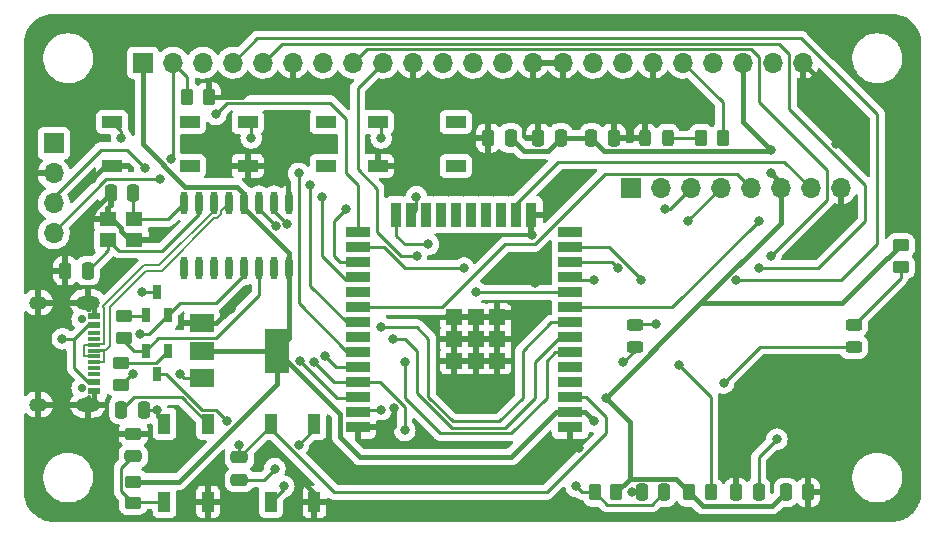
<source format=gbr>
%TF.GenerationSoftware,KiCad,Pcbnew,(6.0.0)*%
%TF.CreationDate,2022-05-03T02:05:07-05:00*%
%TF.ProjectId,Materiales ESP32,4d617465-7269-4616-9c65-732045535033,rev?*%
%TF.SameCoordinates,Original*%
%TF.FileFunction,Copper,L1,Top*%
%TF.FilePolarity,Positive*%
%FSLAX46Y46*%
G04 Gerber Fmt 4.6, Leading zero omitted, Abs format (unit mm)*
G04 Created by KiCad (PCBNEW (6.0.0)) date 2022-05-03 02:05:07*
%MOMM*%
%LPD*%
G01*
G04 APERTURE LIST*
G04 Aperture macros list*
%AMRoundRect*
0 Rectangle with rounded corners*
0 $1 Rounding radius*
0 $2 $3 $4 $5 $6 $7 $8 $9 X,Y pos of 4 corners*
0 Add a 4 corners polygon primitive as box body*
4,1,4,$2,$3,$4,$5,$6,$7,$8,$9,$2,$3,0*
0 Add four circle primitives for the rounded corners*
1,1,$1+$1,$2,$3*
1,1,$1+$1,$4,$5*
1,1,$1+$1,$6,$7*
1,1,$1+$1,$8,$9*
0 Add four rect primitives between the rounded corners*
20,1,$1+$1,$2,$3,$4,$5,0*
20,1,$1+$1,$4,$5,$6,$7,0*
20,1,$1+$1,$6,$7,$8,$9,0*
20,1,$1+$1,$8,$9,$2,$3,0*%
G04 Aperture macros list end*
%TA.AperFunction,SMDPad,CuDef*%
%ADD10RoundRect,0.250000X0.450000X-0.262500X0.450000X0.262500X-0.450000X0.262500X-0.450000X-0.262500X0*%
%TD*%
%TA.AperFunction,SMDPad,CuDef*%
%ADD11R,1.000000X1.700000*%
%TD*%
%TA.AperFunction,SMDPad,CuDef*%
%ADD12O,0.600000X1.970000*%
%TD*%
%TA.AperFunction,ComponentPad*%
%ADD13R,1.700000X1.700000*%
%TD*%
%TA.AperFunction,ComponentPad*%
%ADD14O,1.700000X1.700000*%
%TD*%
%TA.AperFunction,SMDPad,CuDef*%
%ADD15R,0.700000X1.250000*%
%TD*%
%TA.AperFunction,SMDPad,CuDef*%
%ADD16RoundRect,0.243750X0.456250X-0.243750X0.456250X0.243750X-0.456250X0.243750X-0.456250X-0.243750X0*%
%TD*%
%TA.AperFunction,SMDPad,CuDef*%
%ADD17RoundRect,0.250000X-0.250000X-0.475000X0.250000X-0.475000X0.250000X0.475000X-0.250000X0.475000X0*%
%TD*%
%TA.AperFunction,SMDPad,CuDef*%
%ADD18RoundRect,0.250000X-0.475000X0.250000X-0.475000X-0.250000X0.475000X-0.250000X0.475000X0.250000X0*%
%TD*%
%TA.AperFunction,SMDPad,CuDef*%
%ADD19R,1.700000X1.000000*%
%TD*%
%TA.AperFunction,SMDPad,CuDef*%
%ADD20RoundRect,0.250000X0.475000X-0.250000X0.475000X0.250000X-0.475000X0.250000X-0.475000X-0.250000X0*%
%TD*%
%TA.AperFunction,SMDPad,CuDef*%
%ADD21RoundRect,0.250000X0.250000X0.475000X-0.250000X0.475000X-0.250000X-0.475000X0.250000X-0.475000X0*%
%TD*%
%TA.AperFunction,SMDPad,CuDef*%
%ADD22RoundRect,0.250000X-0.262500X-0.450000X0.262500X-0.450000X0.262500X0.450000X-0.262500X0.450000X0*%
%TD*%
%TA.AperFunction,SMDPad,CuDef*%
%ADD23R,2.100000X0.950000*%
%TD*%
%TA.AperFunction,SMDPad,CuDef*%
%ADD24R,0.950000X2.100000*%
%TD*%
%TA.AperFunction,SMDPad,CuDef*%
%ADD25R,1.330000X1.330000*%
%TD*%
%TA.AperFunction,SMDPad,CuDef*%
%ADD26RoundRect,0.243750X-0.243750X-0.456250X0.243750X-0.456250X0.243750X0.456250X-0.243750X0.456250X0*%
%TD*%
%TA.AperFunction,SMDPad,CuDef*%
%ADD27R,1.400000X1.200000*%
%TD*%
%TA.AperFunction,ComponentPad*%
%ADD28C,0.700000*%
%TD*%
%TA.AperFunction,SMDPad,CuDef*%
%ADD29R,1.100000X0.600000*%
%TD*%
%TA.AperFunction,SMDPad,CuDef*%
%ADD30R,1.100000X0.300000*%
%TD*%
%TA.AperFunction,ComponentPad*%
%ADD31O,2.000000X1.200000*%
%TD*%
%TA.AperFunction,ComponentPad*%
%ADD32O,1.500000X1.200000*%
%TD*%
%TA.AperFunction,SMDPad,CuDef*%
%ADD33R,2.000000X1.500000*%
%TD*%
%TA.AperFunction,SMDPad,CuDef*%
%ADD34R,2.000000X3.800000*%
%TD*%
%TA.AperFunction,SMDPad,CuDef*%
%ADD35RoundRect,0.250000X-0.450000X0.262500X-0.450000X-0.262500X0.450000X-0.262500X0.450000X0.262500X0*%
%TD*%
%TA.AperFunction,ViaPad*%
%ADD36C,0.800000*%
%TD*%
%TA.AperFunction,Conductor*%
%ADD37C,0.250000*%
%TD*%
%TA.AperFunction,Conductor*%
%ADD38C,0.400000*%
%TD*%
%TA.AperFunction,Conductor*%
%ADD39C,0.200000*%
%TD*%
G04 APERTURE END LIST*
D10*
%TO.P,R108,1*%
%TO.N,Net-(C109-Pad2)*%
X178000000Y-125912500D03*
%TO.P,R108,2*%
%TO.N,+3V3*%
X178000000Y-124087500D03*
%TD*%
D11*
%TO.P,SW106,1,A*%
%TO.N,Net-(C108-Pad2)*%
X189650000Y-125800000D03*
%TO.P,SW106,2,B*%
%TO.N,EN*%
X189650000Y-119200000D03*
%TO.P,SW106,3,C*%
%TO.N,Earth*%
X193350000Y-125800000D03*
%TO.P,SW106,4,D*%
%TO.N,Net-(C110-Pad1)*%
X193350000Y-119200000D03*
%TD*%
D12*
%TO.P,U102,1,GND*%
%TO.N,Earth*%
X191200000Y-100510000D03*
%TO.P,U102,2,TXD*%
%TO.N,RX*%
X189930000Y-100510000D03*
%TO.P,U102,3,RXD*%
%TO.N,TX*%
X188660000Y-100510000D03*
%TO.P,U102,4,V3*%
%TO.N,+3V3*%
X187380000Y-100510000D03*
%TO.P,U102,5,UD+*%
%TO.N,/D+*%
X186120000Y-100510000D03*
%TO.P,U102,6,UD-*%
%TO.N,/D-*%
X184850000Y-100510000D03*
%TO.P,U102,7,XI*%
%TO.N,Net-(C103-Pad1)*%
X183580000Y-100510000D03*
%TO.P,U102,8,XO*%
%TO.N,Net-(C105-Pad1)*%
X182310000Y-100510000D03*
%TO.P,U102,9,CTS#*%
%TO.N,unconnected-(U102-Pad9)*%
X182310000Y-105990000D03*
%TO.P,U102,10,DSR#*%
%TO.N,unconnected-(U102-Pad10)*%
X183580000Y-105990000D03*
%TO.P,U102,11,RI*%
%TO.N,unconnected-(U102-Pad11)*%
X184850000Y-105990000D03*
%TO.P,U102,12,DCD#*%
%TO.N,unconnected-(U102-Pad12)*%
X186120000Y-105990000D03*
%TO.P,U102,13,DTR#*%
%TO.N,DTR*%
X187380000Y-105990000D03*
%TO.P,U102,14,RTS#*%
%TO.N,RTS*%
X188660000Y-105990000D03*
%TO.P,U102,15,R232*%
%TO.N,unconnected-(U102-Pad15)*%
X189930000Y-105990000D03*
%TO.P,U102,16,VCC*%
%TO.N,+3V3*%
X191200000Y-105990000D03*
%TD*%
D13*
%TO.P,J102,1,Pin_1*%
%TO.N,D2*%
X220125000Y-99225000D03*
D14*
%TO.P,J102,2,Pin_2*%
%TO.N,D15*%
X222665000Y-99225000D03*
%TO.P,J102,3,Pin_3*%
%TO.N,D4*%
X225205000Y-99225000D03*
%TO.P,J102,4,Pin_4*%
%TO.N,IO23*%
X227745000Y-99225000D03*
%TO.P,J102,5,Pin_5*%
%TO.N,IO18*%
X230285000Y-99225000D03*
%TO.P,J102,6,Pin_6*%
%TO.N,+3V3*%
X232825000Y-99225000D03*
%TO.P,J102,7,Pin_7*%
%TO.N,D13*%
X235365000Y-99225000D03*
%TO.P,J102,8,Pin_8*%
%TO.N,Earth*%
X237905000Y-99225000D03*
%TD*%
D15*
%TO.P,Q102,1,B*%
%TO.N,Net-(Q102-Pad1)*%
X179050000Y-110000000D03*
%TO.P,Q102,2,E*%
%TO.N,DTR*%
X180950000Y-110000000D03*
%TO.P,Q102,3,C*%
%TO.N,BOOT*%
X180000000Y-108000000D03*
%TD*%
D16*
%TO.P,D103,1,K*%
%TO.N,TX*%
X239000000Y-112687500D03*
%TO.P,D103,2,A*%
%TO.N,Net-(D103-Pad2)*%
X239000000Y-110812500D03*
%TD*%
D17*
%TO.P,C106,2*%
%TO.N,Earth*%
X235150000Y-125000000D03*
%TO.P,C106,1*%
%TO.N,+3V3*%
X233250000Y-125000000D03*
%TD*%
D18*
%TO.P,C109,2*%
%TO.N,Net-(C109-Pad2)*%
X178000000Y-121950000D03*
%TO.P,C109,1*%
%TO.N,Earth*%
X178000000Y-120050000D03*
%TD*%
D19*
%TO.P,SW102,1,A*%
%TO.N,IN35*%
X187700000Y-93650000D03*
%TO.P,SW102,2,B*%
%TO.N,unconnected-(SW102-Pad2)*%
X194300000Y-93650000D03*
%TO.P,SW102,3,C*%
%TO.N,Earth*%
X187700000Y-97350000D03*
%TO.P,SW102,4,D*%
%TO.N,unconnected-(SW102-Pad4)*%
X194300000Y-97350000D03*
%TD*%
D20*
%TO.P,C110,1*%
%TO.N,Net-(C110-Pad1)*%
X187000000Y-123950000D03*
%TO.P,C110,2*%
%TO.N,EN*%
X187000000Y-122050000D03*
%TD*%
D10*
%TO.P,R104,1*%
%TO.N,DTR*%
X177000000Y-115912500D03*
%TO.P,R104,2*%
%TO.N,Net-(Q101-Pad1)*%
X177000000Y-114087500D03*
%TD*%
D21*
%TO.P,C103,1*%
%TO.N,Net-(C103-Pad1)*%
X174150000Y-106250000D03*
%TO.P,C103,2*%
%TO.N,Earth*%
X172250000Y-106250000D03*
%TD*%
D22*
%TO.P,R101,1*%
%TO.N,Net-(D101-Pad2)*%
X226087500Y-95000000D03*
%TO.P,R101,2*%
%TO.N,+5V*%
X227912500Y-95000000D03*
%TD*%
D11*
%TO.P,SW107,1,A*%
%TO.N,Net-(C109-Pad2)*%
X180650000Y-125800000D03*
%TO.P,SW107,2,B*%
%TO.N,BOOT*%
X180650000Y-119200000D03*
%TO.P,SW107,3,C*%
%TO.N,Earth*%
X184350000Y-125800000D03*
%TO.P,SW107,4,D*%
%TO.N,Net-(C111-Pad1)*%
X184350000Y-119200000D03*
%TD*%
D23*
%TO.P,U103,1,GND*%
%TO.N,Earth*%
X215000000Y-119500000D03*
%TO.P,U103,2,3V3*%
%TO.N,+3V3*%
X215000000Y-118230000D03*
%TO.P,U103,3,EN*%
%TO.N,EN*%
X215000000Y-116960000D03*
%TO.P,U103,4,SENSOR_VP*%
%TO.N,IN36*%
X215000000Y-115690000D03*
%TO.P,U103,5,SENSOR_VN*%
%TO.N,IN39*%
X215000000Y-114420000D03*
%TO.P,U103,6,IO34*%
%TO.N,IN34*%
X215000000Y-113150000D03*
%TO.P,U103,7,IO35*%
%TO.N,IN35*%
X215000000Y-111880000D03*
%TO.P,U103,8,IO32*%
%TO.N,IO32*%
X215000000Y-110610000D03*
%TO.P,U103,9,IO33*%
%TO.N,IO33*%
X215000000Y-109340000D03*
%TO.P,U103,10,IO25*%
%TO.N,D25*%
X215000000Y-108070000D03*
%TO.P,U103,11,IO26*%
%TO.N,D26*%
X215000000Y-106800000D03*
%TO.P,U103,12,IO27*%
%TO.N,D27*%
X215000000Y-105530000D03*
%TO.P,U103,13,IO14*%
%TO.N,D14*%
X215000000Y-104260000D03*
%TO.P,U103,14,IO12*%
%TO.N,unconnected-(U103-Pad14)*%
X215000000Y-102990000D03*
D24*
%TO.P,U103,15,GND*%
%TO.N,Earth*%
X211710000Y-101500000D03*
%TO.P,U103,16,IO13*%
%TO.N,D13*%
X210440000Y-101500000D03*
%TO.P,U103,17,NC*%
%TO.N,unconnected-(U103-Pad17)*%
X209170000Y-101500000D03*
%TO.P,U103,18,NC*%
%TO.N,unconnected-(U103-Pad18)*%
X207900000Y-101500000D03*
%TO.P,U103,19,NC*%
%TO.N,unconnected-(U103-Pad19)*%
X206630000Y-101500000D03*
%TO.P,U103,20,NC*%
%TO.N,unconnected-(U103-Pad20)*%
X205360000Y-101500000D03*
%TO.P,U103,21,NC*%
%TO.N,unconnected-(U103-Pad21)*%
X204090000Y-101500000D03*
%TO.P,U103,22,NC*%
%TO.N,unconnected-(U103-Pad22)*%
X202820000Y-101500000D03*
%TO.P,U103,23,IO15*%
%TO.N,D15*%
X201550000Y-101500000D03*
%TO.P,U103,24,IO2*%
%TO.N,D2*%
X200280000Y-101500000D03*
D23*
%TO.P,U103,25,IO0*%
%TO.N,BOOT*%
X197000000Y-102990000D03*
%TO.P,U103,26,IO4*%
%TO.N,D4*%
X197000000Y-104260000D03*
%TO.P,U103,27,IO16*%
%TO.N,IO16*%
X197000000Y-105530000D03*
%TO.P,U103,28,IO17*%
%TO.N,IO17*%
X197000000Y-106800000D03*
%TO.P,U103,29,IO5*%
%TO.N,IO5*%
X197000000Y-108070000D03*
%TO.P,U103,30,IO18*%
%TO.N,IO18*%
X197000000Y-109340000D03*
%TO.P,U103,31,IO19*%
%TO.N,IO19*%
X197000000Y-110610000D03*
%TO.P,U103,32,NC*%
%TO.N,unconnected-(U103-Pad32)*%
X197000000Y-111880000D03*
%TO.P,U103,33,IO21*%
%TO.N,IO21*%
X197000000Y-113150000D03*
%TO.P,U103,34,RXD0*%
%TO.N,RX*%
X197000000Y-114420000D03*
%TO.P,U103,35,TXD0*%
%TO.N,TX*%
X197000000Y-115690000D03*
%TO.P,U103,36,IO22*%
%TO.N,IO22*%
X197000000Y-116960000D03*
%TO.P,U103,37,IO23*%
%TO.N,IO23*%
X197000000Y-118230000D03*
%TO.P,U103,38,GND*%
%TO.N,Earth*%
X197000000Y-119500000D03*
D25*
%TO.P,U103,39,GND*%
X207000000Y-112000000D03*
X205160000Y-110170000D03*
X208840000Y-112000000D03*
X208840000Y-110170000D03*
X205160000Y-113840000D03*
X207000000Y-110170000D03*
X208840000Y-113840000D03*
X205160000Y-112000000D03*
X207000000Y-113840000D03*
%TD*%
D17*
%TO.P,C102,1*%
%TO.N,Earth*%
X229050000Y-125000000D03*
%TO.P,C102,2*%
%TO.N,+5V*%
X230950000Y-125000000D03*
%TD*%
D19*
%TO.P,SW103,1,A*%
%TO.N,IN34*%
X198700000Y-93650000D03*
%TO.P,SW103,2,B*%
%TO.N,unconnected-(SW103-Pad2)*%
X205300000Y-93650000D03*
%TO.P,SW103,3,C*%
%TO.N,Earth*%
X198700000Y-97350000D03*
%TO.P,SW103,4,D*%
%TO.N,unconnected-(SW103-Pad4)*%
X205300000Y-97350000D03*
%TD*%
D22*
%TO.P,R107,1*%
%TO.N,Net-(C108-Pad2)*%
X217087500Y-125000000D03*
%TO.P,R107,2*%
%TO.N,+3V3*%
X218912500Y-125000000D03*
%TD*%
D26*
%TO.P,D101,1,K*%
%TO.N,Earth*%
X221375000Y-95000000D03*
%TO.P,D101,2,A*%
%TO.N,Net-(D101-Pad2)*%
X223250000Y-95000000D03*
%TD*%
D17*
%TO.P,C108,1*%
%TO.N,Earth*%
X221050000Y-125000000D03*
%TO.P,C108,2*%
%TO.N,Net-(C108-Pad2)*%
X222950000Y-125000000D03*
%TD*%
D16*
%TO.P,D102,1,K*%
%TO.N,RX*%
X220500000Y-112687500D03*
%TO.P,D102,2,A*%
%TO.N,Net-(D102-Pad2)*%
X220500000Y-110812500D03*
%TD*%
D21*
%TO.P,C105,1*%
%TO.N,Net-(C105-Pad1)*%
X178000000Y-99650000D03*
%TO.P,C105,2*%
%TO.N,Earth*%
X176100000Y-99650000D03*
%TD*%
D17*
%TO.P,C111,1*%
%TO.N,Net-(C111-Pad1)*%
X177000000Y-118000000D03*
%TO.P,C111,2*%
%TO.N,BOOT*%
X178900000Y-118000000D03*
%TD*%
D19*
%TO.P,SW101,1,A*%
%TO.N,IO32*%
X176200000Y-93650000D03*
%TO.P,SW101,2,B*%
%TO.N,unconnected-(SW101-Pad2)*%
X182800000Y-93650000D03*
%TO.P,SW101,3,C*%
%TO.N,Earth*%
X176200000Y-97350000D03*
%TO.P,SW101,4,D*%
%TO.N,unconnected-(SW101-Pad4)*%
X182800000Y-97350000D03*
%TD*%
D27*
%TO.P,X101,1,OSC1*%
%TO.N,Net-(C103-Pad1)*%
X175900000Y-103630000D03*
%TO.P,X101,2,GND*%
%TO.N,Earth*%
X178100000Y-103630000D03*
%TO.P,X101,3,OSC2*%
%TO.N,Net-(C105-Pad1)*%
X178100000Y-101870000D03*
%TO.P,X101,4,GND*%
%TO.N,Earth*%
X175900000Y-101870000D03*
%TD*%
D17*
%TO.P,C104,2*%
%TO.N,+3V3*%
X209950000Y-95000000D03*
%TO.P,C104,1*%
%TO.N,Earth*%
X208050000Y-95000000D03*
%TD*%
%TO.P,C101,1*%
%TO.N,Earth*%
X212300000Y-95000000D03*
%TO.P,C101,2*%
%TO.N,+3V3*%
X214200000Y-95000000D03*
%TD*%
D28*
%TO.P,USB101,*%
%TO.N,*%
X173632500Y-116140000D03*
X173632500Y-110360000D03*
D29*
%TO.P,USB101,1,GND*%
%TO.N,Earth*%
X174712500Y-110050000D03*
%TO.P,USB101,2,VBUS*%
%TO.N,+5V*%
X174712500Y-110850000D03*
D30*
%TO.P,USB101,3,SBU2*%
%TO.N,unconnected-(USB101-Pad3)*%
X174712500Y-111500000D03*
%TO.P,USB101,4,CC1*%
%TO.N,unconnected-(USB101-Pad4)*%
X174712500Y-112000000D03*
%TO.P,USB101,5,DN2*%
%TO.N,/D-*%
X174712500Y-112500000D03*
%TO.P,USB101,6,DP1*%
%TO.N,/D+*%
X174712500Y-113000000D03*
%TO.P,USB101,7,DN1*%
%TO.N,/D-*%
X174712500Y-113500000D03*
%TO.P,USB101,8,DP2*%
%TO.N,/D+*%
X174712500Y-114000000D03*
%TO.P,USB101,9,SBU1*%
%TO.N,unconnected-(USB101-Pad9)*%
X174712500Y-114500000D03*
%TO.P,USB101,10,CC2*%
%TO.N,unconnected-(USB101-Pad10)*%
X174712500Y-115000000D03*
D29*
%TO.P,USB101,11,VBUS*%
%TO.N,+5V*%
X174712500Y-115650000D03*
%TO.P,USB101,12,GND*%
%TO.N,Earth*%
X174712500Y-116450000D03*
D31*
%TO.P,USB101,13,SHELL*%
X174162500Y-108930000D03*
D32*
X169952500Y-108930000D03*
%TO.P,USB101,14,SHELL*%
X169952500Y-117570000D03*
D31*
X174162500Y-117570000D03*
%TD*%
D13*
%TO.P,J103,1,Pin_1*%
%TO.N,+3V3*%
X178825000Y-88625000D03*
D14*
%TO.P,J103,2,Pin_2*%
%TO.N,IO22*%
X181365000Y-88625000D03*
%TO.P,J103,3,Pin_3*%
%TO.N,+5V*%
X183905000Y-88625000D03*
%TO.P,J103,4,Pin_4*%
%TO.N,D14*%
X186445000Y-88625000D03*
%TO.P,J103,5,Pin_5*%
%TO.N,D27*%
X188985000Y-88625000D03*
%TO.P,J103,6,Pin_6*%
%TO.N,Earth*%
X191525000Y-88625000D03*
%TO.P,J103,7,Pin_7*%
%TO.N,+5V*%
X194065000Y-88625000D03*
%TO.P,J103,8,Pin_8*%
%TO.N,D26*%
X196605000Y-88625000D03*
%TO.P,J103,9,Pin_9*%
%TO.N,D25*%
X199145000Y-88625000D03*
%TO.P,J103,10,Pin_10*%
%TO.N,Earth*%
X201685000Y-88625000D03*
%TO.P,J103,11,Pin_11*%
%TO.N,+5V*%
X204225000Y-88625000D03*
%TO.P,J103,12,Pin_12*%
%TO.N,IO21*%
X206765000Y-88625000D03*
%TO.P,J103,13,Pin_13*%
%TO.N,IO19*%
X209305000Y-88625000D03*
%TO.P,J103,14,Pin_14*%
%TO.N,Earth*%
X211845000Y-88625000D03*
%TO.P,J103,15,Pin_15*%
X214385000Y-88625000D03*
%TO.P,J103,16,Pin_16*%
%TO.N,+5V*%
X216925000Y-88625000D03*
%TO.P,J103,17,Pin_17*%
%TO.N,IO17*%
X219465000Y-88625000D03*
%TO.P,J103,18,Pin_18*%
%TO.N,Earth*%
X222005000Y-88625000D03*
%TO.P,J103,19,Pin_19*%
%TO.N,+5V*%
X224545000Y-88625000D03*
%TO.P,J103,20,Pin_20*%
%TO.N,IO16*%
X227085000Y-88625000D03*
%TO.P,J103,21,Pin_21*%
%TO.N,+3V3*%
X229625000Y-88625000D03*
%TO.P,J103,22,Pin_22*%
%TO.N,IO33*%
X232165000Y-88625000D03*
%TO.P,J103,23,Pin_23*%
%TO.N,Earth*%
X234705000Y-88625000D03*
%TD*%
D10*
%TO.P,R105,1*%
%TO.N,RTS*%
X177250000Y-111912500D03*
%TO.P,R105,2*%
%TO.N,Net-(Q102-Pad1)*%
X177250000Y-110087500D03*
%TD*%
D13*
%TO.P,J101,1,Pin_1*%
%TO.N,+5V*%
X171275000Y-95450000D03*
D14*
%TO.P,J101,2,Pin_2*%
%TO.N,Earth*%
X171275000Y-97990000D03*
%TO.P,J101,3,Pin_3*%
%TO.N,RX*%
X171275000Y-100530000D03*
%TO.P,J101,4,Pin_4*%
%TO.N,TX*%
X171275000Y-103070000D03*
%TD*%
D22*
%TO.P,R102,1*%
%TO.N,+3V3*%
X225087500Y-125000000D03*
%TO.P,R102,2*%
%TO.N,Net-(D102-Pad2)*%
X226912500Y-125000000D03*
%TD*%
D17*
%TO.P,C107,1*%
%TO.N,+3V3*%
X216800000Y-95000000D03*
%TO.P,C107,2*%
%TO.N,Earth*%
X218700000Y-95000000D03*
%TD*%
D33*
%TO.P,U101,1,GND*%
%TO.N,Earth*%
X183850000Y-110700000D03*
D34*
%TO.P,U101,2,VO*%
%TO.N,+3V3*%
X190150000Y-113000000D03*
D33*
X183850000Y-113000000D03*
%TO.P,U101,3,VI*%
%TO.N,+5V*%
X183850000Y-115300000D03*
%TD*%
D15*
%TO.P,Q101,1,B*%
%TO.N,Net-(Q101-Pad1)*%
X180950000Y-113000000D03*
%TO.P,Q101,2,E*%
%TO.N,RTS*%
X179050000Y-113000000D03*
%TO.P,Q101,3,C*%
%TO.N,EN*%
X180000000Y-115000000D03*
%TD*%
D35*
%TO.P,R103,1*%
%TO.N,+3V3*%
X243000000Y-104087500D03*
%TO.P,R103,2*%
%TO.N,Net-(D103-Pad2)*%
X243000000Y-105912500D03*
%TD*%
D22*
%TO.P,R106,1*%
%TO.N,IO22*%
X182587500Y-91500000D03*
%TO.P,R106,2*%
%TO.N,Earth*%
X184412500Y-91500000D03*
%TD*%
D36*
%TO.N,Earth*%
X176000000Y-91500000D03*
%TO.N,BOOT*%
X178750000Y-108000000D03*
%TO.N,Earth*%
X174500000Y-101250000D03*
X174500000Y-98500000D03*
X200125000Y-117899598D03*
X204750000Y-115500000D03*
X194250000Y-121500000D03*
X186250000Y-109500000D03*
X180000000Y-103250000D03*
X220250000Y-125000000D03*
X215737701Y-121237701D03*
X199000000Y-120500000D03*
X192000000Y-123750000D03*
X211500000Y-109750000D03*
X212000000Y-107250000D03*
X209250000Y-106250000D03*
X211737701Y-103237701D03*
X187750000Y-91000000D03*
X190250000Y-95250000D03*
X237512299Y-95487701D03*
%TO.N,TX*%
X201000000Y-119750000D03*
X228000000Y-115750000D03*
%TO.N,RX*%
X219500000Y-114000000D03*
X179000000Y-97500000D03*
%TO.N,TX*%
X180250000Y-98500000D03*
%TO.N,RX*%
X194250000Y-113500000D03*
X191031783Y-102243394D03*
%TO.N,TX*%
X193277631Y-113972369D03*
X190053197Y-102446803D03*
%TO.N,Net-(C108-Pad2)*%
X190750000Y-124500000D03*
X215500000Y-124500000D03*
%TO.N,+5V*%
X232500000Y-120500000D03*
%TO.N,Net-(D102-Pad2)*%
X222250000Y-110750000D03*
X224250000Y-114250000D03*
%TO.N,EN*%
X187000000Y-121000000D03*
X185934668Y-118934668D03*
%TO.N,DTR*%
X178599952Y-111624550D03*
%TO.N,+5V*%
X172000000Y-112000000D03*
%TO.N,DTR*%
X178000000Y-115000000D03*
%TO.N,Net-(C110-Pad1)*%
X192012299Y-120987701D03*
X190000000Y-123000000D03*
%TO.N,BOOT*%
X180000000Y-118000000D03*
X185000000Y-93000000D03*
%TO.N,IO22*%
X192140332Y-113859668D03*
X181215821Y-96784179D03*
%TO.N,D14*%
X221000000Y-107000000D03*
X229065332Y-107065332D03*
%TO.N,D27*%
X219012299Y-106012299D03*
X231000000Y-106000000D03*
%TO.N,D26*%
X217000000Y-107000000D03*
X232000000Y-105000000D03*
%TO.N,D25*%
X202000000Y-105000000D03*
X207000000Y-108000000D03*
%TO.N,IO21*%
X192012299Y-97987701D03*
%TO.N,IO19*%
X193012299Y-98987701D03*
%TO.N,+5V*%
X182000000Y-115000000D03*
%TO.N,IO17*%
X194012299Y-99987701D03*
%TO.N,IO16*%
X196000000Y-101000000D03*
%TO.N,IO33*%
X231000000Y-102000000D03*
%TO.N,IO32*%
X177000000Y-95000000D03*
X199000000Y-111000000D03*
%TO.N,IN35*%
X188000000Y-95000000D03*
X200000000Y-112000000D03*
%TO.N,IN34*%
X201000000Y-114000000D03*
X199000000Y-95000000D03*
%TO.N,D2*%
X203000000Y-104000000D03*
%TO.N,D15*%
X201980244Y-99974232D03*
%TO.N,D4*%
X206000000Y-106000000D03*
X223000000Y-101000000D03*
%TO.N,IO23*%
X199000000Y-118000000D03*
X225000000Y-102000000D03*
%TO.N,+3V3*%
X218000000Y-117000000D03*
X217000000Y-119000000D03*
X232000000Y-96000000D03*
X232000000Y-98000000D03*
%TD*%
D37*
%TO.N,BOOT*%
X180000000Y-108000000D02*
X178750000Y-108000000D01*
D38*
%TO.N,Earth*%
X174500000Y-101250000D02*
X176100000Y-99650000D01*
X175650000Y-97350000D02*
X174500000Y-98500000D01*
X176200000Y-97350000D02*
X175650000Y-97350000D01*
D37*
%TO.N,Net-(Q102-Pad1)*%
X178962500Y-110087500D02*
X179050000Y-110000000D01*
X177250000Y-110087500D02*
X178962500Y-110087500D01*
D38*
%TO.N,Earth*%
X187250000Y-91500000D02*
X187750000Y-91000000D01*
X184412500Y-91500000D02*
X187250000Y-91500000D01*
D37*
%TO.N,IO22*%
X182587500Y-89847500D02*
X181365000Y-88625000D01*
X182587500Y-91500000D02*
X182587500Y-89847500D01*
D38*
%TO.N,Earth*%
X200125000Y-117899598D02*
X200125000Y-119375000D01*
X200125000Y-119375000D02*
X199000000Y-120500000D01*
D37*
%TO.N,TX*%
X198940000Y-115690000D02*
X197000000Y-115690000D01*
X201000000Y-117750000D02*
X198940000Y-115690000D01*
X201000000Y-119750000D02*
X201000000Y-117750000D01*
D38*
%TO.N,Earth*%
X205160000Y-115090000D02*
X204750000Y-115500000D01*
X205160000Y-113840000D02*
X205160000Y-115090000D01*
X185050000Y-110700000D02*
X183850000Y-110700000D01*
X179620000Y-103630000D02*
X180000000Y-103250000D01*
X186250000Y-109500000D02*
X185050000Y-110700000D01*
X178100000Y-103630000D02*
X179620000Y-103630000D01*
X220250000Y-125000000D02*
X221050000Y-125000000D01*
X215000000Y-119500000D02*
X215000000Y-120500000D01*
X215000000Y-120500000D02*
X215737701Y-121237701D01*
X193350000Y-125100000D02*
X192000000Y-123750000D01*
X193350000Y-125800000D02*
X193350000Y-125100000D01*
X209260000Y-109750000D02*
X208840000Y-110170000D01*
X211500000Y-109750000D02*
X209260000Y-109750000D01*
X211000000Y-106250000D02*
X212000000Y-107250000D01*
X211710000Y-103210000D02*
X211737701Y-103237701D01*
X209250000Y-106250000D02*
X211000000Y-106250000D01*
X211710000Y-101500000D02*
X211710000Y-103210000D01*
X237512299Y-91432299D02*
X237512299Y-95487701D01*
X234705000Y-88625000D02*
X237512299Y-91432299D01*
D37*
%TO.N,TX*%
X231062500Y-112687500D02*
X228000000Y-115750000D01*
X239000000Y-112687500D02*
X231062500Y-112687500D01*
%TO.N,RX*%
X220500000Y-113000000D02*
X219500000Y-114000000D01*
X220500000Y-112687500D02*
X220500000Y-113000000D01*
X177500000Y-96000000D02*
X179000000Y-97500000D01*
X175250000Y-96000000D02*
X177500000Y-96000000D01*
X171275000Y-99975000D02*
X175250000Y-96000000D01*
X171275000Y-100530000D02*
X171275000Y-99975000D01*
%TO.N,TX*%
X175712507Y-98500000D02*
X180250000Y-98500000D01*
X171275000Y-102937507D02*
X175712507Y-98500000D01*
X171275000Y-103070000D02*
X171275000Y-102937507D01*
%TO.N,RX*%
X189930000Y-101141611D02*
X189930000Y-100510000D01*
X191031783Y-102243394D02*
X189930000Y-101141611D01*
X195170000Y-114420000D02*
X194250000Y-113500000D01*
X197000000Y-114420000D02*
X195170000Y-114420000D01*
%TO.N,TX*%
X193277631Y-113972369D02*
X194995262Y-115690000D01*
X188660000Y-101053606D02*
X190053197Y-102446803D01*
X194995262Y-115690000D02*
X197000000Y-115690000D01*
X188660000Y-100510000D02*
X188660000Y-101053606D01*
%TO.N,Net-(C108-Pad2)*%
X190750000Y-124700000D02*
X189650000Y-125800000D01*
X190750000Y-124500000D02*
X190750000Y-124700000D01*
X216000000Y-125000000D02*
X215500000Y-124500000D01*
X217087500Y-125000000D02*
X216000000Y-125000000D01*
D38*
%TO.N,+3V3*%
X220037020Y-119037020D02*
X220037020Y-123875480D01*
X218000000Y-117000000D02*
X220037020Y-119037020D01*
X220037020Y-123875480D02*
X218912500Y-125000000D01*
X223962980Y-123875480D02*
X220037020Y-123875480D01*
X225087500Y-125000000D02*
X223962980Y-123875480D01*
X226212020Y-126124520D02*
X225087500Y-125000000D01*
X232125480Y-126124520D02*
X226212020Y-126124520D01*
X233250000Y-125000000D02*
X232125480Y-126124520D01*
D37*
%TO.N,+5V*%
X230950000Y-122050000D02*
X232500000Y-120500000D01*
X230950000Y-125000000D02*
X230950000Y-122050000D01*
%TO.N,Net-(D102-Pad2)*%
X222250000Y-110750000D02*
X220562500Y-110750000D01*
X220562500Y-110750000D02*
X220500000Y-110812500D01*
X226912500Y-116912500D02*
X224250000Y-114250000D01*
X226912500Y-125000000D02*
X226912500Y-116912500D01*
%TO.N,Net-(C108-Pad2)*%
X221900480Y-126049520D02*
X222950000Y-125000000D01*
X218137020Y-126049520D02*
X221900480Y-126049520D01*
X217087500Y-125000000D02*
X218137020Y-126049520D01*
%TO.N,Net-(D101-Pad2)*%
X223250000Y-95000000D02*
X226087500Y-95000000D01*
D38*
%TO.N,+3V3*%
X231895480Y-96104520D02*
X232000000Y-96000000D01*
X217904520Y-96104520D02*
X231895480Y-96104520D01*
X216800000Y-95000000D02*
X217904520Y-96104520D01*
D37*
%TO.N,+5V*%
X227912500Y-91992500D02*
X224545000Y-88625000D01*
X227912500Y-95000000D02*
X227912500Y-91992500D01*
D38*
%TO.N,+3V3*%
X214200000Y-95000000D02*
X216800000Y-95000000D01*
X213095480Y-96104520D02*
X214200000Y-95000000D01*
X209950000Y-95000000D02*
X211054520Y-96104520D01*
X211054520Y-96104520D02*
X213095480Y-96104520D01*
D37*
%TO.N,Net-(C103-Pad1)*%
X175900000Y-104500000D02*
X175900000Y-103630000D01*
X174150000Y-106250000D02*
X175900000Y-104500000D01*
%TO.N,Net-(C105-Pad1)*%
X178000000Y-101770000D02*
X178100000Y-101870000D01*
X178000000Y-99650000D02*
X178000000Y-101770000D01*
%TO.N,EN*%
X187000000Y-121000000D02*
X187000000Y-122050000D01*
X185025489Y-118025489D02*
X185934668Y-118934668D01*
X183811207Y-118025489D02*
X185025489Y-118025489D01*
X180785718Y-115000000D02*
X183811207Y-118025489D01*
X180000000Y-115000000D02*
X180785718Y-115000000D01*
%TO.N,DTR*%
X179325450Y-111624550D02*
X178599952Y-111624550D01*
X180950000Y-110000000D02*
X179325450Y-111624550D01*
%TO.N,RTS*%
X178087500Y-113000000D02*
X179050000Y-113000000D01*
X177000000Y-111912500D02*
X178087500Y-113000000D01*
%TO.N,+5V*%
X172045413Y-112045413D02*
X172000000Y-112000000D01*
X173000000Y-112045413D02*
X172045413Y-112045413D01*
%TO.N,DTR*%
X177912500Y-115000000D02*
X177000000Y-115912500D01*
X178000000Y-115000000D02*
X177912500Y-115000000D01*
%TO.N,Net-(Q101-Pad1)*%
X179899511Y-114050489D02*
X180950000Y-113000000D01*
X177037011Y-114050489D02*
X179899511Y-114050489D01*
X177000000Y-114087500D02*
X177037011Y-114050489D01*
%TO.N,DTR*%
X187380000Y-105990000D02*
X187380000Y-106625000D01*
X187380000Y-106625000D02*
X185005000Y-109000000D01*
X185005000Y-109000000D02*
X181950000Y-109000000D01*
X181950000Y-109000000D02*
X180950000Y-110000000D01*
%TO.N,RTS*%
X180124511Y-111925489D02*
X179050000Y-113000000D01*
X185023533Y-111925489D02*
X180124511Y-111925489D01*
X188660000Y-108289022D02*
X185023533Y-111925489D01*
X188660000Y-105990000D02*
X188660000Y-108289022D01*
%TO.N,Net-(C111-Pad1)*%
X178049520Y-116950480D02*
X182100480Y-116950480D01*
X182100480Y-116950480D02*
X184350000Y-119200000D01*
X177000000Y-118000000D02*
X178049520Y-116950480D01*
%TO.N,BOOT*%
X180000000Y-118000000D02*
X178900000Y-118000000D01*
D38*
%TO.N,+3V3*%
X238000000Y-109000000D02*
X226000000Y-109000000D01*
X241900480Y-105187020D02*
X241812980Y-105187020D01*
X218000000Y-117000000D02*
X226000000Y-109000000D01*
X226000000Y-109000000D02*
X232825000Y-102175000D01*
X241812980Y-105187020D02*
X238000000Y-109000000D01*
X243000000Y-104087500D02*
X241900480Y-105187020D01*
D37*
%TO.N,Net-(D103-Pad2)*%
X243000000Y-106812500D02*
X239000000Y-110812500D01*
X243000000Y-105912500D02*
X243000000Y-106812500D01*
%TO.N,Net-(C110-Pad1)*%
X193350000Y-119650000D02*
X192012299Y-120987701D01*
X193350000Y-119200000D02*
X193350000Y-119650000D01*
X189050000Y-123950000D02*
X190000000Y-123000000D01*
X187000000Y-123950000D02*
X189050000Y-123950000D01*
%TO.N,EN*%
X189650000Y-119400000D02*
X187000000Y-122050000D01*
X189650000Y-119200000D02*
X189650000Y-119400000D01*
%TO.N,Net-(C109-Pad2)*%
X178112500Y-125800000D02*
X178000000Y-125912500D01*
X180650000Y-125800000D02*
X178112500Y-125800000D01*
X176975480Y-122974520D02*
X178000000Y-121950000D01*
X176975480Y-124887980D02*
X176975480Y-122974520D01*
X178000000Y-125912500D02*
X176975480Y-124887980D01*
D38*
%TO.N,+3V3*%
X190150000Y-115850000D02*
X190150000Y-113000000D01*
X178000000Y-124087500D02*
X181912500Y-124087500D01*
X181912500Y-124087500D02*
X190150000Y-115850000D01*
D37*
%TO.N,BOOT*%
X194673542Y-92024520D02*
X185975480Y-92024520D01*
X196000000Y-98000000D02*
X196000000Y-93350978D01*
X196000000Y-93350978D02*
X194673542Y-92024520D01*
X197000000Y-99000000D02*
X196000000Y-98000000D01*
X180000000Y-118550000D02*
X180650000Y-119200000D01*
X185975480Y-92024520D02*
X185000000Y-93000000D01*
X180000000Y-118000000D02*
X180000000Y-118550000D01*
X197000000Y-102990000D02*
X197000000Y-99000000D01*
%TO.N,IO22*%
X192140332Y-113859668D02*
X195280664Y-117000000D01*
X195280664Y-117000000D02*
X197000000Y-117000000D01*
X181365000Y-96635000D02*
X181215821Y-96784179D01*
X197000000Y-117000000D02*
X197000000Y-116960000D01*
X181365000Y-88625000D02*
X181365000Y-96635000D01*
%TO.N,D14*%
X218284614Y-104260000D02*
X215000000Y-104260000D01*
X221000000Y-106975386D02*
X218284614Y-104260000D01*
X237934668Y-107065332D02*
X229065332Y-107065332D01*
X241000000Y-104000000D02*
X237934668Y-107065332D01*
X237000000Y-89000000D02*
X241000000Y-93000000D01*
X188518551Y-86551449D02*
X234551449Y-86551449D01*
X234551449Y-86551449D02*
X237000000Y-89000000D01*
X221000000Y-107000000D02*
X221000000Y-106975386D01*
X241000000Y-93000000D02*
X241000000Y-104000000D01*
X186445000Y-88625000D02*
X188518551Y-86551449D01*
%TO.N,D27*%
X218530000Y-105530000D02*
X215000000Y-105530000D01*
X236000000Y-106000000D02*
X231000000Y-106000000D01*
X240000000Y-102000000D02*
X239000000Y-103000000D01*
X240000000Y-99000000D02*
X240000000Y-102000000D01*
X219012299Y-106012299D02*
X218530000Y-105530000D01*
X233530489Y-87861499D02*
X233530489Y-92530489D01*
X233530489Y-92530489D02*
X240000000Y-99000000D01*
X190609031Y-87000969D02*
X232669959Y-87000969D01*
X188985000Y-88625000D02*
X190609031Y-87000969D01*
X239000000Y-103000000D02*
X236000000Y-106000000D01*
X232669959Y-87000969D02*
X233530489Y-87861499D01*
%TO.N,D26*%
X215200000Y-107000000D02*
X215000000Y-106800000D01*
X236730489Y-100269511D02*
X232000000Y-105000000D01*
X236730489Y-97730489D02*
X236730489Y-100269511D01*
X230302477Y-87450489D02*
X230990489Y-88138501D01*
X217000000Y-107000000D02*
X215200000Y-107000000D01*
X230990489Y-88138501D02*
X230990489Y-91990489D01*
X230990489Y-91990489D02*
X236730489Y-97730489D01*
X197779511Y-87450489D02*
X230302477Y-87450489D01*
X196605000Y-88625000D02*
X197779511Y-87450489D01*
%TO.N,D25*%
X197000000Y-90770000D02*
X199145000Y-88625000D01*
X197000000Y-97649022D02*
X197000000Y-90770000D01*
X198635718Y-99284740D02*
X197000000Y-97649022D01*
X198635718Y-103000000D02*
X198635718Y-99284740D01*
X200635718Y-105000000D02*
X198635718Y-103000000D01*
X202000000Y-105000000D02*
X200635718Y-105000000D01*
X207070000Y-108070000D02*
X207000000Y-108000000D01*
X215000000Y-108070000D02*
X207070000Y-108070000D01*
%TO.N,IO21*%
X192012299Y-97987701D02*
X192012299Y-109012299D01*
X192012299Y-109012299D02*
X196000000Y-113000000D01*
%TO.N,IO19*%
X193012299Y-98987701D02*
X193012299Y-107526321D01*
X196095978Y-110610000D02*
X197000000Y-110610000D01*
X193012299Y-107526321D02*
X196095978Y-110610000D01*
%TO.N,+5V*%
X182300000Y-115300000D02*
X182000000Y-115000000D01*
X183850000Y-115300000D02*
X182300000Y-115300000D01*
D38*
%TO.N,+3V3*%
X191200000Y-105990000D02*
X191200000Y-111950000D01*
X191200000Y-111950000D02*
X190150000Y-113000000D01*
X190150000Y-113000000D02*
X183850000Y-113000000D01*
D39*
%TO.N,/D+*%
X175562011Y-113949511D02*
X175562011Y-113050489D01*
X175511522Y-114000000D02*
X175562011Y-113949511D01*
X175511522Y-113000000D02*
X174712500Y-113000000D01*
X174712500Y-114000000D02*
X175511522Y-114000000D01*
X175562011Y-113050489D02*
X175511522Y-113000000D01*
%TO.N,/D-*%
X173913478Y-113500000D02*
X174712500Y-113500000D01*
X173862989Y-112550489D02*
X173862989Y-113449511D01*
X173913478Y-112500000D02*
X173862989Y-112550489D01*
X174712500Y-112500000D02*
X173913478Y-112500000D01*
X173862989Y-113449511D02*
X173913478Y-113500000D01*
X174712500Y-112449511D02*
X174712500Y-112500000D01*
X175562011Y-112449511D02*
X174712500Y-112449511D01*
X175562011Y-109402584D02*
X175562011Y-112449511D01*
X175462020Y-109302593D02*
X175562011Y-109402584D01*
X180218603Y-105775000D02*
X178906800Y-105775000D01*
X184850000Y-101143603D02*
X180218603Y-105775000D01*
X184850000Y-100510000D02*
X184850000Y-101143603D01*
%TO.N,/D+*%
X174762509Y-112949991D02*
X174712500Y-113000000D01*
X175697914Y-112949991D02*
X174762509Y-112949991D01*
X176012002Y-112635903D02*
X175697914Y-112949991D01*
X176012002Y-109306198D02*
X176012002Y-112635903D01*
%TO.N,/D-*%
X175462020Y-109219780D02*
X175462020Y-109302593D01*
%TO.N,/D+*%
X179093200Y-106225000D02*
X176012002Y-109306198D01*
X184835480Y-101794520D02*
X180405000Y-106225000D01*
X185098329Y-101794520D02*
X184835480Y-101794520D01*
X185449520Y-101443329D02*
X185098329Y-101794520D01*
X185449520Y-101180480D02*
X185449520Y-101443329D01*
%TO.N,/D-*%
X178906800Y-105775000D02*
X175462020Y-109219780D01*
%TO.N,/D+*%
X186120000Y-100510000D02*
X185449520Y-101180480D01*
X180405000Y-106225000D02*
X179093200Y-106225000D01*
D37*
%TO.N,IO17*%
X194012299Y-99987701D02*
X194012299Y-105012299D01*
X194012299Y-105012299D02*
X196000000Y-107000000D01*
%TO.N,IO16*%
X195530000Y-105530000D02*
X197000000Y-105530000D01*
X195000000Y-105000000D02*
X195530000Y-105530000D01*
X196000000Y-101000000D02*
X195000000Y-102000000D01*
X195000000Y-102000000D02*
X195000000Y-105000000D01*
%TO.N,IO33*%
X223660000Y-109340000D02*
X231000000Y-102000000D01*
X215000000Y-109340000D02*
X223660000Y-109340000D01*
%TO.N,IO32*%
X177000000Y-94450000D02*
X176200000Y-93650000D01*
X203000000Y-112000000D02*
X202000000Y-111000000D01*
X205085238Y-119000000D02*
X205042619Y-118957381D01*
X205042619Y-118957381D02*
X203000000Y-116914762D01*
X209000000Y-119000000D02*
X205085238Y-119000000D01*
X202000000Y-111000000D02*
X199000000Y-111000000D01*
X203000000Y-116914762D02*
X203000000Y-112000000D01*
X211000000Y-117000000D02*
X209000000Y-119000000D01*
X211000000Y-113000000D02*
X211000000Y-117000000D01*
X177000000Y-95000000D02*
X177000000Y-94450000D01*
X213390000Y-110610000D02*
X211000000Y-113000000D01*
X215000000Y-110610000D02*
X213390000Y-110610000D01*
%TO.N,IN35*%
X188000000Y-93950000D02*
X187700000Y-93650000D01*
X188000000Y-95000000D02*
X188000000Y-93950000D01*
X201000000Y-112000000D02*
X200000000Y-112000000D01*
X209449520Y-119550480D02*
X205000000Y-119550480D01*
X212000000Y-117000000D02*
X209449520Y-119550480D01*
X205000000Y-119550480D02*
X202000000Y-116550480D01*
X212000000Y-114000000D02*
X212000000Y-117000000D01*
X214120000Y-111880000D02*
X212000000Y-114000000D01*
X202000000Y-113000000D02*
X201000000Y-112000000D01*
X202000000Y-116550480D02*
X202000000Y-113000000D01*
X215000000Y-111880000D02*
X214120000Y-111880000D01*
%TO.N,IN34*%
X199000000Y-95000000D02*
X199000000Y-93950000D01*
X201000000Y-117000000D02*
X201000000Y-114000000D01*
X204000000Y-120000000D02*
X201000000Y-117000000D01*
X210000000Y-120000000D02*
X204000000Y-120000000D01*
X199000000Y-93950000D02*
X198700000Y-93650000D01*
X213000000Y-117000000D02*
X210000000Y-120000000D01*
X213000000Y-113850000D02*
X213000000Y-117000000D01*
X215000000Y-113150000D02*
X213700000Y-113150000D01*
X213700000Y-113150000D02*
X213000000Y-113850000D01*
%TO.N,D2*%
X201000000Y-104000000D02*
X200280000Y-103280000D01*
X203000000Y-104000000D02*
X201000000Y-104000000D01*
X200280000Y-103280000D02*
X200280000Y-101500000D01*
%TO.N,D15*%
X201980244Y-99974232D02*
X201980244Y-101069756D01*
X201980244Y-101069756D02*
X201550000Y-101500000D01*
%TO.N,D4*%
X201000000Y-106000000D02*
X199260000Y-104260000D01*
X199260000Y-104260000D02*
X197000000Y-104260000D01*
X223430000Y-101000000D02*
X223000000Y-101000000D01*
X206000000Y-106000000D02*
X201000000Y-106000000D01*
X225205000Y-99225000D02*
X223430000Y-101000000D01*
%TO.N,IO23*%
X199000000Y-118000000D02*
X197230000Y-118000000D01*
X197230000Y-118000000D02*
X197000000Y-118230000D01*
X225000000Y-101970000D02*
X225000000Y-102000000D01*
X227745000Y-99225000D02*
X225000000Y-101970000D01*
%TO.N,IO18*%
X209510489Y-104000000D02*
X204170489Y-109340000D01*
X217949511Y-98050489D02*
X212000000Y-104000000D01*
X204170489Y-109340000D02*
X197000000Y-109340000D01*
X229110489Y-98050489D02*
X217949511Y-98050489D01*
X230285000Y-99225000D02*
X229110489Y-98050489D01*
X212000000Y-104000000D02*
X209510489Y-104000000D01*
D38*
%TO.N,Earth*%
X177000000Y-102630978D02*
X177000000Y-102869022D01*
X177760978Y-103630000D02*
X178100000Y-103630000D01*
X176239022Y-101870000D02*
X177000000Y-102630978D01*
X175900000Y-101870000D02*
X176239022Y-101870000D01*
X177000000Y-102869022D02*
X177760978Y-103630000D01*
D37*
%TO.N,Net-(C103-Pad1)*%
X183580000Y-101420000D02*
X183580000Y-100510000D01*
X180445489Y-104554511D02*
X183580000Y-101420000D01*
X176824511Y-104554511D02*
X180445489Y-104554511D01*
X175900000Y-103630000D02*
X176824511Y-104554511D01*
%TO.N,Net-(C105-Pad1)*%
X178100000Y-101870000D02*
X180950000Y-101870000D01*
X180950000Y-101870000D02*
X182310000Y-100510000D01*
D38*
%TO.N,+3V3*%
X191200000Y-104724270D02*
X187380000Y-100904270D01*
X187380000Y-100904270D02*
X187380000Y-100510000D01*
X191200000Y-105990000D02*
X191200000Y-104724270D01*
X187380000Y-99725000D02*
X187380000Y-100510000D01*
X186780480Y-99125480D02*
X187380000Y-99725000D01*
X182426458Y-99125480D02*
X186780480Y-99125480D01*
X178825000Y-95524022D02*
X182426458Y-99125480D01*
X178825000Y-88625000D02*
X178825000Y-95524022D01*
X232825000Y-102175000D02*
X232825000Y-99225000D01*
X216230000Y-118230000D02*
X217000000Y-119000000D01*
X215000000Y-118230000D02*
X216230000Y-118230000D01*
X232000000Y-96000000D02*
X229625000Y-93625000D01*
X229625000Y-93625000D02*
X229625000Y-88625000D01*
X232825000Y-98825000D02*
X232000000Y-98000000D01*
X232825000Y-99225000D02*
X232825000Y-98825000D01*
D37*
%TO.N,D13*%
X214000000Y-97000000D02*
X210440000Y-100560000D01*
X210440000Y-100560000D02*
X210440000Y-101500000D01*
X233140000Y-97000000D02*
X214000000Y-97000000D01*
X235365000Y-99225000D02*
X233140000Y-97000000D01*
%TO.N,EN*%
X195000000Y-125000000D02*
X189650000Y-119650000D01*
X213000000Y-125000000D02*
X195000000Y-125000000D01*
X189650000Y-119650000D02*
X189650000Y-119200000D01*
X218000000Y-120000000D02*
X213000000Y-125000000D01*
X216300000Y-116960000D02*
X218000000Y-118660000D01*
X218000000Y-118660000D02*
X218000000Y-120000000D01*
X215000000Y-116960000D02*
X216300000Y-116960000D01*
D38*
%TO.N,+3V3*%
X210000000Y-122000000D02*
X213770000Y-118230000D01*
X213770000Y-118230000D02*
X215000000Y-118230000D01*
X197215978Y-122000000D02*
X210000000Y-122000000D01*
X195550489Y-120334511D02*
X197215978Y-122000000D01*
X195550489Y-118400489D02*
X195550489Y-120334511D01*
X190150000Y-113000000D02*
X195550489Y-118400489D01*
%TO.N,Earth*%
X174712500Y-109480000D02*
X174162500Y-108930000D01*
X174712500Y-110050000D02*
X174712500Y-109480000D01*
X174712500Y-117020000D02*
X174162500Y-117570000D01*
X174712500Y-116450000D02*
X174712500Y-117020000D01*
D37*
%TO.N,+5V*%
X174195413Y-110850000D02*
X174712500Y-110850000D01*
X173000000Y-112045413D02*
X174195413Y-110850000D01*
X173000000Y-114454587D02*
X173000000Y-112045413D01*
X174195413Y-115650000D02*
X173000000Y-114454587D01*
X174712500Y-115650000D02*
X174195413Y-115650000D01*
%TD*%
%TA.AperFunction,Conductor*%
%TO.N,Earth*%
G36*
X242220056Y-84509501D02*
G01*
X242234857Y-84511806D01*
X242234860Y-84511806D01*
X242243729Y-84513187D01*
X242260898Y-84510942D01*
X242284838Y-84510109D01*
X242542769Y-84525711D01*
X242557873Y-84527545D01*
X242628647Y-84540515D01*
X242838878Y-84579041D01*
X242853640Y-84582679D01*
X243126407Y-84667676D01*
X243140626Y-84673070D01*
X243401139Y-84790317D01*
X243414608Y-84797386D01*
X243659094Y-84945183D01*
X243671616Y-84953826D01*
X243896506Y-85130017D01*
X243907894Y-85140107D01*
X244109893Y-85342106D01*
X244119983Y-85353494D01*
X244296174Y-85578384D01*
X244304817Y-85590906D01*
X244452614Y-85835392D01*
X244459683Y-85848861D01*
X244557017Y-86065129D01*
X244576929Y-86109371D01*
X244582324Y-86123593D01*
X244643932Y-86321299D01*
X244667320Y-86396354D01*
X244670959Y-86411122D01*
X244706506Y-86605096D01*
X244722455Y-86692127D01*
X244724289Y-86707231D01*
X244739454Y-86957930D01*
X244738197Y-86984640D01*
X244738194Y-86984860D01*
X244736813Y-86993731D01*
X244737977Y-87002633D01*
X244737977Y-87002636D01*
X244740935Y-87025252D01*
X244741999Y-87041590D01*
X244741999Y-124950673D01*
X244740499Y-124970058D01*
X244738800Y-124980971D01*
X244736813Y-124993731D01*
X244738453Y-125006271D01*
X244739058Y-125010898D01*
X244739891Y-125034840D01*
X244724289Y-125292771D01*
X244722455Y-125307875D01*
X244672224Y-125581983D01*
X244670961Y-125588874D01*
X244667321Y-125603642D01*
X244587950Y-125858354D01*
X244582325Y-125876405D01*
X244576930Y-125890628D01*
X244462709Y-126144419D01*
X244459685Y-126151137D01*
X244452614Y-126164610D01*
X244304817Y-126409096D01*
X244296174Y-126421618D01*
X244119983Y-126646508D01*
X244109893Y-126657896D01*
X243907894Y-126859895D01*
X243896506Y-126869985D01*
X243671616Y-127046176D01*
X243659094Y-127054819D01*
X243414608Y-127202616D01*
X243401139Y-127209685D01*
X243140629Y-127326931D01*
X243126407Y-127332326D01*
X242853640Y-127417323D01*
X242838878Y-127420961D01*
X242628647Y-127459487D01*
X242557873Y-127472457D01*
X242542769Y-127474291D01*
X242292070Y-127489456D01*
X242265360Y-127488199D01*
X242265140Y-127488196D01*
X242256269Y-127486815D01*
X242247367Y-127487979D01*
X242247364Y-127487979D01*
X242224748Y-127490937D01*
X242208410Y-127492001D01*
X171299327Y-127492001D01*
X171279942Y-127490501D01*
X171265141Y-127488196D01*
X171265138Y-127488196D01*
X171256269Y-127486815D01*
X171239100Y-127489060D01*
X171215160Y-127489893D01*
X170957229Y-127474291D01*
X170942125Y-127472457D01*
X170871351Y-127459487D01*
X170661120Y-127420961D01*
X170646358Y-127417323D01*
X170373591Y-127332326D01*
X170359369Y-127326931D01*
X170098859Y-127209685D01*
X170085390Y-127202616D01*
X169840904Y-127054819D01*
X169828382Y-127046176D01*
X169603492Y-126869985D01*
X169592104Y-126859895D01*
X169390105Y-126657896D01*
X169380015Y-126646508D01*
X169203824Y-126421618D01*
X169195181Y-126409096D01*
X169047384Y-126164610D01*
X169040313Y-126151137D01*
X169037290Y-126144419D01*
X168923068Y-125890628D01*
X168917673Y-125876405D01*
X168912048Y-125858354D01*
X168832677Y-125603642D01*
X168829037Y-125588874D01*
X168827775Y-125581983D01*
X168777543Y-125307875D01*
X168775709Y-125292771D01*
X168760544Y-125042072D01*
X168761801Y-125015362D01*
X168761804Y-125015142D01*
X168763185Y-125006271D01*
X168761774Y-124995477D01*
X168759063Y-124974750D01*
X168757999Y-124958412D01*
X168757999Y-123882703D01*
X170390743Y-123882703D01*
X170391302Y-123886947D01*
X170391302Y-123886951D01*
X170401322Y-123963056D01*
X170428268Y-124167734D01*
X170429401Y-124171874D01*
X170429401Y-124171876D01*
X170436009Y-124196032D01*
X170504129Y-124445036D01*
X170505813Y-124448984D01*
X170614287Y-124703295D01*
X170616923Y-124709476D01*
X170651763Y-124767689D01*
X170759975Y-124948498D01*
X170764561Y-124956161D01*
X170944313Y-125180528D01*
X171023497Y-125255671D01*
X171139875Y-125366109D01*
X171152851Y-125378423D01*
X171333983Y-125508580D01*
X171379831Y-125541525D01*
X171386317Y-125546186D01*
X171390112Y-125548195D01*
X171390113Y-125548196D01*
X171411561Y-125559552D01*
X171640392Y-125680712D01*
X171910373Y-125779511D01*
X172191264Y-125840755D01*
X172219841Y-125843004D01*
X172414282Y-125858307D01*
X172414291Y-125858307D01*
X172416739Y-125858500D01*
X172572271Y-125858500D01*
X172574407Y-125858354D01*
X172574418Y-125858354D01*
X172782548Y-125844165D01*
X172782554Y-125844164D01*
X172786825Y-125843873D01*
X172791020Y-125843004D01*
X172791022Y-125843004D01*
X172980539Y-125803757D01*
X173068342Y-125785574D01*
X173339343Y-125689607D01*
X173493515Y-125610033D01*
X173591005Y-125559715D01*
X173591006Y-125559715D01*
X173594812Y-125557750D01*
X173598313Y-125555289D01*
X173598317Y-125555287D01*
X173734798Y-125459366D01*
X173830023Y-125392441D01*
X173972692Y-125259865D01*
X174037479Y-125199661D01*
X174037481Y-125199658D01*
X174040622Y-125196740D01*
X174222713Y-124974268D01*
X174372927Y-124729142D01*
X174471225Y-124505214D01*
X174486757Y-124469830D01*
X174488483Y-124465898D01*
X174492579Y-124451521D01*
X174556562Y-124226905D01*
X174567244Y-124189406D01*
X174601764Y-123946852D01*
X174607146Y-123909036D01*
X174607146Y-123909034D01*
X174607751Y-123904784D01*
X174607842Y-123887568D01*
X174609235Y-123621583D01*
X174609235Y-123621576D01*
X174609257Y-123617297D01*
X174606042Y-123592872D01*
X174592190Y-123487660D01*
X174571732Y-123332266D01*
X174495871Y-123054964D01*
X174471779Y-122998481D01*
X174384763Y-122794476D01*
X174384761Y-122794472D01*
X174383077Y-122790524D01*
X174280243Y-122618701D01*
X174237643Y-122547521D01*
X174237640Y-122547517D01*
X174235439Y-122543839D01*
X174055687Y-122319472D01*
X173932289Y-122202372D01*
X173850258Y-122124527D01*
X173850255Y-122124525D01*
X173847149Y-122121577D01*
X173613683Y-121953814D01*
X173591843Y-121942250D01*
X173541366Y-121915524D01*
X173359608Y-121819288D01*
X173210150Y-121764594D01*
X173093658Y-121721964D01*
X173093656Y-121721963D01*
X173089627Y-121720489D01*
X172808736Y-121659245D01*
X172777685Y-121656801D01*
X172585718Y-121641693D01*
X172585709Y-121641693D01*
X172583261Y-121641500D01*
X172427729Y-121641500D01*
X172425593Y-121641646D01*
X172425582Y-121641646D01*
X172217452Y-121655835D01*
X172217446Y-121655836D01*
X172213175Y-121656127D01*
X172208980Y-121656996D01*
X172208978Y-121656996D01*
X172072416Y-121685277D01*
X171931658Y-121714426D01*
X171660657Y-121810393D01*
X171656848Y-121812359D01*
X171445606Y-121921389D01*
X171405188Y-121942250D01*
X171401687Y-121944711D01*
X171401683Y-121944713D01*
X171336928Y-121990224D01*
X171169977Y-122107559D01*
X171091597Y-122180394D01*
X170966681Y-122296474D01*
X170959378Y-122303260D01*
X170777287Y-122525732D01*
X170627073Y-122770858D01*
X170625347Y-122774791D01*
X170625346Y-122774792D01*
X170526512Y-122999942D01*
X170511517Y-123034102D01*
X170510342Y-123038229D01*
X170510341Y-123038230D01*
X170509558Y-123040980D01*
X170432756Y-123310594D01*
X170392249Y-123595216D01*
X170392227Y-123599505D01*
X170392226Y-123599512D01*
X170390800Y-123871774D01*
X170390743Y-123882703D01*
X168757999Y-123882703D01*
X168757999Y-118399019D01*
X168778001Y-118330898D01*
X168831657Y-118284405D01*
X168901931Y-118274301D01*
X168971129Y-118308001D01*
X169108325Y-118439338D01*
X169117696Y-118446738D01*
X169285241Y-118554921D01*
X169295845Y-118560417D01*
X169480812Y-118634961D01*
X169492270Y-118638355D01*
X169684925Y-118675978D01*
X169695847Y-118673344D01*
X169695981Y-118673204D01*
X169698500Y-118662848D01*
X169698500Y-118655002D01*
X170206500Y-118655002D01*
X170210751Y-118669479D01*
X170223012Y-118671542D01*
X170306994Y-118663529D01*
X170318728Y-118661270D01*
X170510099Y-118605128D01*
X170521175Y-118600698D01*
X170698478Y-118509381D01*
X170708524Y-118502931D01*
X170865357Y-118379738D01*
X170874006Y-118371501D01*
X171004712Y-118220877D01*
X171011647Y-118211153D01*
X171111510Y-118038533D01*
X171116484Y-118027669D01*
X171181907Y-117839273D01*
X171182148Y-117838284D01*
X171182022Y-117837399D01*
X172687212Y-117837399D01*
X172708694Y-117926537D01*
X172712583Y-117937832D01*
X172795129Y-118119382D01*
X172801076Y-118129724D01*
X172916468Y-118292397D01*
X172924261Y-118301425D01*
X173068331Y-118439342D01*
X173077696Y-118446738D01*
X173245241Y-118554921D01*
X173255845Y-118560417D01*
X173440812Y-118634961D01*
X173452270Y-118638355D01*
X173649428Y-118676857D01*
X173658291Y-118677934D01*
X173661000Y-118678000D01*
X173890385Y-118678000D01*
X173905624Y-118673525D01*
X173906829Y-118672135D01*
X173908500Y-118664452D01*
X173908500Y-118659885D01*
X174416500Y-118659885D01*
X174420975Y-118675124D01*
X174422365Y-118676329D01*
X174430048Y-118678000D01*
X174612332Y-118678000D01*
X174618308Y-118677715D01*
X174766994Y-118663529D01*
X174778728Y-118661270D01*
X174970099Y-118605128D01*
X174981175Y-118600698D01*
X175158478Y-118509381D01*
X175168524Y-118502931D01*
X175325357Y-118379738D01*
X175334006Y-118371501D01*
X175464712Y-118220877D01*
X175471647Y-118211153D01*
X175571510Y-118038533D01*
X175576484Y-118027669D01*
X175641907Y-117839273D01*
X175642148Y-117838284D01*
X175640680Y-117827992D01*
X175627115Y-117824000D01*
X174434615Y-117824000D01*
X174419376Y-117828475D01*
X174418171Y-117829865D01*
X174416500Y-117837548D01*
X174416500Y-118659885D01*
X173908500Y-118659885D01*
X173908500Y-117842115D01*
X173904025Y-117826876D01*
X173902635Y-117825671D01*
X173894952Y-117824000D01*
X172702098Y-117824000D01*
X172688567Y-117827973D01*
X172687212Y-117837399D01*
X171182022Y-117837399D01*
X171180680Y-117827992D01*
X171167115Y-117824000D01*
X170224615Y-117824000D01*
X170209376Y-117828475D01*
X170208171Y-117829865D01*
X170206500Y-117837548D01*
X170206500Y-118655002D01*
X169698500Y-118655002D01*
X169698500Y-117297885D01*
X170206500Y-117297885D01*
X170210975Y-117313124D01*
X170212365Y-117314329D01*
X170220048Y-117316000D01*
X171162902Y-117316000D01*
X171176433Y-117312027D01*
X171177788Y-117302601D01*
X171156306Y-117213463D01*
X171152417Y-117202168D01*
X171069871Y-117020618D01*
X171063924Y-117010276D01*
X170948532Y-116847603D01*
X170940739Y-116838575D01*
X170796669Y-116700658D01*
X170787304Y-116693262D01*
X170619759Y-116585079D01*
X170609155Y-116579583D01*
X170424188Y-116505039D01*
X170412730Y-116501645D01*
X170220075Y-116464022D01*
X170209153Y-116466656D01*
X170209019Y-116466796D01*
X170206500Y-116477152D01*
X170206500Y-117297885D01*
X169698500Y-117297885D01*
X169698500Y-116484998D01*
X169694249Y-116470521D01*
X169681988Y-116468458D01*
X169598006Y-116476471D01*
X169586272Y-116478730D01*
X169394901Y-116534872D01*
X169383825Y-116539302D01*
X169206522Y-116630619D01*
X169196476Y-116637069D01*
X169039643Y-116760262D01*
X169030989Y-116768503D01*
X168979164Y-116828227D01*
X168919411Y-116866568D01*
X168848414Y-116866518D01*
X168788716Y-116828091D01*
X168759269Y-116763490D01*
X168757999Y-116745647D01*
X168757999Y-109759019D01*
X168778001Y-109690898D01*
X168831657Y-109644405D01*
X168901931Y-109634301D01*
X168971129Y-109668001D01*
X169108325Y-109799338D01*
X169117696Y-109806738D01*
X169285241Y-109914921D01*
X169295845Y-109920417D01*
X169480812Y-109994961D01*
X169492270Y-109998355D01*
X169684925Y-110035978D01*
X169695847Y-110033344D01*
X169695981Y-110033204D01*
X169698500Y-110022848D01*
X169698500Y-110015002D01*
X170206500Y-110015002D01*
X170210751Y-110029479D01*
X170223012Y-110031542D01*
X170306994Y-110023529D01*
X170318728Y-110021270D01*
X170510099Y-109965128D01*
X170521175Y-109960698D01*
X170698478Y-109869381D01*
X170708524Y-109862931D01*
X170865357Y-109739738D01*
X170874006Y-109731501D01*
X171004712Y-109580877D01*
X171011647Y-109571153D01*
X171111510Y-109398533D01*
X171116484Y-109387669D01*
X171181907Y-109199273D01*
X171182148Y-109198284D01*
X171180680Y-109187992D01*
X171167115Y-109184000D01*
X170224615Y-109184000D01*
X170209376Y-109188475D01*
X170208171Y-109189865D01*
X170206500Y-109197548D01*
X170206500Y-110015002D01*
X169698500Y-110015002D01*
X169698500Y-108657885D01*
X170206500Y-108657885D01*
X170210975Y-108673124D01*
X170212365Y-108674329D01*
X170220048Y-108676000D01*
X171162902Y-108676000D01*
X171176433Y-108672027D01*
X171177788Y-108662601D01*
X171177575Y-108661716D01*
X172682852Y-108661716D01*
X172684320Y-108672008D01*
X172697885Y-108676000D01*
X173890385Y-108676000D01*
X173905624Y-108671525D01*
X173906829Y-108670135D01*
X173908500Y-108662452D01*
X173908500Y-107840115D01*
X173904025Y-107824876D01*
X173902635Y-107823671D01*
X173894952Y-107822000D01*
X173712668Y-107822000D01*
X173706692Y-107822285D01*
X173558006Y-107836471D01*
X173546272Y-107838730D01*
X173354901Y-107894872D01*
X173343825Y-107899302D01*
X173166522Y-107990619D01*
X173156476Y-107997069D01*
X172999643Y-108120262D01*
X172990994Y-108128499D01*
X172860288Y-108279123D01*
X172853353Y-108288847D01*
X172753490Y-108461467D01*
X172748516Y-108472331D01*
X172683093Y-108660727D01*
X172682852Y-108661716D01*
X171177575Y-108661716D01*
X171156306Y-108573463D01*
X171152417Y-108562168D01*
X171069871Y-108380618D01*
X171063924Y-108370276D01*
X170948532Y-108207603D01*
X170940739Y-108198575D01*
X170796669Y-108060658D01*
X170787304Y-108053262D01*
X170619759Y-107945079D01*
X170609155Y-107939583D01*
X170424188Y-107865039D01*
X170412730Y-107861645D01*
X170220075Y-107824022D01*
X170209153Y-107826656D01*
X170209019Y-107826796D01*
X170206500Y-107837152D01*
X170206500Y-108657885D01*
X169698500Y-108657885D01*
X169698500Y-107844998D01*
X169694249Y-107830521D01*
X169681988Y-107828458D01*
X169598006Y-107836471D01*
X169586272Y-107838730D01*
X169394901Y-107894872D01*
X169383825Y-107899302D01*
X169206522Y-107990619D01*
X169196476Y-107997069D01*
X169039643Y-108120262D01*
X169030989Y-108128503D01*
X168979164Y-108188227D01*
X168919411Y-108226568D01*
X168848414Y-108226518D01*
X168788716Y-108188091D01*
X168759269Y-108123490D01*
X168757999Y-108105647D01*
X168757999Y-106772095D01*
X171242001Y-106772095D01*
X171242338Y-106778614D01*
X171252257Y-106874206D01*
X171255149Y-106887600D01*
X171306588Y-107041784D01*
X171312761Y-107054962D01*
X171398063Y-107192807D01*
X171407099Y-107204208D01*
X171521829Y-107318739D01*
X171533240Y-107327751D01*
X171671243Y-107412816D01*
X171684424Y-107418963D01*
X171838710Y-107470138D01*
X171852086Y-107473005D01*
X171946438Y-107482672D01*
X171952854Y-107483000D01*
X171977885Y-107483000D01*
X171993124Y-107478525D01*
X171994329Y-107477135D01*
X171996000Y-107469452D01*
X171996000Y-106522115D01*
X171991525Y-106506876D01*
X171990135Y-106505671D01*
X171982452Y-106504000D01*
X171260116Y-106504000D01*
X171244877Y-106508475D01*
X171243672Y-106509865D01*
X171242001Y-106517548D01*
X171242001Y-106772095D01*
X168757999Y-106772095D01*
X168757999Y-105977885D01*
X171242000Y-105977885D01*
X171246475Y-105993124D01*
X171247865Y-105994329D01*
X171255548Y-105996000D01*
X171977885Y-105996000D01*
X171993124Y-105991525D01*
X171994329Y-105990135D01*
X171996000Y-105982452D01*
X171996000Y-105035116D01*
X171991525Y-105019877D01*
X171990135Y-105018672D01*
X171982452Y-105017001D01*
X171952905Y-105017001D01*
X171946386Y-105017338D01*
X171850794Y-105027257D01*
X171837400Y-105030149D01*
X171683216Y-105081588D01*
X171670038Y-105087761D01*
X171532193Y-105173063D01*
X171520792Y-105182099D01*
X171406261Y-105296829D01*
X171397249Y-105308240D01*
X171312184Y-105446243D01*
X171306037Y-105459424D01*
X171254862Y-105613710D01*
X171251995Y-105627086D01*
X171242328Y-105721438D01*
X171242000Y-105727855D01*
X171242000Y-105977885D01*
X168757999Y-105977885D01*
X168757999Y-103036695D01*
X169912251Y-103036695D01*
X169912548Y-103041848D01*
X169912548Y-103041851D01*
X169918052Y-103137306D01*
X169925110Y-103259715D01*
X169926247Y-103264761D01*
X169926248Y-103264767D01*
X169940058Y-103326045D01*
X169974222Y-103477639D01*
X170022652Y-103596909D01*
X170052388Y-103670139D01*
X170058266Y-103684616D01*
X170063297Y-103692826D01*
X170166662Y-103861502D01*
X170174987Y-103875088D01*
X170321250Y-104043938D01*
X170493126Y-104186632D01*
X170686000Y-104299338D01*
X170690825Y-104301180D01*
X170690826Y-104301181D01*
X170753309Y-104325041D01*
X170894692Y-104379030D01*
X170899760Y-104380061D01*
X170899763Y-104380062D01*
X170983916Y-104397183D01*
X171113597Y-104423567D01*
X171118772Y-104423757D01*
X171118774Y-104423757D01*
X171331673Y-104431564D01*
X171331677Y-104431564D01*
X171336837Y-104431753D01*
X171341957Y-104431097D01*
X171341959Y-104431097D01*
X171553288Y-104404025D01*
X171553289Y-104404025D01*
X171558416Y-104403368D01*
X171607700Y-104388582D01*
X171767429Y-104340661D01*
X171767434Y-104340659D01*
X171772384Y-104339174D01*
X171972994Y-104240896D01*
X172154860Y-104111173D01*
X172313096Y-103953489D01*
X172338503Y-103918132D01*
X172440435Y-103776277D01*
X172443453Y-103772077D01*
X172450411Y-103758000D01*
X172540136Y-103576453D01*
X172540137Y-103576451D01*
X172542430Y-103571811D01*
X172594634Y-103399989D01*
X172605865Y-103363023D01*
X172605865Y-103363021D01*
X172607370Y-103358069D01*
X172636529Y-103136590D01*
X172636661Y-103131206D01*
X172638074Y-103073365D01*
X172638074Y-103073361D01*
X172638156Y-103070000D01*
X172619852Y-102847361D01*
X172565431Y-102630702D01*
X172567675Y-102630138D01*
X172565081Y-102568879D01*
X172598276Y-102510135D01*
X174891191Y-100217220D01*
X174953503Y-100183194D01*
X175024318Y-100188259D01*
X175081154Y-100230806D01*
X175103447Y-100279719D01*
X175105149Y-100287600D01*
X175156588Y-100441784D01*
X175162761Y-100454962D01*
X175234926Y-100571578D01*
X175253764Y-100640030D01*
X175232603Y-100707799D01*
X175178162Y-100753371D01*
X175141388Y-100763144D01*
X175097647Y-100767895D01*
X175082396Y-100771521D01*
X174961946Y-100816676D01*
X174946351Y-100825214D01*
X174844276Y-100901715D01*
X174831715Y-100914276D01*
X174755214Y-101016351D01*
X174746676Y-101031946D01*
X174701522Y-101152394D01*
X174697895Y-101167649D01*
X174692369Y-101218514D01*
X174692000Y-101225328D01*
X174692000Y-101597885D01*
X174696475Y-101613124D01*
X174697865Y-101614329D01*
X174705548Y-101616000D01*
X175627885Y-101616000D01*
X175643124Y-101611525D01*
X175644329Y-101610135D01*
X175646000Y-101602452D01*
X175646000Y-100848000D01*
X175666002Y-100779879D01*
X175719658Y-100733386D01*
X175772000Y-100722000D01*
X175827885Y-100722000D01*
X175843124Y-100717525D01*
X175844329Y-100716135D01*
X175846000Y-100708452D01*
X175846000Y-99314601D01*
X175866002Y-99246480D01*
X175882905Y-99225506D01*
X175938006Y-99170405D01*
X176000318Y-99136379D01*
X176027101Y-99133500D01*
X176228000Y-99133500D01*
X176296121Y-99153502D01*
X176342614Y-99207158D01*
X176354000Y-99259500D01*
X176354000Y-100797000D01*
X176333998Y-100865121D01*
X176280342Y-100911614D01*
X176228000Y-100923000D01*
X176172115Y-100923000D01*
X176156876Y-100927475D01*
X176155671Y-100928865D01*
X176154000Y-100936548D01*
X176154000Y-101998000D01*
X176133998Y-102066121D01*
X176080342Y-102112614D01*
X176028000Y-102124000D01*
X174710116Y-102124000D01*
X174694877Y-102128475D01*
X174693672Y-102129865D01*
X174692001Y-102137548D01*
X174692001Y-102514669D01*
X174692371Y-102521490D01*
X174697895Y-102572352D01*
X174701521Y-102587603D01*
X174745553Y-102705058D01*
X174750736Y-102775865D01*
X174745555Y-102793513D01*
X174698255Y-102919684D01*
X174691500Y-102981866D01*
X174691500Y-104278134D01*
X174698255Y-104340316D01*
X174749385Y-104476705D01*
X174778268Y-104515243D01*
X174802967Y-104548199D01*
X174827815Y-104614705D01*
X174812762Y-104684088D01*
X174791236Y-104712859D01*
X174524500Y-104979595D01*
X174462188Y-105013621D01*
X174435405Y-105016500D01*
X173849600Y-105016500D01*
X173846354Y-105016837D01*
X173846350Y-105016837D01*
X173750692Y-105026762D01*
X173750688Y-105026763D01*
X173743834Y-105027474D01*
X173737298Y-105029655D01*
X173737296Y-105029655D01*
X173688254Y-105046017D01*
X173576054Y-105083450D01*
X173425652Y-105176522D01*
X173300695Y-105301697D01*
X173297898Y-105306235D01*
X173240647Y-105346824D01*
X173169724Y-105350054D01*
X173108313Y-105314428D01*
X173100938Y-105305932D01*
X173092902Y-105295793D01*
X172978171Y-105181261D01*
X172966760Y-105172249D01*
X172828757Y-105087184D01*
X172815576Y-105081037D01*
X172661290Y-105029862D01*
X172647914Y-105026995D01*
X172553562Y-105017328D01*
X172547145Y-105017000D01*
X172522115Y-105017000D01*
X172506876Y-105021475D01*
X172505671Y-105022865D01*
X172504000Y-105030548D01*
X172504000Y-107464884D01*
X172508475Y-107480123D01*
X172509865Y-107481328D01*
X172517548Y-107482999D01*
X172547095Y-107482999D01*
X172553614Y-107482662D01*
X172649206Y-107472743D01*
X172662600Y-107469851D01*
X172816784Y-107418412D01*
X172829962Y-107412239D01*
X172967807Y-107326937D01*
X172979208Y-107317901D01*
X173093738Y-107203172D01*
X173100794Y-107194238D01*
X173158712Y-107153177D01*
X173229635Y-107149947D01*
X173291046Y-107185574D01*
X173297846Y-107193407D01*
X173301522Y-107199348D01*
X173426697Y-107324305D01*
X173432927Y-107328145D01*
X173432928Y-107328146D01*
X173570288Y-107412816D01*
X173577262Y-107417115D01*
X173631184Y-107435000D01*
X173738611Y-107470632D01*
X173738613Y-107470632D01*
X173745139Y-107472797D01*
X173751975Y-107473497D01*
X173751978Y-107473498D01*
X173795031Y-107477909D01*
X173849600Y-107483500D01*
X174450400Y-107483500D01*
X174453646Y-107483163D01*
X174453650Y-107483163D01*
X174549308Y-107473238D01*
X174549312Y-107473237D01*
X174556166Y-107472526D01*
X174562702Y-107470345D01*
X174562704Y-107470345D01*
X174698277Y-107425114D01*
X174723946Y-107416550D01*
X174874348Y-107323478D01*
X174999305Y-107198303D01*
X175003146Y-107192072D01*
X175088275Y-107053968D01*
X175088276Y-107053966D01*
X175092115Y-107047738D01*
X175133029Y-106924385D01*
X175145632Y-106886389D01*
X175145632Y-106886387D01*
X175147797Y-106879861D01*
X175149637Y-106861909D01*
X175154275Y-106816635D01*
X175158500Y-106775400D01*
X175158500Y-106189594D01*
X175178502Y-106121473D01*
X175195405Y-106100499D01*
X176247134Y-105048771D01*
X176309446Y-105014745D01*
X176380262Y-105019810D01*
X176422481Y-105046016D01*
X176449190Y-105071097D01*
X176456136Y-105074916D01*
X176456139Y-105074918D01*
X176466945Y-105080859D01*
X176483464Y-105091710D01*
X176499470Y-105104125D01*
X176506739Y-105107270D01*
X176506743Y-105107273D01*
X176540048Y-105121685D01*
X176550698Y-105126902D01*
X176589451Y-105148206D01*
X176597126Y-105150177D01*
X176597127Y-105150177D01*
X176609073Y-105153244D01*
X176627778Y-105159648D01*
X176646366Y-105167692D01*
X176654189Y-105168931D01*
X176654199Y-105168934D01*
X176690035Y-105174610D01*
X176701655Y-105177016D01*
X176720601Y-105181880D01*
X176744481Y-105188011D01*
X176764735Y-105188011D01*
X176784445Y-105189562D01*
X176804454Y-105192731D01*
X176812346Y-105191985D01*
X176848472Y-105188570D01*
X176860330Y-105188011D01*
X178329050Y-105188011D01*
X178397171Y-105208013D01*
X178443664Y-105261669D01*
X178453768Y-105331943D01*
X178424274Y-105396523D01*
X178418145Y-105403106D01*
X175599175Y-108222076D01*
X175536863Y-108256102D01*
X175466048Y-108251037D01*
X175413865Y-108210925D01*
X175412451Y-108212145D01*
X175400735Y-108198571D01*
X175256669Y-108060658D01*
X175247304Y-108053262D01*
X175079759Y-107945079D01*
X175069155Y-107939583D01*
X174884188Y-107865039D01*
X174872730Y-107861645D01*
X174675572Y-107823143D01*
X174666709Y-107822066D01*
X174664000Y-107822000D01*
X174434615Y-107822000D01*
X174419376Y-107826475D01*
X174418171Y-107827865D01*
X174416500Y-107835548D01*
X174416500Y-109622256D01*
X174396498Y-109690377D01*
X174342842Y-109736870D01*
X174272568Y-109746974D01*
X174210529Y-109717924D01*
X174210113Y-109718496D01*
X174201086Y-109711937D01*
X174069457Y-109616303D01*
X174069456Y-109616302D01*
X174064115Y-109612422D01*
X174058087Y-109609738D01*
X174058085Y-109609737D01*
X173983251Y-109576419D01*
X173929155Y-109530439D01*
X173908500Y-109461312D01*
X173908500Y-109202115D01*
X173904025Y-109186876D01*
X173902635Y-109185671D01*
X173894952Y-109184000D01*
X172702098Y-109184000D01*
X172688567Y-109187973D01*
X172687212Y-109197399D01*
X172708694Y-109286537D01*
X172712583Y-109297832D01*
X172795129Y-109479382D01*
X172801076Y-109489724D01*
X172916468Y-109652397D01*
X172924260Y-109661424D01*
X172933734Y-109670493D01*
X172969111Y-109732048D01*
X172965594Y-109802957D01*
X172942334Y-109842288D01*
X172942432Y-109842359D01*
X172941676Y-109843399D01*
X172940246Y-109845818D01*
X172934133Y-109852607D01*
X172898498Y-109914329D01*
X172858345Y-109983876D01*
X172843901Y-110008893D01*
X172833143Y-110042004D01*
X172804160Y-110131206D01*
X172788135Y-110180525D01*
X172769271Y-110360000D01*
X172769961Y-110366565D01*
X172786240Y-110521441D01*
X172788135Y-110539475D01*
X172843901Y-110711107D01*
X172934133Y-110867393D01*
X173016144Y-110958475D01*
X173018999Y-110961646D01*
X173049716Y-111025654D01*
X173040951Y-111096107D01*
X173014457Y-111135051D01*
X172808011Y-111341497D01*
X172745699Y-111375523D01*
X172674884Y-111370458D01*
X172625279Y-111336711D01*
X172615671Y-111326040D01*
X172615668Y-111326037D01*
X172611253Y-111321134D01*
X172585661Y-111302540D01*
X172462094Y-111212763D01*
X172462093Y-111212762D01*
X172456752Y-111208882D01*
X172450724Y-111206198D01*
X172450722Y-111206197D01*
X172288319Y-111133891D01*
X172288318Y-111133891D01*
X172282288Y-111131206D01*
X172164786Y-111106230D01*
X172101944Y-111092872D01*
X172101939Y-111092872D01*
X172095487Y-111091500D01*
X171904513Y-111091500D01*
X171898061Y-111092872D01*
X171898056Y-111092872D01*
X171835214Y-111106230D01*
X171717712Y-111131206D01*
X171711682Y-111133891D01*
X171711681Y-111133891D01*
X171549278Y-111206197D01*
X171549276Y-111206198D01*
X171543248Y-111208882D01*
X171537907Y-111212762D01*
X171537906Y-111212763D01*
X171530106Y-111218430D01*
X171388747Y-111321134D01*
X171384326Y-111326044D01*
X171384325Y-111326045D01*
X171344336Y-111370458D01*
X171260960Y-111463056D01*
X171215891Y-111541118D01*
X171172595Y-111616109D01*
X171165473Y-111628444D01*
X171106458Y-111810072D01*
X171105768Y-111816633D01*
X171105768Y-111816635D01*
X171088537Y-111980578D01*
X171086496Y-112000000D01*
X171087186Y-112006565D01*
X171104401Y-112170352D01*
X171106458Y-112189928D01*
X171165473Y-112371556D01*
X171260960Y-112536944D01*
X171265378Y-112541851D01*
X171265379Y-112541852D01*
X171384325Y-112673955D01*
X171388747Y-112678866D01*
X171543248Y-112791118D01*
X171549276Y-112793802D01*
X171549278Y-112793803D01*
X171710367Y-112865524D01*
X171717712Y-112868794D01*
X171811113Y-112888647D01*
X171898056Y-112907128D01*
X171898061Y-112907128D01*
X171904513Y-112908500D01*
X172095487Y-112908500D01*
X172101939Y-112907128D01*
X172101944Y-112907128D01*
X172214303Y-112883245D01*
X172285094Y-112888647D01*
X172341727Y-112931464D01*
X172366220Y-112998102D01*
X172366500Y-113006492D01*
X172366500Y-114375820D01*
X172365973Y-114387003D01*
X172364298Y-114394496D01*
X172364547Y-114402422D01*
X172364547Y-114402423D01*
X172366438Y-114462573D01*
X172366500Y-114466532D01*
X172366500Y-114494443D01*
X172366997Y-114498377D01*
X172366997Y-114498378D01*
X172367005Y-114498443D01*
X172367938Y-114510280D01*
X172369327Y-114554476D01*
X172374978Y-114573926D01*
X172378987Y-114593287D01*
X172381526Y-114613384D01*
X172384445Y-114620755D01*
X172384445Y-114620757D01*
X172397804Y-114654499D01*
X172401649Y-114665729D01*
X172413982Y-114708180D01*
X172418015Y-114714999D01*
X172418017Y-114715004D01*
X172424293Y-114725615D01*
X172432988Y-114743363D01*
X172440448Y-114762204D01*
X172445110Y-114768620D01*
X172445110Y-114768621D01*
X172466436Y-114797974D01*
X172472952Y-114807894D01*
X172488003Y-114833343D01*
X172495458Y-114845949D01*
X172509779Y-114860270D01*
X172522619Y-114875303D01*
X172534528Y-114891694D01*
X172540634Y-114896745D01*
X172568605Y-114919885D01*
X172577384Y-114927875D01*
X173014458Y-115364949D01*
X173048484Y-115427261D01*
X173043419Y-115498076D01*
X173019001Y-115538351D01*
X172934133Y-115632607D01*
X172843901Y-115788893D01*
X172788135Y-115960525D01*
X172787445Y-115967088D01*
X172787445Y-115967089D01*
X172770246Y-116130719D01*
X172769271Y-116140000D01*
X172788135Y-116319475D01*
X172790175Y-116325753D01*
X172790175Y-116325754D01*
X172809060Y-116383876D01*
X172843901Y-116491107D01*
X172847204Y-116496829D01*
X172847205Y-116496830D01*
X172877309Y-116548971D01*
X172934133Y-116647393D01*
X172938551Y-116652300D01*
X172938552Y-116652301D01*
X172942074Y-116656212D01*
X172972795Y-116720218D01*
X172964034Y-116790672D01*
X172943607Y-116823108D01*
X172860288Y-116919123D01*
X172853353Y-116928847D01*
X172753490Y-117101467D01*
X172748516Y-117112331D01*
X172683093Y-117300727D01*
X172682852Y-117301716D01*
X172684320Y-117312008D01*
X172697885Y-117316000D01*
X173890385Y-117316000D01*
X173905624Y-117311525D01*
X173906829Y-117310135D01*
X173908500Y-117302452D01*
X173908500Y-117038688D01*
X173928502Y-116970567D01*
X173983251Y-116923581D01*
X174058085Y-116890263D01*
X174058087Y-116890262D01*
X174064115Y-116887578D01*
X174069457Y-116883697D01*
X174204769Y-116785387D01*
X174204771Y-116785385D01*
X174210113Y-116781504D01*
X174210501Y-116782039D01*
X174270197Y-116753391D01*
X174340650Y-116762154D01*
X174395182Y-116807617D01*
X174416500Y-116877744D01*
X174416500Y-117297885D01*
X174420975Y-117313124D01*
X174422365Y-117314329D01*
X174430048Y-117316000D01*
X175622902Y-117316000D01*
X175636433Y-117312027D01*
X175637788Y-117302601D01*
X175614900Y-117207630D01*
X175616782Y-117207176D01*
X175613921Y-117145108D01*
X175635497Y-117099437D01*
X175707286Y-117003649D01*
X175715824Y-116988054D01*
X175760978Y-116867606D01*
X175764605Y-116852351D01*
X175770131Y-116801486D01*
X175770500Y-116794672D01*
X175770500Y-116772458D01*
X175790502Y-116704337D01*
X175844158Y-116657844D01*
X175914432Y-116647740D01*
X175979012Y-116677234D01*
X175985518Y-116683285D01*
X176063466Y-116761097D01*
X176076697Y-116774305D01*
X176082927Y-116778145D01*
X176082928Y-116778146D01*
X176158360Y-116824643D01*
X176205853Y-116877415D01*
X176217277Y-116947487D01*
X176189003Y-117012611D01*
X176181418Y-117020920D01*
X176170638Y-117031719D01*
X176150695Y-117051697D01*
X176146855Y-117057927D01*
X176146854Y-117057928D01*
X176101136Y-117132097D01*
X176057885Y-117202262D01*
X176002203Y-117370139D01*
X176001503Y-117376975D01*
X176001502Y-117376978D01*
X175999964Y-117391989D01*
X175991500Y-117474600D01*
X175991500Y-118525400D01*
X175991837Y-118528646D01*
X175991837Y-118528650D01*
X176001630Y-118623029D01*
X176002474Y-118631166D01*
X176004655Y-118637702D01*
X176004655Y-118637704D01*
X176031771Y-118718980D01*
X176058450Y-118798946D01*
X176151522Y-118949348D01*
X176276697Y-119074305D01*
X176282927Y-119078145D01*
X176282928Y-119078146D01*
X176408606Y-119155615D01*
X176427262Y-119167115D01*
X176494061Y-119189271D01*
X176588611Y-119220632D01*
X176588613Y-119220632D01*
X176595139Y-119222797D01*
X176601975Y-119223497D01*
X176601978Y-119223498D01*
X176645031Y-119227909D01*
X176699600Y-119233500D01*
X176758048Y-119233500D01*
X176826169Y-119253502D01*
X176872662Y-119307158D01*
X176882766Y-119377432D01*
X176865308Y-119425615D01*
X176837186Y-119471238D01*
X176831037Y-119484424D01*
X176779862Y-119638710D01*
X176776995Y-119652086D01*
X176767328Y-119746438D01*
X176767000Y-119752855D01*
X176767000Y-119777885D01*
X176771475Y-119793124D01*
X176772865Y-119794329D01*
X176780548Y-119796000D01*
X179214884Y-119796000D01*
X179230123Y-119791525D01*
X179231328Y-119790135D01*
X179232999Y-119782452D01*
X179232999Y-119752905D01*
X179232662Y-119746386D01*
X179222743Y-119650794D01*
X179219851Y-119637400D01*
X179168412Y-119483216D01*
X179162239Y-119470038D01*
X179132748Y-119422382D01*
X179113910Y-119353931D01*
X179135071Y-119286161D01*
X179189512Y-119240590D01*
X179226888Y-119230752D01*
X179299308Y-119223238D01*
X179299312Y-119223237D01*
X179306166Y-119222526D01*
X179312702Y-119220345D01*
X179312704Y-119220345D01*
X179473946Y-119166550D01*
X179474837Y-119169221D01*
X179532226Y-119160403D01*
X179597088Y-119189271D01*
X179636047Y-119248623D01*
X179641500Y-119285288D01*
X179641500Y-120098134D01*
X179648255Y-120160316D01*
X179699385Y-120296705D01*
X179786739Y-120413261D01*
X179903295Y-120500615D01*
X180039684Y-120551745D01*
X180101866Y-120558500D01*
X181198134Y-120558500D01*
X181260316Y-120551745D01*
X181396705Y-120500615D01*
X181513261Y-120413261D01*
X181600615Y-120296705D01*
X181651745Y-120160316D01*
X181658500Y-120098134D01*
X181658500Y-118301866D01*
X181651745Y-118239684D01*
X181600615Y-118103295D01*
X181513261Y-117986739D01*
X181396705Y-117899385D01*
X181260316Y-117848255D01*
X181198134Y-117841500D01*
X180995298Y-117841500D01*
X180927177Y-117821498D01*
X180880684Y-117767842D01*
X180875468Y-117754445D01*
X180873674Y-117748925D01*
X180871641Y-117677957D01*
X180908299Y-117617157D01*
X180972009Y-117585827D01*
X180993504Y-117583980D01*
X181785886Y-117583980D01*
X181854007Y-117603982D01*
X181874981Y-117620885D01*
X183304595Y-119050499D01*
X183338621Y-119112811D01*
X183341500Y-119139594D01*
X183341500Y-120098134D01*
X183348255Y-120160316D01*
X183399385Y-120296705D01*
X183486739Y-120413261D01*
X183603295Y-120500615D01*
X183739684Y-120551745D01*
X183801866Y-120558500D01*
X184135340Y-120558500D01*
X184203461Y-120578502D01*
X184249954Y-120632158D01*
X184260058Y-120702432D01*
X184230564Y-120767012D01*
X184224435Y-120773595D01*
X181655935Y-123342095D01*
X181593623Y-123376121D01*
X181566840Y-123379000D01*
X179129002Y-123379000D01*
X179060881Y-123358998D01*
X179039984Y-123342173D01*
X179038535Y-123340726D01*
X178923303Y-123225695D01*
X178869046Y-123192250D01*
X178778966Y-123136724D01*
X178772738Y-123132885D01*
X178767008Y-123130985D01*
X178714117Y-123084418D01*
X178694654Y-123016141D01*
X178715194Y-122948181D01*
X178769215Y-122902113D01*
X178780772Y-122897614D01*
X178791995Y-122893870D01*
X178792002Y-122893867D01*
X178798946Y-122891550D01*
X178949348Y-122798478D01*
X179074305Y-122673303D01*
X179078146Y-122667072D01*
X179163275Y-122528968D01*
X179163276Y-122528966D01*
X179167115Y-122522738D01*
X179193564Y-122442995D01*
X179220632Y-122361389D01*
X179220632Y-122361387D01*
X179222797Y-122354861D01*
X179225750Y-122326045D01*
X179233172Y-122253598D01*
X179233500Y-122250400D01*
X179233500Y-121649600D01*
X179231490Y-121630230D01*
X179223238Y-121550692D01*
X179223237Y-121550688D01*
X179222526Y-121543834D01*
X179217760Y-121529547D01*
X179168868Y-121383002D01*
X179166550Y-121376054D01*
X179073478Y-121225652D01*
X178948303Y-121100695D01*
X178943765Y-121097898D01*
X178903176Y-121040647D01*
X178899946Y-120969724D01*
X178935572Y-120908313D01*
X178944068Y-120900938D01*
X178954207Y-120892902D01*
X179068739Y-120778171D01*
X179077751Y-120766760D01*
X179162816Y-120628757D01*
X179168963Y-120615576D01*
X179220138Y-120461290D01*
X179223005Y-120447914D01*
X179232672Y-120353562D01*
X179233000Y-120347146D01*
X179233000Y-120322115D01*
X179228525Y-120306876D01*
X179227135Y-120305671D01*
X179219452Y-120304000D01*
X176785116Y-120304000D01*
X176769877Y-120308475D01*
X176768672Y-120309865D01*
X176767001Y-120317548D01*
X176767001Y-120347095D01*
X176767338Y-120353614D01*
X176777257Y-120449206D01*
X176780149Y-120462600D01*
X176831588Y-120616784D01*
X176837761Y-120629962D01*
X176923063Y-120767807D01*
X176932099Y-120779208D01*
X177046828Y-120893738D01*
X177055762Y-120900794D01*
X177096823Y-120958712D01*
X177100053Y-121029635D01*
X177064426Y-121091046D01*
X177056593Y-121097846D01*
X177050652Y-121101522D01*
X176925695Y-121226697D01*
X176921855Y-121232927D01*
X176921854Y-121232928D01*
X176841467Y-121363340D01*
X176832885Y-121377262D01*
X176830581Y-121384209D01*
X176782375Y-121529547D01*
X176777203Y-121545139D01*
X176776503Y-121551975D01*
X176776502Y-121551978D01*
X176775885Y-121558000D01*
X176766500Y-121649600D01*
X176766500Y-122235405D01*
X176746498Y-122303526D01*
X176729595Y-122324500D01*
X176583227Y-122470868D01*
X176574941Y-122478408D01*
X176568462Y-122482520D01*
X176563037Y-122488297D01*
X176521837Y-122532171D01*
X176519082Y-122535013D01*
X176499345Y-122554750D01*
X176496865Y-122557947D01*
X176489162Y-122566967D01*
X176458894Y-122599199D01*
X176455075Y-122606145D01*
X176455073Y-122606148D01*
X176449132Y-122616954D01*
X176438281Y-122633473D01*
X176425866Y-122649479D01*
X176422721Y-122656748D01*
X176422718Y-122656752D01*
X176408306Y-122690057D01*
X176403089Y-122700707D01*
X176381785Y-122739460D01*
X176379814Y-122747135D01*
X176379814Y-122747136D01*
X176376747Y-122759082D01*
X176370343Y-122777786D01*
X176362299Y-122796375D01*
X176361060Y-122804198D01*
X176361057Y-122804208D01*
X176355381Y-122840044D01*
X176352975Y-122851664D01*
X176341980Y-122894490D01*
X176341980Y-122914744D01*
X176340429Y-122934454D01*
X176337260Y-122954463D01*
X176338006Y-122962355D01*
X176341421Y-122998481D01*
X176341980Y-123010339D01*
X176341980Y-124809213D01*
X176341453Y-124820396D01*
X176339778Y-124827889D01*
X176340027Y-124835815D01*
X176340027Y-124835816D01*
X176341918Y-124895966D01*
X176341980Y-124899925D01*
X176341980Y-124927836D01*
X176342477Y-124931770D01*
X176342477Y-124931771D01*
X176342485Y-124931836D01*
X176343418Y-124943673D01*
X176344807Y-124987869D01*
X176350458Y-125007319D01*
X176354467Y-125026680D01*
X176357006Y-125046777D01*
X176359925Y-125054148D01*
X176359925Y-125054150D01*
X176373284Y-125087892D01*
X176377129Y-125099122D01*
X176389462Y-125141573D01*
X176393495Y-125148392D01*
X176393497Y-125148397D01*
X176399773Y-125159008D01*
X176408468Y-125176756D01*
X176415928Y-125195597D01*
X176420590Y-125202013D01*
X176420590Y-125202014D01*
X176441916Y-125231367D01*
X176448432Y-125241287D01*
X176466664Y-125272115D01*
X176470938Y-125279342D01*
X176485259Y-125293663D01*
X176498099Y-125308696D01*
X176510008Y-125325087D01*
X176516114Y-125330138D01*
X176544085Y-125353278D01*
X176552864Y-125361268D01*
X176754595Y-125562999D01*
X176788621Y-125625311D01*
X176791500Y-125652094D01*
X176791500Y-126225400D01*
X176791837Y-126228646D01*
X176791837Y-126228650D01*
X176796170Y-126270405D01*
X176802474Y-126331166D01*
X176804655Y-126337702D01*
X176804655Y-126337704D01*
X176841458Y-126448015D01*
X176858450Y-126498946D01*
X176951522Y-126649348D01*
X177076697Y-126774305D01*
X177082927Y-126778145D01*
X177082928Y-126778146D01*
X177220090Y-126862694D01*
X177227262Y-126867115D01*
X177291124Y-126888297D01*
X177388611Y-126920632D01*
X177388613Y-126920632D01*
X177395139Y-126922797D01*
X177401975Y-126923497D01*
X177401978Y-126923498D01*
X177445031Y-126927909D01*
X177499600Y-126933500D01*
X178500400Y-126933500D01*
X178503646Y-126933163D01*
X178503650Y-126933163D01*
X178599308Y-126923238D01*
X178599312Y-126923237D01*
X178606166Y-126922526D01*
X178612702Y-126920345D01*
X178612704Y-126920345D01*
X178763650Y-126869985D01*
X178773946Y-126866550D01*
X178924348Y-126773478D01*
X179049305Y-126648303D01*
X179054796Y-126639396D01*
X179142115Y-126497738D01*
X179143795Y-126498774D01*
X179184121Y-126452969D01*
X179251405Y-126433500D01*
X179515500Y-126433500D01*
X179583621Y-126453502D01*
X179630114Y-126507158D01*
X179641500Y-126559500D01*
X179641500Y-126698134D01*
X179648255Y-126760316D01*
X179699385Y-126896705D01*
X179786739Y-127013261D01*
X179903295Y-127100615D01*
X180039684Y-127151745D01*
X180101866Y-127158500D01*
X181198134Y-127158500D01*
X181260316Y-127151745D01*
X181396705Y-127100615D01*
X181513261Y-127013261D01*
X181600615Y-126896705D01*
X181651745Y-126760316D01*
X181658500Y-126698134D01*
X181658500Y-126694669D01*
X183342001Y-126694669D01*
X183342371Y-126701490D01*
X183347895Y-126752352D01*
X183351521Y-126767604D01*
X183396676Y-126888054D01*
X183405214Y-126903649D01*
X183481715Y-127005724D01*
X183494276Y-127018285D01*
X183596351Y-127094786D01*
X183611946Y-127103324D01*
X183732394Y-127148478D01*
X183747649Y-127152105D01*
X183798514Y-127157631D01*
X183805328Y-127158000D01*
X184077885Y-127158000D01*
X184093124Y-127153525D01*
X184094329Y-127152135D01*
X184096000Y-127144452D01*
X184096000Y-127139884D01*
X184604000Y-127139884D01*
X184608475Y-127155123D01*
X184609865Y-127156328D01*
X184617548Y-127157999D01*
X184894669Y-127157999D01*
X184901490Y-127157629D01*
X184952352Y-127152105D01*
X184967604Y-127148479D01*
X185088054Y-127103324D01*
X185103649Y-127094786D01*
X185205724Y-127018285D01*
X185218285Y-127005724D01*
X185294786Y-126903649D01*
X185303324Y-126888054D01*
X185348478Y-126767606D01*
X185352105Y-126752351D01*
X185357631Y-126701486D01*
X185358000Y-126694672D01*
X185358000Y-126072115D01*
X185353525Y-126056876D01*
X185352135Y-126055671D01*
X185344452Y-126054000D01*
X184622115Y-126054000D01*
X184606876Y-126058475D01*
X184605671Y-126059865D01*
X184604000Y-126067548D01*
X184604000Y-127139884D01*
X184096000Y-127139884D01*
X184096000Y-126072115D01*
X184091525Y-126056876D01*
X184090135Y-126055671D01*
X184082452Y-126054000D01*
X183360116Y-126054000D01*
X183344877Y-126058475D01*
X183343672Y-126059865D01*
X183342001Y-126067548D01*
X183342001Y-126694669D01*
X181658500Y-126694669D01*
X181658500Y-125527885D01*
X183342000Y-125527885D01*
X183346475Y-125543124D01*
X183347865Y-125544329D01*
X183355548Y-125546000D01*
X184077885Y-125546000D01*
X184093124Y-125541525D01*
X184094329Y-125540135D01*
X184096000Y-125532452D01*
X184096000Y-125527885D01*
X184604000Y-125527885D01*
X184608475Y-125543124D01*
X184609865Y-125544329D01*
X184617548Y-125546000D01*
X185339884Y-125546000D01*
X185355123Y-125541525D01*
X185356328Y-125540135D01*
X185357999Y-125532452D01*
X185357999Y-124905331D01*
X185357629Y-124898510D01*
X185352105Y-124847648D01*
X185348479Y-124832396D01*
X185303324Y-124711946D01*
X185294786Y-124696351D01*
X185218285Y-124594276D01*
X185205724Y-124581715D01*
X185103649Y-124505214D01*
X185088054Y-124496676D01*
X184967606Y-124451522D01*
X184952351Y-124447895D01*
X184901486Y-124442369D01*
X184894672Y-124442000D01*
X184622115Y-124442000D01*
X184606876Y-124446475D01*
X184605671Y-124447865D01*
X184604000Y-124455548D01*
X184604000Y-125527885D01*
X184096000Y-125527885D01*
X184096000Y-124460116D01*
X184091525Y-124444877D01*
X184090135Y-124443672D01*
X184082452Y-124442001D01*
X183805331Y-124442001D01*
X183798510Y-124442371D01*
X183747648Y-124447895D01*
X183732396Y-124451521D01*
X183611946Y-124496676D01*
X183596351Y-124505214D01*
X183494276Y-124581715D01*
X183481715Y-124594276D01*
X183405214Y-124696351D01*
X183396676Y-124711946D01*
X183351522Y-124832394D01*
X183347895Y-124847649D01*
X183342369Y-124898514D01*
X183342000Y-124905328D01*
X183342000Y-125527885D01*
X181658500Y-125527885D01*
X181658500Y-124922000D01*
X181678502Y-124853879D01*
X181732158Y-124807386D01*
X181784500Y-124796000D01*
X181883588Y-124796000D01*
X181892158Y-124796292D01*
X181942276Y-124799709D01*
X181942280Y-124799709D01*
X181949852Y-124800225D01*
X181957329Y-124798920D01*
X181957330Y-124798920D01*
X181989554Y-124793296D01*
X182012803Y-124789238D01*
X182019321Y-124788277D01*
X182082742Y-124780602D01*
X182089843Y-124777919D01*
X182092452Y-124777278D01*
X182108762Y-124772815D01*
X182111298Y-124772050D01*
X182118784Y-124770743D01*
X182177300Y-124745056D01*
X182183404Y-124742565D01*
X182186157Y-124741525D01*
X182243156Y-124719987D01*
X182249419Y-124715683D01*
X182251785Y-124714446D01*
X182266597Y-124706201D01*
X182268851Y-124704868D01*
X182275805Y-124701815D01*
X182326502Y-124662913D01*
X182331832Y-124659041D01*
X182378220Y-124627161D01*
X182378225Y-124627156D01*
X182384481Y-124622857D01*
X182425936Y-124576329D01*
X182430916Y-124571054D01*
X185609669Y-121392301D01*
X185671981Y-121358275D01*
X185742796Y-121363340D01*
X185799632Y-121405887D01*
X185824443Y-121472407D01*
X185818357Y-121521063D01*
X185788695Y-121610493D01*
X185777203Y-121645139D01*
X185776503Y-121651975D01*
X185776502Y-121651978D01*
X185774768Y-121668900D01*
X185766500Y-121749600D01*
X185766500Y-122350400D01*
X185777474Y-122456166D01*
X185779655Y-122462702D01*
X185779655Y-122462704D01*
X185809429Y-122551946D01*
X185833450Y-122623946D01*
X185926522Y-122774348D01*
X186051697Y-122899305D01*
X186055916Y-122901906D01*
X186096417Y-122959030D01*
X186099649Y-123029953D01*
X186064024Y-123091365D01*
X186056470Y-123097922D01*
X186050652Y-123101522D01*
X185925695Y-123226697D01*
X185921855Y-123232927D01*
X185921854Y-123232928D01*
X185849288Y-123350652D01*
X185832885Y-123377262D01*
X185777203Y-123545139D01*
X185766500Y-123649600D01*
X185766500Y-124250400D01*
X185766837Y-124253646D01*
X185766837Y-124253650D01*
X185776471Y-124346498D01*
X185777474Y-124356166D01*
X185779655Y-124362702D01*
X185779655Y-124362704D01*
X185815915Y-124471386D01*
X185833450Y-124523946D01*
X185926522Y-124674348D01*
X185931704Y-124679521D01*
X185957752Y-124705524D01*
X186051697Y-124799305D01*
X186057927Y-124803145D01*
X186057928Y-124803146D01*
X186195090Y-124887694D01*
X186202262Y-124892115D01*
X186259274Y-124911025D01*
X186363611Y-124945632D01*
X186363613Y-124945632D01*
X186370139Y-124947797D01*
X186376975Y-124948497D01*
X186376978Y-124948498D01*
X186415835Y-124952479D01*
X186474600Y-124958500D01*
X187525400Y-124958500D01*
X187528646Y-124958163D01*
X187528650Y-124958163D01*
X187624308Y-124948238D01*
X187624312Y-124948237D01*
X187631166Y-124947526D01*
X187637702Y-124945345D01*
X187637704Y-124945345D01*
X187785710Y-124895966D01*
X187798946Y-124891550D01*
X187949348Y-124798478D01*
X188074305Y-124673303D01*
X188092749Y-124643382D01*
X188145522Y-124595890D01*
X188200008Y-124583500D01*
X188562496Y-124583500D01*
X188630617Y-124603502D01*
X188677110Y-124657158D01*
X188687214Y-124727432D01*
X188680479Y-124753728D01*
X188648255Y-124839684D01*
X188641500Y-124901866D01*
X188641500Y-126698134D01*
X188648255Y-126760316D01*
X188699385Y-126896705D01*
X188786739Y-127013261D01*
X188903295Y-127100615D01*
X189039684Y-127151745D01*
X189101866Y-127158500D01*
X190198134Y-127158500D01*
X190260316Y-127151745D01*
X190396705Y-127100615D01*
X190513261Y-127013261D01*
X190600615Y-126896705D01*
X190651745Y-126760316D01*
X190658500Y-126698134D01*
X190658500Y-126694669D01*
X192342001Y-126694669D01*
X192342371Y-126701490D01*
X192347895Y-126752352D01*
X192351521Y-126767604D01*
X192396676Y-126888054D01*
X192405214Y-126903649D01*
X192481715Y-127005724D01*
X192494276Y-127018285D01*
X192596351Y-127094786D01*
X192611946Y-127103324D01*
X192732394Y-127148478D01*
X192747649Y-127152105D01*
X192798514Y-127157631D01*
X192805328Y-127158000D01*
X193077885Y-127158000D01*
X193093124Y-127153525D01*
X193094329Y-127152135D01*
X193096000Y-127144452D01*
X193096000Y-127139884D01*
X193604000Y-127139884D01*
X193608475Y-127155123D01*
X193609865Y-127156328D01*
X193617548Y-127157999D01*
X193894669Y-127157999D01*
X193901490Y-127157629D01*
X193952352Y-127152105D01*
X193967604Y-127148479D01*
X194088054Y-127103324D01*
X194103649Y-127094786D01*
X194205724Y-127018285D01*
X194218285Y-127005724D01*
X194294786Y-126903649D01*
X194303324Y-126888054D01*
X194348478Y-126767606D01*
X194352105Y-126752351D01*
X194357631Y-126701486D01*
X194358000Y-126694672D01*
X194358000Y-126072115D01*
X194353525Y-126056876D01*
X194352135Y-126055671D01*
X194344452Y-126054000D01*
X193622115Y-126054000D01*
X193606876Y-126058475D01*
X193605671Y-126059865D01*
X193604000Y-126067548D01*
X193604000Y-127139884D01*
X193096000Y-127139884D01*
X193096000Y-126072115D01*
X193091525Y-126056876D01*
X193090135Y-126055671D01*
X193082452Y-126054000D01*
X192360116Y-126054000D01*
X192344877Y-126058475D01*
X192343672Y-126059865D01*
X192342001Y-126067548D01*
X192342001Y-126694669D01*
X190658500Y-126694669D01*
X190658500Y-125739595D01*
X190678502Y-125671474D01*
X190695405Y-125650500D01*
X190935824Y-125410081D01*
X190998721Y-125375930D01*
X191025824Y-125370169D01*
X191025833Y-125370166D01*
X191032288Y-125368794D01*
X191087393Y-125344260D01*
X191200722Y-125293803D01*
X191200724Y-125293802D01*
X191206752Y-125291118D01*
X191215238Y-125284953D01*
X191282378Y-125236172D01*
X191361253Y-125178866D01*
X191371448Y-125167543D01*
X191484621Y-125041852D01*
X191484622Y-125041851D01*
X191489040Y-125036944D01*
X191565055Y-124905283D01*
X191581223Y-124877279D01*
X191581224Y-124877278D01*
X191584527Y-124871556D01*
X191643542Y-124689928D01*
X191645290Y-124673303D01*
X191662814Y-124506565D01*
X191663504Y-124500000D01*
X191658028Y-124447895D01*
X191644232Y-124316635D01*
X191644232Y-124316633D01*
X191643542Y-124310072D01*
X191584527Y-124128444D01*
X191568136Y-124100053D01*
X191492341Y-123968774D01*
X191489040Y-123963056D01*
X191454366Y-123924546D01*
X191365675Y-123826045D01*
X191365674Y-123826044D01*
X191361253Y-123821134D01*
X191206752Y-123708882D01*
X191200724Y-123706198D01*
X191200722Y-123706197D01*
X191038319Y-123633891D01*
X191038318Y-123633891D01*
X191032288Y-123631206D01*
X190892255Y-123601441D01*
X190829782Y-123567712D01*
X190795460Y-123505563D01*
X190800188Y-123434724D01*
X190809332Y-123415195D01*
X190810800Y-123412653D01*
X190834527Y-123371556D01*
X190893542Y-123189928D01*
X190896208Y-123164568D01*
X190912814Y-123006565D01*
X190913504Y-123000000D01*
X190902377Y-122894134D01*
X190894232Y-122816635D01*
X190894232Y-122816633D01*
X190893542Y-122810072D01*
X190834527Y-122628444D01*
X190821655Y-122606148D01*
X190773310Y-122522414D01*
X190739040Y-122463056D01*
X190725504Y-122448022D01*
X190615675Y-122326045D01*
X190615674Y-122326044D01*
X190611253Y-122321134D01*
X190456752Y-122208882D01*
X190450724Y-122206198D01*
X190450722Y-122206197D01*
X190288319Y-122133891D01*
X190288318Y-122133891D01*
X190282288Y-122131206D01*
X190184771Y-122110478D01*
X190101944Y-122092872D01*
X190101939Y-122092872D01*
X190095487Y-122091500D01*
X189904513Y-122091500D01*
X189898061Y-122092872D01*
X189898056Y-122092872D01*
X189815229Y-122110478D01*
X189717712Y-122131206D01*
X189711682Y-122133891D01*
X189711681Y-122133891D01*
X189549278Y-122206197D01*
X189549276Y-122206198D01*
X189543248Y-122208882D01*
X189388747Y-122321134D01*
X189384326Y-122326044D01*
X189384325Y-122326045D01*
X189274497Y-122448022D01*
X189260960Y-122463056D01*
X189226690Y-122522414D01*
X189178346Y-122606148D01*
X189165473Y-122628444D01*
X189106458Y-122810072D01*
X189105768Y-122816633D01*
X189105768Y-122816635D01*
X189089093Y-122975292D01*
X189062080Y-123040949D01*
X189052878Y-123051218D01*
X188824499Y-123279596D01*
X188762187Y-123313621D01*
X188735404Y-123316500D01*
X188199899Y-123316500D01*
X188131778Y-123296498D01*
X188092755Y-123256803D01*
X188077332Y-123231880D01*
X188073478Y-123225652D01*
X187948303Y-123100695D01*
X187944084Y-123098094D01*
X187903583Y-123040970D01*
X187900351Y-122970047D01*
X187935976Y-122908635D01*
X187943530Y-122902078D01*
X187949348Y-122898478D01*
X188074305Y-122773303D01*
X188111964Y-122712209D01*
X188163275Y-122628968D01*
X188163276Y-122628966D01*
X188167115Y-122622738D01*
X188214838Y-122478857D01*
X188220632Y-122461389D01*
X188220632Y-122461387D01*
X188222797Y-122454861D01*
X188233500Y-122350400D01*
X188233500Y-121764594D01*
X188253502Y-121696473D01*
X188270405Y-121675499D01*
X189350500Y-120595405D01*
X189412812Y-120561379D01*
X189439595Y-120558500D01*
X189610406Y-120558500D01*
X189678527Y-120578502D01*
X189699501Y-120595405D01*
X193331001Y-124226905D01*
X193365027Y-124289217D01*
X193359962Y-124360032D01*
X193317415Y-124416868D01*
X193250895Y-124441679D01*
X193241906Y-124442000D01*
X192805332Y-124442001D01*
X192798510Y-124442371D01*
X192747648Y-124447895D01*
X192732396Y-124451521D01*
X192611946Y-124496676D01*
X192596351Y-124505214D01*
X192494276Y-124581715D01*
X192481715Y-124594276D01*
X192405214Y-124696351D01*
X192396676Y-124711946D01*
X192351522Y-124832394D01*
X192347895Y-124847649D01*
X192342369Y-124898514D01*
X192342000Y-124905328D01*
X192342000Y-125527885D01*
X192346475Y-125543124D01*
X192347865Y-125544329D01*
X192355548Y-125546000D01*
X194339884Y-125546000D01*
X194355123Y-125541525D01*
X194356328Y-125540135D01*
X194358717Y-125529151D01*
X194392741Y-125466838D01*
X194455053Y-125432812D01*
X194525869Y-125437876D01*
X194570933Y-125466837D01*
X194580231Y-125476135D01*
X194583355Y-125478558D01*
X194583359Y-125478562D01*
X194583424Y-125478612D01*
X194592445Y-125486317D01*
X194624679Y-125516586D01*
X194631627Y-125520405D01*
X194631629Y-125520407D01*
X194642432Y-125526346D01*
X194658959Y-125537202D01*
X194668698Y-125544757D01*
X194668700Y-125544758D01*
X194674960Y-125549614D01*
X194715540Y-125567174D01*
X194726188Y-125572391D01*
X194756171Y-125588874D01*
X194764940Y-125593695D01*
X194772616Y-125595666D01*
X194772619Y-125595667D01*
X194784562Y-125598733D01*
X194803267Y-125605137D01*
X194821855Y-125613181D01*
X194829678Y-125614420D01*
X194829688Y-125614423D01*
X194865524Y-125620099D01*
X194877144Y-125622505D01*
X194905796Y-125629861D01*
X194919970Y-125633500D01*
X194940224Y-125633500D01*
X194959934Y-125635051D01*
X194979943Y-125638220D01*
X194987835Y-125637474D01*
X195006580Y-125635702D01*
X195023962Y-125634059D01*
X195035819Y-125633500D01*
X212921233Y-125633500D01*
X212932416Y-125634027D01*
X212939909Y-125635702D01*
X212947835Y-125635453D01*
X212947836Y-125635453D01*
X213007986Y-125633562D01*
X213011945Y-125633500D01*
X213039856Y-125633500D01*
X213043791Y-125633003D01*
X213043856Y-125632995D01*
X213055693Y-125632062D01*
X213087951Y-125631048D01*
X213091970Y-125630922D01*
X213099889Y-125630673D01*
X213119343Y-125625021D01*
X213138700Y-125621013D01*
X213150930Y-125619468D01*
X213150931Y-125619468D01*
X213158797Y-125618474D01*
X213166168Y-125615555D01*
X213166170Y-125615555D01*
X213199912Y-125602196D01*
X213211142Y-125598351D01*
X213245983Y-125588229D01*
X213245984Y-125588229D01*
X213253593Y-125586018D01*
X213260412Y-125581985D01*
X213260417Y-125581983D01*
X213271028Y-125575707D01*
X213288776Y-125567012D01*
X213307617Y-125559552D01*
X213323248Y-125548196D01*
X213343387Y-125533564D01*
X213353307Y-125527048D01*
X213384535Y-125508580D01*
X213384538Y-125508578D01*
X213391362Y-125504542D01*
X213405683Y-125490221D01*
X213420717Y-125477380D01*
X213422431Y-125476135D01*
X213437107Y-125465472D01*
X213465298Y-125431395D01*
X213473288Y-125422616D01*
X214381577Y-124514327D01*
X214443889Y-124480301D01*
X214514704Y-124485366D01*
X214571540Y-124527913D01*
X214595982Y-124590251D01*
X214606458Y-124689928D01*
X214665473Y-124871556D01*
X214668776Y-124877278D01*
X214668777Y-124877279D01*
X214684945Y-124905283D01*
X214760960Y-125036944D01*
X214765378Y-125041851D01*
X214765379Y-125041852D01*
X214878552Y-125167543D01*
X214888747Y-125178866D01*
X214967622Y-125236172D01*
X215034763Y-125284953D01*
X215043248Y-125291118D01*
X215049276Y-125293802D01*
X215049278Y-125293803D01*
X215162607Y-125344260D01*
X215217712Y-125368794D01*
X215311113Y-125388647D01*
X215398056Y-125407128D01*
X215398061Y-125407128D01*
X215404513Y-125408500D01*
X215459691Y-125408500D01*
X215527812Y-125428502D01*
X215545942Y-125442648D01*
X215557651Y-125453643D01*
X215560495Y-125456400D01*
X215580230Y-125476135D01*
X215583427Y-125478615D01*
X215592447Y-125486318D01*
X215624679Y-125516586D01*
X215631625Y-125520405D01*
X215631628Y-125520407D01*
X215642434Y-125526348D01*
X215658953Y-125537199D01*
X215674959Y-125549614D01*
X215682228Y-125552759D01*
X215682232Y-125552762D01*
X215715537Y-125567174D01*
X215726187Y-125572391D01*
X215764940Y-125593695D01*
X215772615Y-125595666D01*
X215772616Y-125595666D01*
X215784562Y-125598733D01*
X215803267Y-125605137D01*
X215821855Y-125613181D01*
X215829678Y-125614420D01*
X215829688Y-125614423D01*
X215865524Y-125620099D01*
X215877144Y-125622505D01*
X215905796Y-125629861D01*
X215919970Y-125633500D01*
X215940224Y-125633500D01*
X215959934Y-125635051D01*
X215979943Y-125638220D01*
X215987835Y-125637474D01*
X215995758Y-125637723D01*
X215995694Y-125639765D01*
X216054870Y-125651229D01*
X216106206Y-125700271D01*
X216116547Y-125723282D01*
X216133450Y-125773946D01*
X216137301Y-125780170D01*
X216137302Y-125780171D01*
X216176722Y-125843873D01*
X216226522Y-125924348D01*
X216351697Y-126049305D01*
X216357927Y-126053145D01*
X216357928Y-126053146D01*
X216397845Y-126077751D01*
X216502262Y-126142115D01*
X216562934Y-126162239D01*
X216663611Y-126195632D01*
X216663613Y-126195632D01*
X216670139Y-126197797D01*
X216676975Y-126198497D01*
X216676978Y-126198498D01*
X216720031Y-126202909D01*
X216774600Y-126208500D01*
X217347906Y-126208500D01*
X217416027Y-126228502D01*
X217437001Y-126245405D01*
X217633363Y-126441767D01*
X217640907Y-126450057D01*
X217645020Y-126456538D01*
X217650797Y-126461963D01*
X217694687Y-126503178D01*
X217697529Y-126505933D01*
X217717250Y-126525654D01*
X217720445Y-126528132D01*
X217729467Y-126535838D01*
X217761699Y-126566106D01*
X217768648Y-126569926D01*
X217779452Y-126575866D01*
X217795976Y-126586719D01*
X217811979Y-126599133D01*
X217852563Y-126616696D01*
X217863193Y-126621903D01*
X217901960Y-126643215D01*
X217909637Y-126645186D01*
X217909642Y-126645188D01*
X217921578Y-126648252D01*
X217940286Y-126654657D01*
X217958875Y-126662701D01*
X217966700Y-126663940D01*
X217966702Y-126663941D01*
X218002539Y-126669617D01*
X218014160Y-126672024D01*
X218045979Y-126680193D01*
X218056990Y-126683020D01*
X218077251Y-126683020D01*
X218096960Y-126684571D01*
X218116963Y-126687739D01*
X218124855Y-126686993D01*
X218130082Y-126686499D01*
X218160974Y-126683579D01*
X218172831Y-126683020D01*
X221821713Y-126683020D01*
X221832896Y-126683547D01*
X221840389Y-126685222D01*
X221848315Y-126684973D01*
X221848316Y-126684973D01*
X221908466Y-126683082D01*
X221912425Y-126683020D01*
X221940336Y-126683020D01*
X221944271Y-126682523D01*
X221944336Y-126682515D01*
X221956173Y-126681582D01*
X221988431Y-126680568D01*
X221992450Y-126680442D01*
X222000369Y-126680193D01*
X222019823Y-126674541D01*
X222039180Y-126670533D01*
X222051410Y-126668988D01*
X222051411Y-126668988D01*
X222059277Y-126667994D01*
X222066648Y-126665075D01*
X222066650Y-126665075D01*
X222100392Y-126651716D01*
X222111622Y-126647871D01*
X222146463Y-126637749D01*
X222146464Y-126637749D01*
X222154073Y-126635538D01*
X222160892Y-126631505D01*
X222160897Y-126631503D01*
X222171508Y-126625227D01*
X222189256Y-126616532D01*
X222208097Y-126609072D01*
X222228467Y-126594273D01*
X222243867Y-126583084D01*
X222253787Y-126576568D01*
X222285015Y-126558100D01*
X222285018Y-126558098D01*
X222291842Y-126554062D01*
X222306163Y-126539741D01*
X222321197Y-126526900D01*
X222322912Y-126525654D01*
X222337587Y-126514992D01*
X222365778Y-126480915D01*
X222373768Y-126472136D01*
X222575499Y-126270405D01*
X222637811Y-126236379D01*
X222664594Y-126233500D01*
X223250400Y-126233500D01*
X223253646Y-126233163D01*
X223253650Y-126233163D01*
X223349308Y-126223238D01*
X223349312Y-126223237D01*
X223356166Y-126222526D01*
X223362702Y-126220345D01*
X223362704Y-126220345D01*
X223516998Y-126168868D01*
X223523946Y-126166550D01*
X223674348Y-126073478D01*
X223799305Y-125948303D01*
X223807153Y-125935572D01*
X223888275Y-125803968D01*
X223888276Y-125803966D01*
X223892115Y-125797738D01*
X223897614Y-125781159D01*
X223938045Y-125722799D01*
X224003609Y-125695562D01*
X224073490Y-125708095D01*
X224125502Y-125756420D01*
X224131173Y-125767121D01*
X224133450Y-125773946D01*
X224137299Y-125780166D01*
X224137301Y-125780170D01*
X224213420Y-125903176D01*
X224226522Y-125924348D01*
X224351697Y-126049305D01*
X224357927Y-126053145D01*
X224357928Y-126053146D01*
X224397845Y-126077751D01*
X224502262Y-126142115D01*
X224562934Y-126162239D01*
X224663611Y-126195632D01*
X224663613Y-126195632D01*
X224670139Y-126197797D01*
X224676975Y-126198497D01*
X224676978Y-126198498D01*
X224720031Y-126202909D01*
X224774600Y-126208500D01*
X225241839Y-126208500D01*
X225309960Y-126228502D01*
X225330934Y-126245405D01*
X225690577Y-126605048D01*
X225696431Y-126611313D01*
X225728700Y-126648303D01*
X225734459Y-126654905D01*
X225786749Y-126691656D01*
X225791991Y-126695548D01*
X225842302Y-126734996D01*
X225849221Y-126738120D01*
X225851513Y-126739508D01*
X225866185Y-126747877D01*
X225868545Y-126749142D01*
X225874759Y-126753510D01*
X225881838Y-126756270D01*
X225881840Y-126756271D01*
X225934295Y-126776722D01*
X225940364Y-126779273D01*
X225998593Y-126805565D01*
X226006066Y-126806950D01*
X226008632Y-126807754D01*
X226024855Y-126812375D01*
X226027447Y-126813040D01*
X226034529Y-126815802D01*
X226042064Y-126816794D01*
X226097881Y-126824142D01*
X226104397Y-126825174D01*
X226142790Y-126832290D01*
X226167206Y-126836815D01*
X226174786Y-126836378D01*
X226174787Y-126836378D01*
X226229400Y-126833229D01*
X226236653Y-126833020D01*
X232096568Y-126833020D01*
X232105138Y-126833312D01*
X232155256Y-126836729D01*
X232155260Y-126836729D01*
X232162832Y-126837245D01*
X232170309Y-126835940D01*
X232170310Y-126835940D01*
X232196788Y-126831319D01*
X232225783Y-126826258D01*
X232232301Y-126825297D01*
X232295722Y-126817622D01*
X232302823Y-126814939D01*
X232305432Y-126814298D01*
X232321742Y-126809835D01*
X232324278Y-126809070D01*
X232331764Y-126807763D01*
X232390280Y-126782076D01*
X232396384Y-126779585D01*
X232400193Y-126778146D01*
X232456136Y-126757007D01*
X232462399Y-126752703D01*
X232464765Y-126751466D01*
X232479577Y-126743221D01*
X232481831Y-126741888D01*
X232488785Y-126738835D01*
X232539482Y-126699933D01*
X232544812Y-126696061D01*
X232591200Y-126664181D01*
X232591205Y-126664176D01*
X232597461Y-126659877D01*
X232605621Y-126650719D01*
X232638915Y-126613350D01*
X232643896Y-126608074D01*
X232981565Y-126270405D01*
X233043877Y-126236379D01*
X233070660Y-126233500D01*
X233550400Y-126233500D01*
X233553646Y-126233163D01*
X233553650Y-126233163D01*
X233649308Y-126223238D01*
X233649312Y-126223237D01*
X233656166Y-126222526D01*
X233662702Y-126220345D01*
X233662704Y-126220345D01*
X233816998Y-126168868D01*
X233823946Y-126166550D01*
X233974348Y-126073478D01*
X234099305Y-125948303D01*
X234102102Y-125943765D01*
X234159353Y-125903176D01*
X234230276Y-125899946D01*
X234291687Y-125935572D01*
X234299062Y-125944068D01*
X234307098Y-125954207D01*
X234421829Y-126068739D01*
X234433240Y-126077751D01*
X234571243Y-126162816D01*
X234584424Y-126168963D01*
X234738710Y-126220138D01*
X234752086Y-126223005D01*
X234846438Y-126232672D01*
X234852854Y-126233000D01*
X234877885Y-126233000D01*
X234893124Y-126228525D01*
X234894329Y-126227135D01*
X234896000Y-126219452D01*
X234896000Y-126214884D01*
X235404000Y-126214884D01*
X235408475Y-126230123D01*
X235409865Y-126231328D01*
X235417548Y-126232999D01*
X235447095Y-126232999D01*
X235453614Y-126232662D01*
X235549206Y-126222743D01*
X235562600Y-126219851D01*
X235716784Y-126168412D01*
X235729962Y-126162239D01*
X235867807Y-126076937D01*
X235879208Y-126067901D01*
X235993739Y-125953171D01*
X236002751Y-125941760D01*
X236087816Y-125803757D01*
X236093963Y-125790576D01*
X236145138Y-125636290D01*
X236148005Y-125622914D01*
X236157672Y-125528562D01*
X236158000Y-125522146D01*
X236158000Y-125272115D01*
X236153525Y-125256876D01*
X236152135Y-125255671D01*
X236144452Y-125254000D01*
X235422115Y-125254000D01*
X235406876Y-125258475D01*
X235405671Y-125259865D01*
X235404000Y-125267548D01*
X235404000Y-126214884D01*
X234896000Y-126214884D01*
X234896000Y-124727885D01*
X235404000Y-124727885D01*
X235408475Y-124743124D01*
X235409865Y-124744329D01*
X235417548Y-124746000D01*
X236139884Y-124746000D01*
X236155123Y-124741525D01*
X236156328Y-124740135D01*
X236157999Y-124732452D01*
X236157999Y-124477905D01*
X236157662Y-124471386D01*
X236147743Y-124375794D01*
X236144851Y-124362400D01*
X236093412Y-124208216D01*
X236087239Y-124195038D01*
X236001937Y-124057193D01*
X235992901Y-124045792D01*
X235878171Y-123931261D01*
X235866760Y-123922249D01*
X235802604Y-123882703D01*
X238890743Y-123882703D01*
X238891302Y-123886947D01*
X238891302Y-123886951D01*
X238901322Y-123963056D01*
X238928268Y-124167734D01*
X238929401Y-124171874D01*
X238929401Y-124171876D01*
X238936009Y-124196032D01*
X239004129Y-124445036D01*
X239005813Y-124448984D01*
X239114287Y-124703295D01*
X239116923Y-124709476D01*
X239151763Y-124767689D01*
X239259975Y-124948498D01*
X239264561Y-124956161D01*
X239444313Y-125180528D01*
X239523497Y-125255671D01*
X239639875Y-125366109D01*
X239652851Y-125378423D01*
X239833983Y-125508580D01*
X239879831Y-125541525D01*
X239886317Y-125546186D01*
X239890112Y-125548195D01*
X239890113Y-125548196D01*
X239911561Y-125559552D01*
X240140392Y-125680712D01*
X240410373Y-125779511D01*
X240691264Y-125840755D01*
X240719841Y-125843004D01*
X240914282Y-125858307D01*
X240914291Y-125858307D01*
X240916739Y-125858500D01*
X241072271Y-125858500D01*
X241074407Y-125858354D01*
X241074418Y-125858354D01*
X241282548Y-125844165D01*
X241282554Y-125844164D01*
X241286825Y-125843873D01*
X241291020Y-125843004D01*
X241291022Y-125843004D01*
X241480539Y-125803757D01*
X241568342Y-125785574D01*
X241839343Y-125689607D01*
X241993515Y-125610033D01*
X242091005Y-125559715D01*
X242091006Y-125559715D01*
X242094812Y-125557750D01*
X242098313Y-125555289D01*
X242098317Y-125555287D01*
X242234798Y-125459366D01*
X242330023Y-125392441D01*
X242472692Y-125259865D01*
X242537479Y-125199661D01*
X242537481Y-125199658D01*
X242540622Y-125196740D01*
X242722713Y-124974268D01*
X242872927Y-124729142D01*
X242971225Y-124505214D01*
X242986757Y-124469830D01*
X242988483Y-124465898D01*
X242992579Y-124451521D01*
X243056562Y-124226905D01*
X243067244Y-124189406D01*
X243101764Y-123946852D01*
X243107146Y-123909036D01*
X243107146Y-123909034D01*
X243107751Y-123904784D01*
X243107842Y-123887568D01*
X243109235Y-123621583D01*
X243109235Y-123621576D01*
X243109257Y-123617297D01*
X243106042Y-123592872D01*
X243092190Y-123487660D01*
X243071732Y-123332266D01*
X242995871Y-123054964D01*
X242971779Y-122998481D01*
X242884763Y-122794476D01*
X242884761Y-122794472D01*
X242883077Y-122790524D01*
X242780243Y-122618701D01*
X242737643Y-122547521D01*
X242737640Y-122547517D01*
X242735439Y-122543839D01*
X242555687Y-122319472D01*
X242432289Y-122202372D01*
X242350258Y-122124527D01*
X242350255Y-122124525D01*
X242347149Y-122121577D01*
X242113683Y-121953814D01*
X242091843Y-121942250D01*
X242041366Y-121915524D01*
X241859608Y-121819288D01*
X241710150Y-121764594D01*
X241593658Y-121721964D01*
X241593656Y-121721963D01*
X241589627Y-121720489D01*
X241308736Y-121659245D01*
X241277685Y-121656801D01*
X241085718Y-121641693D01*
X241085709Y-121641693D01*
X241083261Y-121641500D01*
X240927729Y-121641500D01*
X240925593Y-121641646D01*
X240925582Y-121641646D01*
X240717452Y-121655835D01*
X240717446Y-121655836D01*
X240713175Y-121656127D01*
X240708980Y-121656996D01*
X240708978Y-121656996D01*
X240572416Y-121685277D01*
X240431658Y-121714426D01*
X240160657Y-121810393D01*
X240156848Y-121812359D01*
X239945606Y-121921389D01*
X239905188Y-121942250D01*
X239901687Y-121944711D01*
X239901683Y-121944713D01*
X239836928Y-121990224D01*
X239669977Y-122107559D01*
X239591597Y-122180394D01*
X239466681Y-122296474D01*
X239459378Y-122303260D01*
X239277287Y-122525732D01*
X239127073Y-122770858D01*
X239125347Y-122774791D01*
X239125346Y-122774792D01*
X239026512Y-122999942D01*
X239011517Y-123034102D01*
X239010342Y-123038229D01*
X239010341Y-123038230D01*
X239009558Y-123040980D01*
X238932756Y-123310594D01*
X238892249Y-123595216D01*
X238892227Y-123599505D01*
X238892226Y-123599512D01*
X238890800Y-123871774D01*
X238890743Y-123882703D01*
X235802604Y-123882703D01*
X235728757Y-123837184D01*
X235715576Y-123831037D01*
X235561290Y-123779862D01*
X235547914Y-123776995D01*
X235453562Y-123767328D01*
X235447145Y-123767000D01*
X235422115Y-123767000D01*
X235406876Y-123771475D01*
X235405671Y-123772865D01*
X235404000Y-123780548D01*
X235404000Y-124727885D01*
X234896000Y-124727885D01*
X234896000Y-123785116D01*
X234891525Y-123769877D01*
X234890135Y-123768672D01*
X234882452Y-123767001D01*
X234852905Y-123767001D01*
X234846386Y-123767338D01*
X234750794Y-123777257D01*
X234737400Y-123780149D01*
X234583216Y-123831588D01*
X234570038Y-123837761D01*
X234432193Y-123923063D01*
X234420792Y-123932099D01*
X234306262Y-124046828D01*
X234299206Y-124055762D01*
X234241288Y-124096823D01*
X234170365Y-124100053D01*
X234108954Y-124064426D01*
X234102154Y-124056593D01*
X234098478Y-124050652D01*
X233973303Y-123925695D01*
X233945408Y-123908500D01*
X233828968Y-123836725D01*
X233828966Y-123836724D01*
X233822738Y-123832885D01*
X233723568Y-123799992D01*
X233661389Y-123779368D01*
X233661387Y-123779368D01*
X233654861Y-123777203D01*
X233648025Y-123776503D01*
X233648022Y-123776502D01*
X233599180Y-123771498D01*
X233550400Y-123766500D01*
X232949600Y-123766500D01*
X232946354Y-123766837D01*
X232946350Y-123766837D01*
X232850692Y-123776762D01*
X232850688Y-123776763D01*
X232843834Y-123777474D01*
X232837298Y-123779655D01*
X232837296Y-123779655D01*
X232771034Y-123801762D01*
X232676054Y-123833450D01*
X232525652Y-123926522D01*
X232520479Y-123931704D01*
X232505357Y-123946852D01*
X232400695Y-124051697D01*
X232396855Y-124057927D01*
X232396854Y-124057928D01*
X232315810Y-124189406D01*
X232307885Y-124202262D01*
X232282811Y-124277859D01*
X232256838Y-124356166D01*
X232252203Y-124370139D01*
X232241500Y-124474600D01*
X232241500Y-124954340D01*
X232221498Y-125022461D01*
X232204595Y-125043435D01*
X232173595Y-125074435D01*
X232111283Y-125108461D01*
X232040468Y-125103396D01*
X231983632Y-125060849D01*
X231958821Y-124994329D01*
X231958500Y-124985340D01*
X231958500Y-124474600D01*
X231956523Y-124455548D01*
X231948238Y-124375692D01*
X231948237Y-124375688D01*
X231947526Y-124368834D01*
X231944590Y-124360032D01*
X231893868Y-124208002D01*
X231891550Y-124201054D01*
X231798478Y-124050652D01*
X231673303Y-123925695D01*
X231653962Y-123913773D01*
X231643382Y-123907251D01*
X231595890Y-123854478D01*
X231583500Y-123799992D01*
X231583500Y-122364595D01*
X231603502Y-122296474D01*
X231620405Y-122275499D01*
X232450501Y-121445404D01*
X232512813Y-121411379D01*
X232539596Y-121408500D01*
X232595487Y-121408500D01*
X232601939Y-121407128D01*
X232601944Y-121407128D01*
X232688888Y-121388647D01*
X232782288Y-121368794D01*
X232788319Y-121366109D01*
X232950722Y-121293803D01*
X232950724Y-121293802D01*
X232956752Y-121291118D01*
X233111253Y-121178866D01*
X233180894Y-121101522D01*
X233234621Y-121041852D01*
X233234622Y-121041851D01*
X233239040Y-121036944D01*
X233317563Y-120900938D01*
X233331223Y-120877279D01*
X233331224Y-120877278D01*
X233334527Y-120871556D01*
X233393542Y-120689928D01*
X233396145Y-120665167D01*
X233412814Y-120506565D01*
X233413504Y-120500000D01*
X233409573Y-120462600D01*
X233394232Y-120316635D01*
X233394232Y-120316633D01*
X233393542Y-120310072D01*
X233334527Y-120128444D01*
X233317028Y-120098134D01*
X233275661Y-120026486D01*
X233239040Y-119963056D01*
X233218216Y-119939928D01*
X233115675Y-119826045D01*
X233115674Y-119826044D01*
X233111253Y-119821134D01*
X233008372Y-119746386D01*
X232962094Y-119712763D01*
X232962093Y-119712762D01*
X232956752Y-119708882D01*
X232950724Y-119706198D01*
X232950722Y-119706197D01*
X232788319Y-119633891D01*
X232788318Y-119633891D01*
X232782288Y-119631206D01*
X232688888Y-119611353D01*
X232601944Y-119592872D01*
X232601939Y-119592872D01*
X232595487Y-119591500D01*
X232404513Y-119591500D01*
X232398061Y-119592872D01*
X232398056Y-119592872D01*
X232311112Y-119611353D01*
X232217712Y-119631206D01*
X232211682Y-119633891D01*
X232211681Y-119633891D01*
X232049278Y-119706197D01*
X232049276Y-119706198D01*
X232043248Y-119708882D01*
X232037907Y-119712762D01*
X232037906Y-119712763D01*
X231991628Y-119746386D01*
X231888747Y-119821134D01*
X231884326Y-119826044D01*
X231884325Y-119826045D01*
X231781785Y-119939928D01*
X231760960Y-119963056D01*
X231724339Y-120026486D01*
X231682973Y-120098134D01*
X231665473Y-120128444D01*
X231606458Y-120310072D01*
X231605768Y-120316633D01*
X231605768Y-120316635D01*
X231599600Y-120375321D01*
X231589284Y-120473479D01*
X231589093Y-120475293D01*
X231562080Y-120540950D01*
X231552878Y-120551218D01*
X231013049Y-121091046D01*
X230557747Y-121546348D01*
X230549461Y-121553888D01*
X230542982Y-121558000D01*
X230537557Y-121563777D01*
X230496357Y-121607651D01*
X230493602Y-121610493D01*
X230473865Y-121630230D01*
X230471385Y-121633427D01*
X230463682Y-121642447D01*
X230433414Y-121674679D01*
X230429595Y-121681625D01*
X230429593Y-121681628D01*
X230423652Y-121692434D01*
X230412801Y-121708953D01*
X230400386Y-121724959D01*
X230397241Y-121732228D01*
X230397238Y-121732232D01*
X230382826Y-121765537D01*
X230377609Y-121776187D01*
X230356305Y-121814940D01*
X230354334Y-121822615D01*
X230354334Y-121822616D01*
X230351267Y-121834562D01*
X230344863Y-121853266D01*
X230336819Y-121871855D01*
X230335580Y-121879678D01*
X230335577Y-121879688D01*
X230329901Y-121915524D01*
X230327495Y-121927144D01*
X230321164Y-121951804D01*
X230316500Y-121969970D01*
X230316500Y-121990224D01*
X230314949Y-122009934D01*
X230311780Y-122029943D01*
X230312526Y-122037835D01*
X230315941Y-122073961D01*
X230316500Y-122085819D01*
X230316500Y-123800101D01*
X230296498Y-123868222D01*
X230256803Y-123907245D01*
X230225652Y-123926522D01*
X230220479Y-123931704D01*
X230205357Y-123946852D01*
X230100695Y-124051697D01*
X230097898Y-124056235D01*
X230040647Y-124096824D01*
X229969724Y-124100054D01*
X229908313Y-124064428D01*
X229900938Y-124055932D01*
X229892902Y-124045793D01*
X229778171Y-123931261D01*
X229766760Y-123922249D01*
X229628757Y-123837184D01*
X229615576Y-123831037D01*
X229461290Y-123779862D01*
X229447914Y-123776995D01*
X229353562Y-123767328D01*
X229347145Y-123767000D01*
X229322115Y-123767000D01*
X229306876Y-123771475D01*
X229305671Y-123772865D01*
X229304000Y-123780548D01*
X229304000Y-125128000D01*
X229283998Y-125196121D01*
X229230342Y-125242614D01*
X229178000Y-125254000D01*
X228922000Y-125254000D01*
X228853879Y-125233998D01*
X228807386Y-125180342D01*
X228796000Y-125128000D01*
X228796000Y-123785116D01*
X228791525Y-123769877D01*
X228790135Y-123768672D01*
X228782452Y-123767001D01*
X228752905Y-123767001D01*
X228746386Y-123767338D01*
X228650794Y-123777257D01*
X228637400Y-123780149D01*
X228483216Y-123831588D01*
X228470038Y-123837761D01*
X228332193Y-123923063D01*
X228320792Y-123932099D01*
X228206261Y-124046829D01*
X228197249Y-124058240D01*
X228112184Y-124196243D01*
X228106039Y-124209420D01*
X228102696Y-124219499D01*
X228062266Y-124277859D01*
X227996702Y-124305097D01*
X227926820Y-124292564D01*
X227874808Y-124244240D01*
X227869002Y-124233286D01*
X227868866Y-124232995D01*
X227866550Y-124226054D01*
X227773478Y-124075652D01*
X227648303Y-123950695D01*
X227638438Y-123944614D01*
X227605883Y-123924546D01*
X227558390Y-123871774D01*
X227546000Y-123817287D01*
X227546000Y-116991268D01*
X227546527Y-116980085D01*
X227548202Y-116972592D01*
X227546062Y-116904501D01*
X227546000Y-116900544D01*
X227546000Y-116872644D01*
X227545496Y-116868653D01*
X227544563Y-116856811D01*
X227543661Y-116828091D01*
X227543174Y-116812611D01*
X227539942Y-116801486D01*
X227537521Y-116793152D01*
X227533512Y-116773793D01*
X227531968Y-116761570D01*
X227531968Y-116761569D01*
X227530974Y-116753704D01*
X227531622Y-116753622D01*
X227533858Y-116688489D01*
X227574268Y-116630115D01*
X227639823Y-116602855D01*
X227704713Y-116613007D01*
X227711677Y-116616108D01*
X227711685Y-116616111D01*
X227717712Y-116618794D01*
X227784226Y-116632932D01*
X227898056Y-116657128D01*
X227898061Y-116657128D01*
X227904513Y-116658500D01*
X228095487Y-116658500D01*
X228101939Y-116657128D01*
X228101944Y-116657128D01*
X228215774Y-116632932D01*
X228282288Y-116618794D01*
X228318088Y-116602855D01*
X228450722Y-116543803D01*
X228450724Y-116543802D01*
X228456752Y-116541118D01*
X228611253Y-116428866D01*
X228627893Y-116410386D01*
X228662957Y-116371443D01*
X228739040Y-116286944D01*
X228823878Y-116140000D01*
X228831223Y-116127279D01*
X228831224Y-116127278D01*
X228834527Y-116121556D01*
X228893542Y-115939928D01*
X228896015Y-115916405D01*
X228905583Y-115825367D01*
X228910907Y-115774706D01*
X228937920Y-115709050D01*
X228947122Y-115698782D01*
X231288000Y-113357905D01*
X231350312Y-113323879D01*
X231377095Y-113321000D01*
X237830069Y-113321000D01*
X237898190Y-113341002D01*
X237937212Y-113380696D01*
X237950203Y-113401689D01*
X238074347Y-113525617D01*
X238223671Y-113617661D01*
X238230619Y-113619966D01*
X238230620Y-113619966D01*
X238383634Y-113670719D01*
X238383636Y-113670719D01*
X238390165Y-113672885D01*
X238493769Y-113683500D01*
X238996096Y-113683500D01*
X239506230Y-113683499D01*
X239611129Y-113672616D01*
X239617660Y-113670437D01*
X239617665Y-113670436D01*
X239770578Y-113619420D01*
X239777526Y-113617102D01*
X239926689Y-113524797D01*
X240050617Y-113400653D01*
X240142661Y-113251329D01*
X240181614Y-113133891D01*
X240195719Y-113091366D01*
X240195719Y-113091364D01*
X240197885Y-113084835D01*
X240208500Y-112981231D01*
X240208499Y-112393770D01*
X240197616Y-112288871D01*
X240195437Y-112282340D01*
X240195436Y-112282335D01*
X240144420Y-112129422D01*
X240142102Y-112122474D01*
X240049797Y-111973311D01*
X239925653Y-111849383D01*
X239922730Y-111847581D01*
X239882592Y-111790971D01*
X239879358Y-111720048D01*
X239914982Y-111658636D01*
X239921378Y-111653084D01*
X239926689Y-111649797D01*
X240050617Y-111525653D01*
X240142661Y-111376329D01*
X240152762Y-111345877D01*
X240195719Y-111216366D01*
X240195719Y-111216364D01*
X240197885Y-111209835D01*
X240208500Y-111106231D01*
X240208499Y-110552095D01*
X240228501Y-110483974D01*
X240245404Y-110463000D01*
X243392247Y-107316157D01*
X243400537Y-107308613D01*
X243407018Y-107304500D01*
X243453659Y-107254832D01*
X243456413Y-107251991D01*
X243476134Y-107232270D01*
X243478612Y-107229075D01*
X243486318Y-107220053D01*
X243496808Y-107208882D01*
X243516586Y-107187821D01*
X243526346Y-107170068D01*
X243537199Y-107153545D01*
X243544753Y-107143806D01*
X243549613Y-107137541D01*
X243567176Y-107096957D01*
X243572383Y-107086327D01*
X243593695Y-107047560D01*
X243595666Y-107039883D01*
X243595668Y-107039878D01*
X243598732Y-107027942D01*
X243605138Y-107009230D01*
X243606292Y-107006565D01*
X243613181Y-106990645D01*
X243614421Y-106982817D01*
X243616267Y-106976463D01*
X243654480Y-106916627D01*
X243697387Y-106892093D01*
X243766993Y-106868870D01*
X243766995Y-106868869D01*
X243773946Y-106866550D01*
X243924348Y-106773478D01*
X244049305Y-106648303D01*
X244075913Y-106605137D01*
X244138275Y-106503968D01*
X244138276Y-106503966D01*
X244142115Y-106497738D01*
X244183220Y-106373810D01*
X244195632Y-106336389D01*
X244195632Y-106336387D01*
X244197797Y-106329861D01*
X244208500Y-106225400D01*
X244208500Y-105599600D01*
X244197526Y-105493834D01*
X244189166Y-105468774D01*
X244143868Y-105333002D01*
X244141550Y-105326054D01*
X244048478Y-105175652D01*
X243961891Y-105089216D01*
X243927812Y-105026934D01*
X243932815Y-104956114D01*
X243961736Y-104911025D01*
X244044134Y-104828483D01*
X244049305Y-104823303D01*
X244069358Y-104790771D01*
X244138275Y-104678968D01*
X244138276Y-104678966D01*
X244142115Y-104672738D01*
X244177337Y-104566547D01*
X244195632Y-104511389D01*
X244195632Y-104511387D01*
X244197797Y-104504861D01*
X244199091Y-104492238D01*
X244202909Y-104454969D01*
X244208500Y-104400400D01*
X244208500Y-103774600D01*
X244207757Y-103767438D01*
X244198238Y-103675692D01*
X244198237Y-103675688D01*
X244197526Y-103668834D01*
X244195002Y-103661267D01*
X244143868Y-103508002D01*
X244141550Y-103501054D01*
X244048478Y-103350652D01*
X243923303Y-103225695D01*
X243899923Y-103211283D01*
X243778968Y-103136725D01*
X243778966Y-103136724D01*
X243772738Y-103132885D01*
X243663601Y-103096686D01*
X243611389Y-103079368D01*
X243611387Y-103079368D01*
X243604861Y-103077203D01*
X243598025Y-103076503D01*
X243598022Y-103076502D01*
X243554969Y-103072091D01*
X243500400Y-103066500D01*
X242499600Y-103066500D01*
X242496354Y-103066837D01*
X242496350Y-103066837D01*
X242400692Y-103076762D01*
X242400688Y-103076763D01*
X242393834Y-103077474D01*
X242387298Y-103079655D01*
X242387296Y-103079655D01*
X242289784Y-103112188D01*
X242226054Y-103133450D01*
X242075652Y-103226522D01*
X241950695Y-103351697D01*
X241946855Y-103357927D01*
X241946854Y-103357928D01*
X241866760Y-103487864D01*
X241813988Y-103535357D01*
X241743916Y-103546781D01*
X241678792Y-103518507D01*
X241639293Y-103459513D01*
X241633500Y-103421748D01*
X241633500Y-93078767D01*
X241634027Y-93067584D01*
X241635702Y-93060091D01*
X241635308Y-93047540D01*
X241633562Y-92992014D01*
X241633500Y-92988055D01*
X241633500Y-92960144D01*
X241632995Y-92956144D01*
X241632062Y-92944301D01*
X241630922Y-92908029D01*
X241630673Y-92900110D01*
X241625022Y-92880658D01*
X241621014Y-92861306D01*
X241619467Y-92849063D01*
X241618474Y-92841203D01*
X241615556Y-92833832D01*
X241602200Y-92800097D01*
X241598355Y-92788870D01*
X241596172Y-92781358D01*
X241586018Y-92746407D01*
X241581984Y-92739585D01*
X241581981Y-92739579D01*
X241575706Y-92728968D01*
X241567010Y-92711218D01*
X241562472Y-92699756D01*
X241562469Y-92699751D01*
X241559552Y-92692383D01*
X241536678Y-92660899D01*
X241533573Y-92656625D01*
X241527057Y-92646707D01*
X241508575Y-92615457D01*
X241504542Y-92608637D01*
X241490218Y-92594313D01*
X241477376Y-92579278D01*
X241470886Y-92570345D01*
X241465472Y-92562893D01*
X241431406Y-92534711D01*
X241422627Y-92526722D01*
X237419770Y-88523865D01*
X237419766Y-88523862D01*
X237278607Y-88382703D01*
X238890743Y-88382703D01*
X238891302Y-88386947D01*
X238891302Y-88386951D01*
X238905790Y-88497000D01*
X238928268Y-88667734D01*
X239004129Y-88945036D01*
X239005813Y-88948984D01*
X239060233Y-89076568D01*
X239116923Y-89209476D01*
X239162038Y-89284857D01*
X239251118Y-89433699D01*
X239264561Y-89456161D01*
X239444313Y-89680528D01*
X239511454Y-89744242D01*
X239627471Y-89854338D01*
X239652851Y-89878423D01*
X239886317Y-90046186D01*
X239890112Y-90048195D01*
X239890113Y-90048196D01*
X239911869Y-90059715D01*
X240140392Y-90180712D01*
X240164699Y-90189607D01*
X240391469Y-90272593D01*
X240410373Y-90279511D01*
X240691264Y-90340755D01*
X240719841Y-90343004D01*
X240914282Y-90358307D01*
X240914291Y-90358307D01*
X240916739Y-90358500D01*
X241072271Y-90358500D01*
X241074407Y-90358354D01*
X241074418Y-90358354D01*
X241282548Y-90344165D01*
X241282554Y-90344164D01*
X241286825Y-90343873D01*
X241291020Y-90343004D01*
X241291022Y-90343004D01*
X241449832Y-90310116D01*
X241568342Y-90285574D01*
X241839343Y-90189607D01*
X242094812Y-90057750D01*
X242098313Y-90055289D01*
X242098317Y-90055287D01*
X242212417Y-89975096D01*
X242330023Y-89892441D01*
X242495869Y-89738327D01*
X242537479Y-89699661D01*
X242537481Y-89699658D01*
X242540622Y-89696740D01*
X242722713Y-89474268D01*
X242855459Y-89257647D01*
X242870686Y-89232799D01*
X242872927Y-89229142D01*
X242988483Y-88965898D01*
X243067244Y-88689406D01*
X243107751Y-88404784D01*
X243107824Y-88391002D01*
X243109235Y-88121583D01*
X243109235Y-88121576D01*
X243109257Y-88117297D01*
X243071732Y-87832266D01*
X243066117Y-87811739D01*
X243041577Y-87722037D01*
X242995871Y-87554964D01*
X242940177Y-87424392D01*
X242884763Y-87294476D01*
X242884761Y-87294472D01*
X242883077Y-87290524D01*
X242735439Y-87043839D01*
X242555687Y-86819472D01*
X242421493Y-86692127D01*
X242350258Y-86624527D01*
X242350255Y-86624525D01*
X242347149Y-86621577D01*
X242113683Y-86453814D01*
X242091843Y-86442250D01*
X242005160Y-86396354D01*
X241859608Y-86319288D01*
X241589627Y-86220489D01*
X241308736Y-86159245D01*
X241277685Y-86156801D01*
X241085718Y-86141693D01*
X241085709Y-86141693D01*
X241083261Y-86141500D01*
X240927729Y-86141500D01*
X240925593Y-86141646D01*
X240925582Y-86141646D01*
X240717452Y-86155835D01*
X240717446Y-86155836D01*
X240713175Y-86156127D01*
X240708980Y-86156996D01*
X240708978Y-86156996D01*
X240572417Y-86185276D01*
X240431658Y-86214426D01*
X240160657Y-86310393D01*
X239905188Y-86442250D01*
X239901687Y-86444711D01*
X239901683Y-86444713D01*
X239891594Y-86451804D01*
X239669977Y-86607559D01*
X239459378Y-86803260D01*
X239277287Y-87025732D01*
X239127073Y-87270858D01*
X239125347Y-87274791D01*
X239125346Y-87274792D01*
X239014066Y-87528295D01*
X239011517Y-87534102D01*
X239010342Y-87538229D01*
X239010341Y-87538230D01*
X239005574Y-87554964D01*
X238932756Y-87810594D01*
X238892249Y-88095216D01*
X238892227Y-88099505D01*
X238892226Y-88099512D01*
X238890804Y-88371000D01*
X238890743Y-88382703D01*
X237278607Y-88382703D01*
X235055101Y-86159196D01*
X235047561Y-86150910D01*
X235043449Y-86144431D01*
X234993797Y-86097805D01*
X234990956Y-86095051D01*
X234971219Y-86075314D01*
X234968022Y-86072834D01*
X234959000Y-86065129D01*
X234945571Y-86052518D01*
X234926770Y-86034863D01*
X234919824Y-86031044D01*
X234919821Y-86031042D01*
X234909015Y-86025101D01*
X234892496Y-86014250D01*
X234892032Y-86013890D01*
X234876490Y-86001835D01*
X234869221Y-85998690D01*
X234869217Y-85998687D01*
X234835912Y-85984275D01*
X234825262Y-85979058D01*
X234786509Y-85957754D01*
X234766886Y-85952716D01*
X234748183Y-85946312D01*
X234736869Y-85941416D01*
X234736868Y-85941416D01*
X234729594Y-85938268D01*
X234721771Y-85937029D01*
X234721761Y-85937026D01*
X234685925Y-85931350D01*
X234674305Y-85928944D01*
X234639160Y-85919921D01*
X234639159Y-85919921D01*
X234631479Y-85917949D01*
X234611225Y-85917949D01*
X234591514Y-85916398D01*
X234579335Y-85914469D01*
X234571506Y-85913229D01*
X234542235Y-85915996D01*
X234527488Y-85917390D01*
X234515630Y-85917949D01*
X188597318Y-85917949D01*
X188586135Y-85917422D01*
X188578642Y-85915747D01*
X188570716Y-85915996D01*
X188570715Y-85915996D01*
X188510552Y-85917887D01*
X188506594Y-85917949D01*
X188478695Y-85917949D01*
X188474705Y-85918453D01*
X188462871Y-85919385D01*
X188418662Y-85920775D01*
X188411048Y-85922987D01*
X188411043Y-85922988D01*
X188399210Y-85926426D01*
X188379847Y-85930437D01*
X188359754Y-85932975D01*
X188352387Y-85935892D01*
X188352382Y-85935893D01*
X188318643Y-85949251D01*
X188307416Y-85953095D01*
X188264958Y-85965431D01*
X188258132Y-85969468D01*
X188247523Y-85975742D01*
X188229775Y-85984437D01*
X188210934Y-85991897D01*
X188204518Y-85996559D01*
X188204517Y-85996559D01*
X188175164Y-86017885D01*
X188165244Y-86024401D01*
X188134016Y-86042869D01*
X188134013Y-86042871D01*
X188127189Y-86046907D01*
X188112868Y-86061228D01*
X188097835Y-86074068D01*
X188081444Y-86085977D01*
X188072768Y-86096465D01*
X188053253Y-86120054D01*
X188045263Y-86128833D01*
X186902345Y-87271750D01*
X186840033Y-87305776D01*
X186791154Y-87306702D01*
X186578373Y-87268800D01*
X186578367Y-87268799D01*
X186573284Y-87267894D01*
X186499452Y-87266992D01*
X186355081Y-87265228D01*
X186355079Y-87265228D01*
X186349911Y-87265165D01*
X186129091Y-87298955D01*
X185916756Y-87368357D01*
X185886443Y-87384137D01*
X185762231Y-87448798D01*
X185718607Y-87471507D01*
X185714474Y-87474610D01*
X185714471Y-87474612D01*
X185571530Y-87581935D01*
X185539965Y-87605635D01*
X185536393Y-87609373D01*
X185390913Y-87761609D01*
X185385629Y-87767138D01*
X185278201Y-87924621D01*
X185223293Y-87969621D01*
X185152768Y-87977792D01*
X185089021Y-87946538D01*
X185068324Y-87922054D01*
X184987822Y-87797617D01*
X184987820Y-87797614D01*
X184985014Y-87793277D01*
X184834670Y-87628051D01*
X184830619Y-87624852D01*
X184830615Y-87624848D01*
X184663414Y-87492800D01*
X184663410Y-87492798D01*
X184659359Y-87489598D01*
X184463789Y-87381638D01*
X184458920Y-87379914D01*
X184458916Y-87379912D01*
X184258087Y-87308795D01*
X184258083Y-87308794D01*
X184253212Y-87307069D01*
X184248119Y-87306162D01*
X184248116Y-87306161D01*
X184038373Y-87268800D01*
X184038367Y-87268799D01*
X184033284Y-87267894D01*
X183959452Y-87266992D01*
X183815081Y-87265228D01*
X183815079Y-87265228D01*
X183809911Y-87265165D01*
X183589091Y-87298955D01*
X183376756Y-87368357D01*
X183346443Y-87384137D01*
X183222231Y-87448798D01*
X183178607Y-87471507D01*
X183174474Y-87474610D01*
X183174471Y-87474612D01*
X183031530Y-87581935D01*
X182999965Y-87605635D01*
X182996393Y-87609373D01*
X182850913Y-87761609D01*
X182845629Y-87767138D01*
X182738201Y-87924621D01*
X182683293Y-87969621D01*
X182612768Y-87977792D01*
X182549021Y-87946538D01*
X182528324Y-87922054D01*
X182447822Y-87797617D01*
X182447820Y-87797614D01*
X182445014Y-87793277D01*
X182294670Y-87628051D01*
X182290619Y-87624852D01*
X182290615Y-87624848D01*
X182123414Y-87492800D01*
X182123410Y-87492798D01*
X182119359Y-87489598D01*
X181923789Y-87381638D01*
X181918920Y-87379914D01*
X181918916Y-87379912D01*
X181718087Y-87308795D01*
X181718083Y-87308794D01*
X181713212Y-87307069D01*
X181708119Y-87306162D01*
X181708116Y-87306161D01*
X181498373Y-87268800D01*
X181498367Y-87268799D01*
X181493284Y-87267894D01*
X181419452Y-87266992D01*
X181275081Y-87265228D01*
X181275079Y-87265228D01*
X181269911Y-87265165D01*
X181049091Y-87298955D01*
X180836756Y-87368357D01*
X180806443Y-87384137D01*
X180682231Y-87448798D01*
X180638607Y-87471507D01*
X180634474Y-87474610D01*
X180634471Y-87474612D01*
X180491530Y-87581935D01*
X180459965Y-87605635D01*
X180403537Y-87664684D01*
X180379283Y-87690064D01*
X180317759Y-87725494D01*
X180246846Y-87722037D01*
X180189060Y-87680791D01*
X180170207Y-87647243D01*
X180128767Y-87536703D01*
X180125615Y-87528295D01*
X180038261Y-87411739D01*
X179921705Y-87324385D01*
X179785316Y-87273255D01*
X179723134Y-87266500D01*
X177926866Y-87266500D01*
X177864684Y-87273255D01*
X177728295Y-87324385D01*
X177611739Y-87411739D01*
X177524385Y-87528295D01*
X177473255Y-87664684D01*
X177466500Y-87726866D01*
X177466500Y-89523134D01*
X177473255Y-89585316D01*
X177524385Y-89721705D01*
X177611739Y-89838261D01*
X177728295Y-89925615D01*
X177864684Y-89976745D01*
X177926866Y-89983500D01*
X177990500Y-89983500D01*
X178058621Y-90003502D01*
X178105114Y-90057158D01*
X178116500Y-90109500D01*
X178116500Y-94700735D01*
X178096498Y-94768856D01*
X178042842Y-94815349D01*
X177972568Y-94825453D01*
X177907988Y-94795959D01*
X177870667Y-94739671D01*
X177868322Y-94732452D01*
X177834527Y-94628444D01*
X177811890Y-94589235D01*
X177742344Y-94468778D01*
X177742342Y-94468775D01*
X177739040Y-94463056D01*
X177676713Y-94393834D01*
X177650472Y-94364690D01*
X177623679Y-94306173D01*
X177621440Y-94306748D01*
X177619467Y-94299063D01*
X177618474Y-94291203D01*
X177615557Y-94283836D01*
X177615556Y-94283831D01*
X177602198Y-94250092D01*
X177598354Y-94238865D01*
X177593939Y-94223671D01*
X177586018Y-94196407D01*
X177581980Y-94189579D01*
X177576047Y-94179546D01*
X177558500Y-94115407D01*
X177558500Y-93101866D01*
X177551745Y-93039684D01*
X177500615Y-92903295D01*
X177413261Y-92786739D01*
X177296705Y-92699385D01*
X177160316Y-92648255D01*
X177098134Y-92641500D01*
X175301866Y-92641500D01*
X175239684Y-92648255D01*
X175103295Y-92699385D01*
X174986739Y-92786739D01*
X174899385Y-92903295D01*
X174848255Y-93039684D01*
X174841500Y-93101866D01*
X174841500Y-94198134D01*
X174848255Y-94260316D01*
X174899385Y-94396705D01*
X174986739Y-94513261D01*
X175103295Y-94600615D01*
X175239684Y-94651745D01*
X175301866Y-94658500D01*
X175983784Y-94658500D01*
X176051905Y-94678502D01*
X176098398Y-94732158D01*
X176108502Y-94802432D01*
X176107971Y-94805416D01*
X176106458Y-94810072D01*
X176086496Y-95000000D01*
X176106458Y-95189928D01*
X176108497Y-95196203D01*
X176108498Y-95196208D01*
X176110238Y-95201562D01*
X176112267Y-95272529D01*
X176075606Y-95333328D01*
X176011894Y-95364654D01*
X175990406Y-95366500D01*
X175328767Y-95366500D01*
X175317584Y-95365973D01*
X175310091Y-95364298D01*
X175302165Y-95364547D01*
X175302164Y-95364547D01*
X175242001Y-95366438D01*
X175238043Y-95366500D01*
X175210144Y-95366500D01*
X175206154Y-95367004D01*
X175194320Y-95367936D01*
X175150111Y-95369326D01*
X175142497Y-95371538D01*
X175142492Y-95371539D01*
X175130659Y-95374977D01*
X175111296Y-95378988D01*
X175091203Y-95381526D01*
X175083836Y-95384443D01*
X175083831Y-95384444D01*
X175050092Y-95397802D01*
X175038865Y-95401646D01*
X174996407Y-95413982D01*
X174989581Y-95418019D01*
X174978972Y-95424293D01*
X174961224Y-95432988D01*
X174942383Y-95440448D01*
X174935967Y-95445110D01*
X174935966Y-95445110D01*
X174906613Y-95466436D01*
X174896693Y-95472952D01*
X174865465Y-95491420D01*
X174865462Y-95491422D01*
X174858638Y-95495458D01*
X174844317Y-95509779D01*
X174829284Y-95522619D01*
X174812893Y-95534528D01*
X174804217Y-95545016D01*
X174784702Y-95568605D01*
X174776712Y-95577384D01*
X172768018Y-97586078D01*
X172705706Y-97620104D01*
X172634891Y-97615039D01*
X172578055Y-97572492D01*
X172563373Y-97547225D01*
X172477972Y-97350814D01*
X172473105Y-97341739D01*
X172357426Y-97162926D01*
X172351136Y-97154757D01*
X172207293Y-96996677D01*
X172176241Y-96932831D01*
X172184635Y-96862333D01*
X172229812Y-96807564D01*
X172256256Y-96793895D01*
X172363297Y-96753767D01*
X172371705Y-96750615D01*
X172488261Y-96663261D01*
X172575615Y-96546705D01*
X172626745Y-96410316D01*
X172633500Y-96348134D01*
X172633500Y-94551866D01*
X172626745Y-94489684D01*
X172575615Y-94353295D01*
X172488261Y-94236739D01*
X172371705Y-94149385D01*
X172235316Y-94098255D01*
X172173134Y-94091500D01*
X170376866Y-94091500D01*
X170314684Y-94098255D01*
X170178295Y-94149385D01*
X170061739Y-94236739D01*
X169974385Y-94353295D01*
X169923255Y-94489684D01*
X169916500Y-94551866D01*
X169916500Y-96348134D01*
X169923255Y-96410316D01*
X169974385Y-96546705D01*
X170061739Y-96663261D01*
X170178295Y-96750615D01*
X170186704Y-96753767D01*
X170186705Y-96753768D01*
X170295960Y-96794726D01*
X170352725Y-96837367D01*
X170377425Y-96903929D01*
X170362218Y-96973278D01*
X170342825Y-96999759D01*
X170219590Y-97128717D01*
X170213104Y-97136727D01*
X170093098Y-97312649D01*
X170088000Y-97321623D01*
X169998338Y-97514783D01*
X169994775Y-97524470D01*
X169939389Y-97724183D01*
X169940912Y-97732607D01*
X169953292Y-97736000D01*
X171403000Y-97736000D01*
X171471121Y-97756002D01*
X171517614Y-97809658D01*
X171529000Y-97862000D01*
X171529000Y-98118000D01*
X171508998Y-98186121D01*
X171455342Y-98232614D01*
X171403000Y-98244000D01*
X169958225Y-98244000D01*
X169944694Y-98247973D01*
X169943257Y-98257966D01*
X169973565Y-98392446D01*
X169976645Y-98402275D01*
X170056770Y-98599603D01*
X170061413Y-98608794D01*
X170172694Y-98790388D01*
X170178777Y-98798699D01*
X170318213Y-98959667D01*
X170325580Y-98966883D01*
X170489434Y-99102916D01*
X170497881Y-99108831D01*
X170566969Y-99149203D01*
X170615693Y-99200842D01*
X170628764Y-99270625D01*
X170602033Y-99336396D01*
X170561584Y-99369752D01*
X170548607Y-99376507D01*
X170544474Y-99379610D01*
X170544471Y-99379612D01*
X170374100Y-99507530D01*
X170369965Y-99510635D01*
X170366393Y-99514373D01*
X170252376Y-99633685D01*
X170215629Y-99672138D01*
X170212715Y-99676410D01*
X170212714Y-99676411D01*
X170187973Y-99712680D01*
X170089743Y-99856680D01*
X170045948Y-99951029D01*
X170011801Y-100024593D01*
X169995688Y-100059305D01*
X169935989Y-100274570D01*
X169912251Y-100496695D01*
X169912548Y-100501848D01*
X169912548Y-100501851D01*
X169923174Y-100686138D01*
X169925110Y-100719715D01*
X169926247Y-100724761D01*
X169926248Y-100724767D01*
X169941935Y-100794371D01*
X169974222Y-100937639D01*
X170058266Y-101144616D01*
X170064081Y-101154105D01*
X170164057Y-101317251D01*
X170174987Y-101335088D01*
X170321250Y-101503938D01*
X170493126Y-101646632D01*
X170539884Y-101673955D01*
X170566445Y-101689476D01*
X170615169Y-101741114D01*
X170628240Y-101810897D01*
X170601509Y-101876669D01*
X170561055Y-101910027D01*
X170548607Y-101916507D01*
X170544474Y-101919610D01*
X170544471Y-101919612D01*
X170383040Y-102040818D01*
X170369965Y-102050635D01*
X170215629Y-102212138D01*
X170212715Y-102216410D01*
X170212714Y-102216411D01*
X170201033Y-102233535D01*
X170089743Y-102396680D01*
X170055578Y-102470283D01*
X170002203Y-102585270D01*
X169995688Y-102599305D01*
X169935989Y-102814570D01*
X169912251Y-103036695D01*
X168757999Y-103036695D01*
X168757999Y-88382703D01*
X170390743Y-88382703D01*
X170391302Y-88386947D01*
X170391302Y-88386951D01*
X170405790Y-88497000D01*
X170428268Y-88667734D01*
X170504129Y-88945036D01*
X170505813Y-88948984D01*
X170560233Y-89076568D01*
X170616923Y-89209476D01*
X170662038Y-89284857D01*
X170751118Y-89433699D01*
X170764561Y-89456161D01*
X170944313Y-89680528D01*
X171011454Y-89744242D01*
X171127471Y-89854338D01*
X171152851Y-89878423D01*
X171386317Y-90046186D01*
X171390112Y-90048195D01*
X171390113Y-90048196D01*
X171411869Y-90059715D01*
X171640392Y-90180712D01*
X171664699Y-90189607D01*
X171891469Y-90272593D01*
X171910373Y-90279511D01*
X172191264Y-90340755D01*
X172219841Y-90343004D01*
X172414282Y-90358307D01*
X172414291Y-90358307D01*
X172416739Y-90358500D01*
X172572271Y-90358500D01*
X172574407Y-90358354D01*
X172574418Y-90358354D01*
X172782548Y-90344165D01*
X172782554Y-90344164D01*
X172786825Y-90343873D01*
X172791020Y-90343004D01*
X172791022Y-90343004D01*
X172949832Y-90310116D01*
X173068342Y-90285574D01*
X173339343Y-90189607D01*
X173594812Y-90057750D01*
X173598313Y-90055289D01*
X173598317Y-90055287D01*
X173712417Y-89975096D01*
X173830023Y-89892441D01*
X173995869Y-89738327D01*
X174037479Y-89699661D01*
X174037481Y-89699658D01*
X174040622Y-89696740D01*
X174222713Y-89474268D01*
X174355459Y-89257647D01*
X174370686Y-89232799D01*
X174372927Y-89229142D01*
X174488483Y-88965898D01*
X174567244Y-88689406D01*
X174607751Y-88404784D01*
X174607824Y-88391002D01*
X174609235Y-88121583D01*
X174609235Y-88121576D01*
X174609257Y-88117297D01*
X174571732Y-87832266D01*
X174566117Y-87811739D01*
X174541577Y-87722037D01*
X174495871Y-87554964D01*
X174440177Y-87424392D01*
X174384763Y-87294476D01*
X174384761Y-87294472D01*
X174383077Y-87290524D01*
X174235439Y-87043839D01*
X174055687Y-86819472D01*
X173921493Y-86692127D01*
X173850258Y-86624527D01*
X173850255Y-86624525D01*
X173847149Y-86621577D01*
X173613683Y-86453814D01*
X173591843Y-86442250D01*
X173505160Y-86396354D01*
X173359608Y-86319288D01*
X173089627Y-86220489D01*
X172808736Y-86159245D01*
X172777685Y-86156801D01*
X172585718Y-86141693D01*
X172585709Y-86141693D01*
X172583261Y-86141500D01*
X172427729Y-86141500D01*
X172425593Y-86141646D01*
X172425582Y-86141646D01*
X172217452Y-86155835D01*
X172217446Y-86155836D01*
X172213175Y-86156127D01*
X172208980Y-86156996D01*
X172208978Y-86156996D01*
X172072417Y-86185276D01*
X171931658Y-86214426D01*
X171660657Y-86310393D01*
X171405188Y-86442250D01*
X171401687Y-86444711D01*
X171401683Y-86444713D01*
X171391594Y-86451804D01*
X171169977Y-86607559D01*
X170959378Y-86803260D01*
X170777287Y-87025732D01*
X170627073Y-87270858D01*
X170625347Y-87274791D01*
X170625346Y-87274792D01*
X170514066Y-87528295D01*
X170511517Y-87534102D01*
X170510342Y-87538229D01*
X170510341Y-87538230D01*
X170505574Y-87554964D01*
X170432756Y-87810594D01*
X170392249Y-88095216D01*
X170392227Y-88099505D01*
X170392226Y-88099512D01*
X170390804Y-88371000D01*
X170390743Y-88382703D01*
X168757999Y-88382703D01*
X168757999Y-87049329D01*
X168759499Y-87029944D01*
X168761804Y-87015143D01*
X168761804Y-87015140D01*
X168763185Y-87006271D01*
X168760940Y-86989102D01*
X168760107Y-86965162D01*
X168775709Y-86707231D01*
X168777543Y-86692127D01*
X168793492Y-86605096D01*
X168829039Y-86411122D01*
X168832678Y-86396354D01*
X168856067Y-86321299D01*
X168917674Y-86123593D01*
X168923069Y-86109371D01*
X168942981Y-86065129D01*
X169040315Y-85848861D01*
X169047384Y-85835392D01*
X169195181Y-85590906D01*
X169203824Y-85578384D01*
X169380015Y-85353494D01*
X169390105Y-85342106D01*
X169592104Y-85140107D01*
X169603492Y-85130017D01*
X169828382Y-84953826D01*
X169840904Y-84945183D01*
X170085390Y-84797386D01*
X170098859Y-84790317D01*
X170359372Y-84673070D01*
X170373591Y-84667676D01*
X170646358Y-84582679D01*
X170661120Y-84579041D01*
X170871351Y-84540515D01*
X170942125Y-84527545D01*
X170957229Y-84525711D01*
X171207928Y-84510546D01*
X171234638Y-84511803D01*
X171234858Y-84511806D01*
X171243729Y-84513187D01*
X171252631Y-84512023D01*
X171252634Y-84512023D01*
X171275250Y-84509065D01*
X171291588Y-84508001D01*
X242200671Y-84508001D01*
X242220056Y-84509501D01*
G37*
%TD.AperFunction*%
%TA.AperFunction,Conductor*%
G36*
X194567012Y-118419436D02*
G01*
X194573595Y-118425565D01*
X194805084Y-118657054D01*
X194839110Y-118719366D01*
X194841989Y-118746149D01*
X194841989Y-120305599D01*
X194841697Y-120314169D01*
X194838739Y-120357566D01*
X194837764Y-120371863D01*
X194839069Y-120379340D01*
X194839069Y-120379341D01*
X194848750Y-120434810D01*
X194849712Y-120441332D01*
X194857387Y-120504753D01*
X194860070Y-120511854D01*
X194860711Y-120514463D01*
X194865174Y-120530773D01*
X194865939Y-120533309D01*
X194867246Y-120540795D01*
X194891219Y-120595405D01*
X194892931Y-120599306D01*
X194895422Y-120605410D01*
X194918002Y-120665167D01*
X194922306Y-120671430D01*
X194923543Y-120673796D01*
X194931788Y-120688608D01*
X194933121Y-120690862D01*
X194936174Y-120697816D01*
X194940796Y-120703839D01*
X194975068Y-120748502D01*
X194978948Y-120753843D01*
X195010828Y-120800231D01*
X195010833Y-120800236D01*
X195015132Y-120806492D01*
X195020802Y-120811543D01*
X195020803Y-120811545D01*
X195061659Y-120847946D01*
X195066935Y-120852927D01*
X196694535Y-122480528D01*
X196700389Y-122486793D01*
X196725686Y-122515791D01*
X196738417Y-122530385D01*
X196790707Y-122567136D01*
X196795949Y-122571028D01*
X196846260Y-122610476D01*
X196853179Y-122613600D01*
X196855471Y-122614988D01*
X196870143Y-122623357D01*
X196872503Y-122624622D01*
X196878717Y-122628990D01*
X196885796Y-122631750D01*
X196885798Y-122631751D01*
X196938253Y-122652202D01*
X196944322Y-122654753D01*
X197002551Y-122681045D01*
X197010024Y-122682430D01*
X197012590Y-122683234D01*
X197028813Y-122687855D01*
X197031405Y-122688520D01*
X197038487Y-122691282D01*
X197046022Y-122692274D01*
X197101839Y-122699622D01*
X197108355Y-122700654D01*
X197146748Y-122707770D01*
X197171164Y-122712295D01*
X197178744Y-122711858D01*
X197178745Y-122711858D01*
X197233358Y-122708709D01*
X197240611Y-122708500D01*
X209971088Y-122708500D01*
X209979658Y-122708792D01*
X210029776Y-122712209D01*
X210029780Y-122712209D01*
X210037352Y-122712725D01*
X210044829Y-122711420D01*
X210044830Y-122711420D01*
X210071308Y-122706799D01*
X210100303Y-122701738D01*
X210106821Y-122700777D01*
X210170242Y-122693102D01*
X210177343Y-122690419D01*
X210179952Y-122689778D01*
X210196262Y-122685315D01*
X210198798Y-122684550D01*
X210206284Y-122683243D01*
X210264800Y-122657556D01*
X210270904Y-122655065D01*
X210323548Y-122635173D01*
X210323549Y-122635172D01*
X210330656Y-122632487D01*
X210336919Y-122628183D01*
X210339285Y-122626946D01*
X210354097Y-122618701D01*
X210356351Y-122617368D01*
X210363305Y-122614315D01*
X210414002Y-122575413D01*
X210419332Y-122571541D01*
X210465720Y-122539661D01*
X210465725Y-122539656D01*
X210471981Y-122535357D01*
X210477674Y-122528968D01*
X210513435Y-122488830D01*
X210518416Y-122483554D01*
X213226906Y-119775065D01*
X213289218Y-119741039D01*
X213360034Y-119746104D01*
X213416869Y-119788651D01*
X213441680Y-119855171D01*
X213442001Y-119864160D01*
X213442001Y-120019669D01*
X213442371Y-120026490D01*
X213447895Y-120077352D01*
X213451521Y-120092604D01*
X213496676Y-120213054D01*
X213505214Y-120228649D01*
X213581715Y-120330724D01*
X213594276Y-120343285D01*
X213696351Y-120419786D01*
X213711946Y-120428324D01*
X213832394Y-120473478D01*
X213847649Y-120477105D01*
X213898514Y-120482631D01*
X213905328Y-120483000D01*
X214727885Y-120483000D01*
X214743124Y-120478525D01*
X214744329Y-120477135D01*
X214746000Y-120469452D01*
X214746000Y-119372000D01*
X214766002Y-119303879D01*
X214819658Y-119257386D01*
X214872000Y-119246000D01*
X215128000Y-119246000D01*
X215196121Y-119266002D01*
X215242614Y-119319658D01*
X215254000Y-119372000D01*
X215254000Y-120464884D01*
X215258475Y-120480123D01*
X215259865Y-120481328D01*
X215267548Y-120482999D01*
X216094669Y-120482999D01*
X216101490Y-120482629D01*
X216152352Y-120477105D01*
X216167604Y-120473479D01*
X216288054Y-120428324D01*
X216303649Y-120419786D01*
X216407743Y-120341772D01*
X216411985Y-120340187D01*
X216416772Y-120332743D01*
X216494786Y-120228649D01*
X216503324Y-120213054D01*
X216548478Y-120092606D01*
X216552105Y-120077351D01*
X216557631Y-120026486D01*
X216558000Y-120019672D01*
X216558000Y-119989599D01*
X216578002Y-119921478D01*
X216631658Y-119874985D01*
X216701932Y-119864881D01*
X216716570Y-119868286D01*
X216717712Y-119868794D01*
X216904513Y-119908500D01*
X216907176Y-119908500D01*
X216971481Y-119934959D01*
X217012110Y-119993181D01*
X217014811Y-120064126D01*
X216981747Y-120122349D01*
X216606693Y-120497403D01*
X216588132Y-120507538D01*
X216584218Y-120518051D01*
X216572404Y-120531692D01*
X214656073Y-122448022D01*
X212774500Y-124329595D01*
X212712188Y-124363621D01*
X212685405Y-124366500D01*
X195314594Y-124366500D01*
X195246473Y-124346498D01*
X195225499Y-124329595D01*
X192679161Y-121783256D01*
X192645135Y-121720944D01*
X192650200Y-121650128D01*
X192674619Y-121609851D01*
X192716104Y-121563777D01*
X192751339Y-121524645D01*
X192816733Y-121411379D01*
X192843522Y-121364980D01*
X192843523Y-121364979D01*
X192846826Y-121359257D01*
X192905841Y-121177629D01*
X192913296Y-121106704D01*
X192923206Y-121012409D01*
X192950219Y-120946752D01*
X192959421Y-120936483D01*
X193300501Y-120595404D01*
X193362813Y-120561379D01*
X193389596Y-120558500D01*
X193898134Y-120558500D01*
X193960316Y-120551745D01*
X194096705Y-120500615D01*
X194213261Y-120413261D01*
X194300615Y-120296705D01*
X194351745Y-120160316D01*
X194358500Y-120098134D01*
X194358500Y-118514660D01*
X194378502Y-118446539D01*
X194432158Y-118400046D01*
X194502432Y-118389942D01*
X194567012Y-118419436D01*
G37*
%TD.AperFunction*%
%TA.AperFunction,Conductor*%
G36*
X200096367Y-117745027D02*
G01*
X200113355Y-117759260D01*
X200329595Y-117975500D01*
X200363621Y-118037812D01*
X200366500Y-118064595D01*
X200366500Y-119047476D01*
X200346498Y-119115597D01*
X200334142Y-119131779D01*
X200260960Y-119213056D01*
X200235366Y-119257386D01*
X200179626Y-119353931D01*
X200165473Y-119378444D01*
X200106458Y-119560072D01*
X200105768Y-119566633D01*
X200105768Y-119566635D01*
X200098107Y-119639530D01*
X200086496Y-119750000D01*
X200087186Y-119756565D01*
X200103011Y-119907127D01*
X200106458Y-119939928D01*
X200165473Y-120121556D01*
X200168776Y-120127278D01*
X200168777Y-120127279D01*
X200172932Y-120134476D01*
X200260960Y-120286944D01*
X200265378Y-120291851D01*
X200265379Y-120291852D01*
X200377742Y-120416644D01*
X200388747Y-120428866D01*
X200480685Y-120495663D01*
X200530276Y-120531693D01*
X200543248Y-120541118D01*
X200549276Y-120543802D01*
X200549278Y-120543803D01*
X200710484Y-120615576D01*
X200717712Y-120618794D01*
X200803270Y-120636980D01*
X200898056Y-120657128D01*
X200898061Y-120657128D01*
X200904513Y-120658500D01*
X201095487Y-120658500D01*
X201101939Y-120657128D01*
X201101944Y-120657128D01*
X201196730Y-120636980D01*
X201282288Y-120618794D01*
X201289516Y-120615576D01*
X201450722Y-120543803D01*
X201450724Y-120543802D01*
X201456752Y-120541118D01*
X201469725Y-120531693D01*
X201519315Y-120495663D01*
X201611253Y-120428866D01*
X201622258Y-120416644D01*
X201734621Y-120291852D01*
X201734622Y-120291851D01*
X201739040Y-120286944D01*
X201827068Y-120134476D01*
X201831223Y-120127279D01*
X201831224Y-120127278D01*
X201834527Y-120121556D01*
X201893542Y-119939928D01*
X201896990Y-119907127D01*
X201912814Y-119756565D01*
X201913504Y-119750000D01*
X201901893Y-119639530D01*
X201894232Y-119566635D01*
X201894232Y-119566633D01*
X201893542Y-119560072D01*
X201834527Y-119378444D01*
X201820375Y-119353931D01*
X201764634Y-119257386D01*
X201739040Y-119213056D01*
X201665863Y-119131785D01*
X201635147Y-119067779D01*
X201633500Y-119047476D01*
X201633500Y-118833594D01*
X201653502Y-118765473D01*
X201707158Y-118718980D01*
X201777432Y-118708876D01*
X201842012Y-118738370D01*
X201848595Y-118744499D01*
X203496343Y-120392247D01*
X203503887Y-120400537D01*
X203508000Y-120407018D01*
X203513777Y-120412443D01*
X203557667Y-120453658D01*
X203560509Y-120456413D01*
X203580231Y-120476135D01*
X203583373Y-120478572D01*
X203583433Y-120478619D01*
X203592445Y-120486317D01*
X203611028Y-120503767D01*
X203624679Y-120516586D01*
X203631622Y-120520403D01*
X203642431Y-120526345D01*
X203658953Y-120537198D01*
X203674959Y-120549614D01*
X203682237Y-120552764D01*
X203682238Y-120552764D01*
X203715537Y-120567174D01*
X203726187Y-120572391D01*
X203764940Y-120593695D01*
X203772615Y-120595666D01*
X203772616Y-120595666D01*
X203784562Y-120598733D01*
X203803266Y-120605137D01*
X203803909Y-120605415D01*
X203821855Y-120613181D01*
X203829678Y-120614420D01*
X203829688Y-120614423D01*
X203865524Y-120620099D01*
X203877144Y-120622505D01*
X203908959Y-120630673D01*
X203919970Y-120633500D01*
X203940224Y-120633500D01*
X203959934Y-120635051D01*
X203979943Y-120638220D01*
X203987835Y-120637474D01*
X204006580Y-120635702D01*
X204023962Y-120634059D01*
X204035819Y-120633500D01*
X209921233Y-120633500D01*
X209932416Y-120634027D01*
X209939909Y-120635702D01*
X209947835Y-120635453D01*
X209947836Y-120635453D01*
X210007986Y-120633562D01*
X210011945Y-120633500D01*
X210039856Y-120633500D01*
X210043791Y-120633003D01*
X210043856Y-120632995D01*
X210055678Y-120632063D01*
X210057946Y-120631992D01*
X210126661Y-120649839D01*
X210174820Y-120702004D01*
X210187131Y-120771925D01*
X210159686Y-120837403D01*
X210151006Y-120847024D01*
X209743435Y-121254595D01*
X209681123Y-121288621D01*
X209654340Y-121291500D01*
X197561638Y-121291500D01*
X197493517Y-121271498D01*
X197472543Y-121254595D01*
X196782905Y-120564957D01*
X196748879Y-120502645D01*
X196746000Y-120475862D01*
X196746000Y-120464884D01*
X197254000Y-120464884D01*
X197258475Y-120480123D01*
X197259865Y-120481328D01*
X197267548Y-120482999D01*
X198094669Y-120482999D01*
X198101490Y-120482629D01*
X198152352Y-120477105D01*
X198167604Y-120473479D01*
X198288054Y-120428324D01*
X198303649Y-120419786D01*
X198405724Y-120343285D01*
X198418285Y-120330724D01*
X198494786Y-120228649D01*
X198503324Y-120213054D01*
X198548478Y-120092606D01*
X198552105Y-120077351D01*
X198557631Y-120026486D01*
X198558000Y-120019672D01*
X198558000Y-119772115D01*
X198553525Y-119756876D01*
X198552135Y-119755671D01*
X198544452Y-119754000D01*
X197272115Y-119754000D01*
X197256876Y-119758475D01*
X197255671Y-119759865D01*
X197254000Y-119767548D01*
X197254000Y-120464884D01*
X196746000Y-120464884D01*
X196746000Y-119372000D01*
X196766002Y-119303879D01*
X196819658Y-119257386D01*
X196872000Y-119246000D01*
X198539884Y-119246000D01*
X198555123Y-119241525D01*
X198556328Y-119240135D01*
X198557999Y-119232452D01*
X198557999Y-118989599D01*
X198578001Y-118921478D01*
X198631657Y-118874985D01*
X198701931Y-118864881D01*
X198716568Y-118868285D01*
X198717712Y-118868794D01*
X198724170Y-118870167D01*
X198724171Y-118870167D01*
X198898056Y-118907128D01*
X198898061Y-118907128D01*
X198904513Y-118908500D01*
X199095487Y-118908500D01*
X199101939Y-118907128D01*
X199101944Y-118907128D01*
X199188888Y-118888647D01*
X199282288Y-118868794D01*
X199291077Y-118864881D01*
X199450722Y-118793803D01*
X199450724Y-118793802D01*
X199456752Y-118791118D01*
X199480601Y-118773791D01*
X199605622Y-118682957D01*
X199611253Y-118678866D01*
X199624043Y-118664661D01*
X199734621Y-118541852D01*
X199734622Y-118541851D01*
X199739040Y-118536944D01*
X199834527Y-118371556D01*
X199893542Y-118189928D01*
X199898417Y-118143550D01*
X199912814Y-118006565D01*
X199913504Y-118000000D01*
X199898950Y-117861525D01*
X199911722Y-117791687D01*
X199960224Y-117739840D01*
X200029057Y-117722446D01*
X200096367Y-117745027D01*
G37*
%TD.AperFunction*%
%TA.AperFunction,Conductor*%
G36*
X213383621Y-108723502D02*
G01*
X213430114Y-108777158D01*
X213441500Y-108829500D01*
X213441500Y-109852467D01*
X213421498Y-109920588D01*
X213367842Y-109967081D01*
X213319457Y-109978405D01*
X213290110Y-109979327D01*
X213272744Y-109984372D01*
X213270658Y-109984978D01*
X213251306Y-109988986D01*
X213239068Y-109990532D01*
X213239066Y-109990533D01*
X213231203Y-109991526D01*
X213223833Y-109994444D01*
X213222527Y-109994961D01*
X213190086Y-110007806D01*
X213178885Y-110011641D01*
X213136406Y-110023982D01*
X213129587Y-110028015D01*
X213129582Y-110028017D01*
X213118971Y-110034293D01*
X213101221Y-110042990D01*
X213082383Y-110050448D01*
X213075967Y-110055109D01*
X213075966Y-110055110D01*
X213046625Y-110076428D01*
X213036701Y-110082947D01*
X213005460Y-110101422D01*
X213005455Y-110101426D01*
X212998637Y-110105458D01*
X212984313Y-110119782D01*
X212969281Y-110132621D01*
X212952893Y-110144528D01*
X212928308Y-110174246D01*
X212924712Y-110178593D01*
X212916722Y-110187373D01*
X210607747Y-112496348D01*
X210599461Y-112503888D01*
X210592982Y-112508000D01*
X210587557Y-112513777D01*
X210546357Y-112557651D01*
X210543602Y-112560493D01*
X210523865Y-112580230D01*
X210521385Y-112583427D01*
X210513682Y-112592447D01*
X210483414Y-112624679D01*
X210479595Y-112631625D01*
X210479593Y-112631628D01*
X210473652Y-112642434D01*
X210462801Y-112658953D01*
X210450386Y-112674959D01*
X210447241Y-112682228D01*
X210447238Y-112682232D01*
X210432826Y-112715537D01*
X210427609Y-112726187D01*
X210406305Y-112764940D01*
X210404334Y-112772615D01*
X210404334Y-112772616D01*
X210401267Y-112784562D01*
X210394863Y-112803266D01*
X210386819Y-112821855D01*
X210385580Y-112829678D01*
X210385577Y-112829688D01*
X210379901Y-112865524D01*
X210377495Y-112877144D01*
X210369797Y-112907128D01*
X210366500Y-112919970D01*
X210366500Y-112940224D01*
X210364949Y-112959934D01*
X210361780Y-112979943D01*
X210362526Y-112987835D01*
X210365941Y-113023961D01*
X210366500Y-113035819D01*
X210366500Y-116685406D01*
X210346498Y-116753527D01*
X210329595Y-116774501D01*
X208774500Y-118329595D01*
X208712188Y-118363621D01*
X208685405Y-118366500D01*
X205399833Y-118366500D01*
X205331712Y-118346498D01*
X205310738Y-118329595D01*
X203670405Y-116689262D01*
X203636379Y-116626950D01*
X203633500Y-116600167D01*
X203633500Y-114549669D01*
X203987001Y-114549669D01*
X203987371Y-114556490D01*
X203992895Y-114607352D01*
X203996521Y-114622604D01*
X204041676Y-114743054D01*
X204050214Y-114758649D01*
X204126715Y-114860724D01*
X204139276Y-114873285D01*
X204241351Y-114949786D01*
X204256946Y-114958324D01*
X204377394Y-115003478D01*
X204392649Y-115007105D01*
X204443514Y-115012631D01*
X204450328Y-115013000D01*
X204887885Y-115013000D01*
X204903124Y-115008525D01*
X204904329Y-115007135D01*
X204906000Y-114999452D01*
X204906000Y-114994884D01*
X205414000Y-114994884D01*
X205418475Y-115010123D01*
X205419865Y-115011328D01*
X205427548Y-115012999D01*
X205869669Y-115012999D01*
X205876490Y-115012629D01*
X205927352Y-115007105D01*
X205942603Y-115003479D01*
X206035770Y-114968552D01*
X206106577Y-114963369D01*
X206124230Y-114968552D01*
X206217395Y-115003478D01*
X206232649Y-115007105D01*
X206283514Y-115012631D01*
X206290328Y-115013000D01*
X206727885Y-115013000D01*
X206743124Y-115008525D01*
X206744329Y-115007135D01*
X206746000Y-114999452D01*
X206746000Y-114994884D01*
X207254000Y-114994884D01*
X207258475Y-115010123D01*
X207259865Y-115011328D01*
X207267548Y-115012999D01*
X207709669Y-115012999D01*
X207716490Y-115012629D01*
X207767352Y-115007105D01*
X207782603Y-115003479D01*
X207875770Y-114968552D01*
X207946577Y-114963369D01*
X207964230Y-114968552D01*
X208057395Y-115003478D01*
X208072649Y-115007105D01*
X208123514Y-115012631D01*
X208130328Y-115013000D01*
X208567885Y-115013000D01*
X208583124Y-115008525D01*
X208584329Y-115007135D01*
X208586000Y-114999452D01*
X208586000Y-114994884D01*
X209094000Y-114994884D01*
X209098475Y-115010123D01*
X209099865Y-115011328D01*
X209107548Y-115012999D01*
X209549669Y-115012999D01*
X209556490Y-115012629D01*
X209607352Y-115007105D01*
X209622604Y-115003479D01*
X209743054Y-114958324D01*
X209758649Y-114949786D01*
X209860724Y-114873285D01*
X209873285Y-114860724D01*
X209949786Y-114758649D01*
X209958324Y-114743054D01*
X210003478Y-114622606D01*
X210007105Y-114607351D01*
X210012631Y-114556486D01*
X210013000Y-114549672D01*
X210013000Y-114112115D01*
X210008525Y-114096876D01*
X210007135Y-114095671D01*
X209999452Y-114094000D01*
X209112115Y-114094000D01*
X209096876Y-114098475D01*
X209095671Y-114099865D01*
X209094000Y-114107548D01*
X209094000Y-114994884D01*
X208586000Y-114994884D01*
X208586000Y-114112115D01*
X208581525Y-114096876D01*
X208580135Y-114095671D01*
X208572452Y-114094000D01*
X207272115Y-114094000D01*
X207256876Y-114098475D01*
X207255671Y-114099865D01*
X207254000Y-114107548D01*
X207254000Y-114994884D01*
X206746000Y-114994884D01*
X206746000Y-114112115D01*
X206741525Y-114096876D01*
X206740135Y-114095671D01*
X206732452Y-114094000D01*
X205432115Y-114094000D01*
X205416876Y-114098475D01*
X205415671Y-114099865D01*
X205414000Y-114107548D01*
X205414000Y-114994884D01*
X204906000Y-114994884D01*
X204906000Y-114112115D01*
X204901525Y-114096876D01*
X204900135Y-114095671D01*
X204892452Y-114094000D01*
X204005116Y-114094000D01*
X203989877Y-114098475D01*
X203988672Y-114099865D01*
X203987001Y-114107548D01*
X203987001Y-114549669D01*
X203633500Y-114549669D01*
X203633500Y-113567885D01*
X203987000Y-113567885D01*
X203991475Y-113583124D01*
X203992865Y-113584329D01*
X204000548Y-113586000D01*
X204887885Y-113586000D01*
X204903124Y-113581525D01*
X204904329Y-113580135D01*
X204906000Y-113572452D01*
X204906000Y-113567885D01*
X205414000Y-113567885D01*
X205418475Y-113583124D01*
X205419865Y-113584329D01*
X205427548Y-113586000D01*
X206727885Y-113586000D01*
X206743124Y-113581525D01*
X206744329Y-113580135D01*
X206746000Y-113572452D01*
X206746000Y-113567885D01*
X207254000Y-113567885D01*
X207258475Y-113583124D01*
X207259865Y-113584329D01*
X207267548Y-113586000D01*
X208567885Y-113586000D01*
X208583124Y-113581525D01*
X208584329Y-113580135D01*
X208586000Y-113572452D01*
X208586000Y-113567885D01*
X209094000Y-113567885D01*
X209098475Y-113583124D01*
X209099865Y-113584329D01*
X209107548Y-113586000D01*
X209994884Y-113586000D01*
X210010123Y-113581525D01*
X210011328Y-113580135D01*
X210012999Y-113572452D01*
X210012999Y-113130331D01*
X210012629Y-113123510D01*
X210007105Y-113072648D01*
X210003479Y-113057397D01*
X209968552Y-112964230D01*
X209963369Y-112893423D01*
X209968552Y-112875770D01*
X210003478Y-112782605D01*
X210007105Y-112767351D01*
X210012631Y-112716486D01*
X210013000Y-112709672D01*
X210013000Y-112272115D01*
X210008525Y-112256876D01*
X210007135Y-112255671D01*
X209999452Y-112254000D01*
X209112115Y-112254000D01*
X209096876Y-112258475D01*
X209095671Y-112259865D01*
X209094000Y-112267548D01*
X209094000Y-113567885D01*
X208586000Y-113567885D01*
X208586000Y-112272115D01*
X208581525Y-112256876D01*
X208580135Y-112255671D01*
X208572452Y-112254000D01*
X207272115Y-112254000D01*
X207256876Y-112258475D01*
X207255671Y-112259865D01*
X207254000Y-112267548D01*
X207254000Y-113567885D01*
X206746000Y-113567885D01*
X206746000Y-112272115D01*
X206741525Y-112256876D01*
X206740135Y-112255671D01*
X206732452Y-112254000D01*
X205432115Y-112254000D01*
X205416876Y-112258475D01*
X205415671Y-112259865D01*
X205414000Y-112267548D01*
X205414000Y-113567885D01*
X204906000Y-113567885D01*
X204906000Y-112272115D01*
X204901525Y-112256876D01*
X204900135Y-112255671D01*
X204892452Y-112254000D01*
X204005116Y-112254000D01*
X203989877Y-112258475D01*
X203988672Y-112259865D01*
X203987001Y-112267548D01*
X203987001Y-112709669D01*
X203987371Y-112716490D01*
X203992895Y-112767352D01*
X203996521Y-112782603D01*
X204031448Y-112875770D01*
X204036631Y-112946577D01*
X204031448Y-112964230D01*
X203996522Y-113057395D01*
X203992895Y-113072649D01*
X203987369Y-113123514D01*
X203987000Y-113130328D01*
X203987000Y-113567885D01*
X203633500Y-113567885D01*
X203633500Y-112078768D01*
X203634027Y-112067585D01*
X203635702Y-112060092D01*
X203633562Y-111992001D01*
X203633500Y-111988044D01*
X203633500Y-111960144D01*
X203632996Y-111956153D01*
X203632063Y-111944311D01*
X203630923Y-111908036D01*
X203630674Y-111900111D01*
X203625021Y-111880652D01*
X203621012Y-111861293D01*
X203620161Y-111854558D01*
X203618474Y-111841203D01*
X203615558Y-111833837D01*
X203615556Y-111833831D01*
X203602200Y-111800098D01*
X203598355Y-111788868D01*
X203588230Y-111754017D01*
X203588230Y-111754016D01*
X203586019Y-111746407D01*
X203575705Y-111728966D01*
X203575175Y-111727885D01*
X203987000Y-111727885D01*
X203991475Y-111743124D01*
X203992865Y-111744329D01*
X204000548Y-111746000D01*
X204887885Y-111746000D01*
X204903124Y-111741525D01*
X204904329Y-111740135D01*
X204906000Y-111732452D01*
X204906000Y-111727885D01*
X205414000Y-111727885D01*
X205418475Y-111743124D01*
X205419865Y-111744329D01*
X205427548Y-111746000D01*
X206727885Y-111746000D01*
X206743124Y-111741525D01*
X206744329Y-111740135D01*
X206746000Y-111732452D01*
X206746000Y-111727885D01*
X207254000Y-111727885D01*
X207258475Y-111743124D01*
X207259865Y-111744329D01*
X207267548Y-111746000D01*
X208567885Y-111746000D01*
X208583124Y-111741525D01*
X208584329Y-111740135D01*
X208586000Y-111732452D01*
X208586000Y-111727885D01*
X209094000Y-111727885D01*
X209098475Y-111743124D01*
X209099865Y-111744329D01*
X209107548Y-111746000D01*
X209994884Y-111746000D01*
X210010123Y-111741525D01*
X210011328Y-111740135D01*
X210012999Y-111732452D01*
X210012999Y-111290331D01*
X210012629Y-111283510D01*
X210007105Y-111232648D01*
X210003479Y-111217396D01*
X209970427Y-111129230D01*
X209965244Y-111058422D01*
X209970427Y-111040770D01*
X210003478Y-110952606D01*
X210007105Y-110937351D01*
X210012631Y-110886486D01*
X210013000Y-110879672D01*
X210013000Y-110442115D01*
X210008525Y-110426876D01*
X210007135Y-110425671D01*
X209999452Y-110424000D01*
X209112115Y-110424000D01*
X209096876Y-110428475D01*
X209095671Y-110429865D01*
X209094000Y-110437548D01*
X209094000Y-111727885D01*
X208586000Y-111727885D01*
X208586000Y-110442115D01*
X208581525Y-110426876D01*
X208580135Y-110425671D01*
X208572452Y-110424000D01*
X207272115Y-110424000D01*
X207256876Y-110428475D01*
X207255671Y-110429865D01*
X207254000Y-110437548D01*
X207254000Y-111727885D01*
X206746000Y-111727885D01*
X206746000Y-110442115D01*
X206741525Y-110426876D01*
X206740135Y-110425671D01*
X206732452Y-110424000D01*
X205432115Y-110424000D01*
X205416876Y-110428475D01*
X205415671Y-110429865D01*
X205414000Y-110437548D01*
X205414000Y-111727885D01*
X204906000Y-111727885D01*
X204906000Y-110442115D01*
X204901525Y-110426876D01*
X204900135Y-110425671D01*
X204892452Y-110424000D01*
X204005116Y-110424000D01*
X203989877Y-110428475D01*
X203988672Y-110429865D01*
X203987001Y-110437548D01*
X203987001Y-110879669D01*
X203987371Y-110886490D01*
X203992895Y-110937352D01*
X203996521Y-110952604D01*
X204029573Y-111040770D01*
X204034756Y-111111578D01*
X204029573Y-111129230D01*
X203996522Y-111217394D01*
X203992895Y-111232649D01*
X203987369Y-111283514D01*
X203987000Y-111290328D01*
X203987000Y-111727885D01*
X203575175Y-111727885D01*
X203567008Y-111711213D01*
X203562472Y-111699758D01*
X203559552Y-111692383D01*
X203541746Y-111667875D01*
X203533563Y-111656612D01*
X203527047Y-111646692D01*
X203516255Y-111628444D01*
X203504542Y-111608638D01*
X203490221Y-111594317D01*
X203477380Y-111579283D01*
X203470131Y-111569306D01*
X203465472Y-111562893D01*
X203459368Y-111557843D01*
X203459363Y-111557838D01*
X203431402Y-111534707D01*
X203422621Y-111526717D01*
X202503647Y-110607742D01*
X202496113Y-110599463D01*
X202492000Y-110592982D01*
X202442348Y-110546356D01*
X202439507Y-110543602D01*
X202419770Y-110523865D01*
X202416573Y-110521385D01*
X202407551Y-110513680D01*
X202381100Y-110488841D01*
X202375321Y-110483414D01*
X202368375Y-110479595D01*
X202368372Y-110479593D01*
X202357566Y-110473652D01*
X202341047Y-110462801D01*
X202340583Y-110462441D01*
X202325041Y-110450386D01*
X202317772Y-110447241D01*
X202317768Y-110447238D01*
X202284463Y-110432826D01*
X202273813Y-110427609D01*
X202235060Y-110406305D01*
X202215437Y-110401267D01*
X202196734Y-110394863D01*
X202185420Y-110389967D01*
X202185419Y-110389967D01*
X202178145Y-110386819D01*
X202170322Y-110385580D01*
X202170312Y-110385577D01*
X202134476Y-110379901D01*
X202122856Y-110377495D01*
X202087711Y-110368472D01*
X202087710Y-110368472D01*
X202080030Y-110366500D01*
X202059776Y-110366500D01*
X202040065Y-110364949D01*
X202027886Y-110363020D01*
X202020057Y-110361780D01*
X202012165Y-110362526D01*
X201976039Y-110365941D01*
X201964181Y-110366500D01*
X199708200Y-110366500D01*
X199640079Y-110346498D01*
X199620853Y-110330157D01*
X199620580Y-110330460D01*
X199615668Y-110326037D01*
X199611253Y-110321134D01*
X199502932Y-110242434D01*
X199462090Y-110212760D01*
X199462088Y-110212759D01*
X199456752Y-110208882D01*
X199453997Y-110207656D01*
X199405922Y-110157233D01*
X199392488Y-110087519D01*
X199418877Y-110021609D01*
X199476710Y-109980429D01*
X199517917Y-109973500D01*
X204091722Y-109973500D01*
X204102905Y-109974027D01*
X204110398Y-109975702D01*
X204118324Y-109975453D01*
X204118325Y-109975453D01*
X204178475Y-109973562D01*
X204182434Y-109973500D01*
X204210345Y-109973500D01*
X204214280Y-109973003D01*
X204214345Y-109972995D01*
X204226182Y-109972062D01*
X204258440Y-109971048D01*
X204262459Y-109970922D01*
X204270378Y-109970673D01*
X204289832Y-109965021D01*
X204309189Y-109961013D01*
X204321419Y-109959468D01*
X204321420Y-109959468D01*
X204329286Y-109958474D01*
X204336657Y-109955555D01*
X204336659Y-109955555D01*
X204370401Y-109942196D01*
X204381631Y-109938351D01*
X204416468Y-109928230D01*
X204424082Y-109926018D01*
X204424965Y-109925496D01*
X204470824Y-109916000D01*
X208567885Y-109916000D01*
X208583124Y-109911525D01*
X208584329Y-109910135D01*
X208586000Y-109902452D01*
X208586000Y-109897885D01*
X209094000Y-109897885D01*
X209098475Y-109913124D01*
X209099865Y-109914329D01*
X209107548Y-109916000D01*
X209994884Y-109916000D01*
X210010123Y-109911525D01*
X210011328Y-109910135D01*
X210012999Y-109902452D01*
X210012999Y-109460331D01*
X210012629Y-109453510D01*
X210007105Y-109402648D01*
X210003479Y-109387396D01*
X209958324Y-109266946D01*
X209949786Y-109251351D01*
X209873285Y-109149276D01*
X209860724Y-109136715D01*
X209758649Y-109060214D01*
X209743054Y-109051676D01*
X209622606Y-109006522D01*
X209607351Y-109002895D01*
X209556486Y-108997369D01*
X209549672Y-108997000D01*
X209112115Y-108997000D01*
X209096876Y-109001475D01*
X209095671Y-109002865D01*
X209094000Y-109010548D01*
X209094000Y-109897885D01*
X208586000Y-109897885D01*
X208586000Y-109015116D01*
X208581525Y-108999877D01*
X208580135Y-108998672D01*
X208572452Y-108997001D01*
X208130331Y-108997001D01*
X208123510Y-108997371D01*
X208072648Y-109002895D01*
X208057397Y-109006521D01*
X207964230Y-109041448D01*
X207893423Y-109046631D01*
X207875770Y-109041448D01*
X207782605Y-109006522D01*
X207767351Y-109002895D01*
X207716486Y-108997369D01*
X207709672Y-108997000D01*
X207561167Y-108997000D01*
X207493046Y-108976998D01*
X207446553Y-108923342D01*
X207436449Y-108853068D01*
X207465943Y-108788488D01*
X207487105Y-108769065D01*
X207544226Y-108727564D01*
X207618287Y-108703500D01*
X213315500Y-108703500D01*
X213383621Y-108723502D01*
G37*
%TD.AperFunction*%
%TA.AperFunction,Conductor*%
G36*
X182276138Y-109673932D02*
G01*
X182332974Y-109716479D01*
X182357785Y-109782999D01*
X182351806Y-109824342D01*
X182353349Y-109824709D01*
X182347895Y-109847649D01*
X182342369Y-109898514D01*
X182342000Y-109905328D01*
X182342000Y-110427885D01*
X182346475Y-110443124D01*
X182347865Y-110444329D01*
X182355548Y-110446000D01*
X183978000Y-110446000D01*
X184046121Y-110466002D01*
X184092614Y-110519658D01*
X184104000Y-110572000D01*
X184104000Y-110828000D01*
X184083998Y-110896121D01*
X184030342Y-110942614D01*
X183978000Y-110954000D01*
X182360116Y-110954000D01*
X182344877Y-110958475D01*
X182343672Y-110959865D01*
X182342001Y-110967548D01*
X182342001Y-111165989D01*
X182321999Y-111234110D01*
X182268343Y-111280603D01*
X182216001Y-111291989D01*
X181636216Y-111291989D01*
X181568095Y-111271987D01*
X181521602Y-111218331D01*
X181511498Y-111148057D01*
X181540992Y-111083477D01*
X181560651Y-111065163D01*
X181663261Y-110988261D01*
X181750615Y-110871705D01*
X181801745Y-110735316D01*
X181808500Y-110673134D01*
X181808500Y-110089594D01*
X181828502Y-110021473D01*
X181845405Y-110000499D01*
X182143011Y-109702893D01*
X182205323Y-109668867D01*
X182276138Y-109673932D01*
G37*
%TD.AperFunction*%
%TA.AperFunction,Conductor*%
G36*
X187970693Y-107347385D02*
G01*
X188016121Y-107401945D01*
X188026500Y-107452022D01*
X188026500Y-107974428D01*
X188006498Y-108042549D01*
X187989595Y-108063523D01*
X185573094Y-110480023D01*
X185510782Y-110514049D01*
X185439966Y-110508984D01*
X185383131Y-110466437D01*
X185358320Y-110399917D01*
X185357999Y-110390928D01*
X185357999Y-109905331D01*
X185357629Y-109898510D01*
X185352105Y-109847648D01*
X185348479Y-109832396D01*
X185303321Y-109711937D01*
X185299530Y-109705013D01*
X185284362Y-109635656D01*
X185309100Y-109569108D01*
X185335991Y-109542570D01*
X185348387Y-109533564D01*
X185358307Y-109527048D01*
X185389535Y-109508580D01*
X185389538Y-109508578D01*
X185396362Y-109504542D01*
X185410683Y-109490221D01*
X185425717Y-109477380D01*
X185435694Y-109470131D01*
X185442107Y-109465472D01*
X185470298Y-109431395D01*
X185478288Y-109422616D01*
X187385219Y-107515685D01*
X187447531Y-107481659D01*
X187461140Y-107479471D01*
X187487781Y-107476671D01*
X187547704Y-107470373D01*
X187547708Y-107470372D01*
X187554712Y-107469636D01*
X187708993Y-107417115D01*
X187719750Y-107413453D01*
X187726421Y-107411182D01*
X187834480Y-107344704D01*
X187902979Y-107326046D01*
X187970693Y-107347385D01*
G37*
%TD.AperFunction*%
%TA.AperFunction,Conductor*%
G36*
X213359532Y-103640538D02*
G01*
X213416368Y-103683085D01*
X213441179Y-103749605D01*
X213441500Y-103758594D01*
X213441500Y-104783134D01*
X213448255Y-104845316D01*
X213451029Y-104852716D01*
X213452856Y-104860400D01*
X213451035Y-104860833D01*
X213455485Y-104921570D01*
X213451703Y-104934448D01*
X213451028Y-104937287D01*
X213448255Y-104944684D01*
X213441500Y-105006866D01*
X213441500Y-106053134D01*
X213448255Y-106115316D01*
X213451029Y-106122716D01*
X213452856Y-106130400D01*
X213451035Y-106130833D01*
X213455485Y-106191570D01*
X213451703Y-106204448D01*
X213451028Y-106207287D01*
X213448255Y-106214684D01*
X213441500Y-106276866D01*
X213441500Y-107310500D01*
X213421498Y-107378621D01*
X213367842Y-107425114D01*
X213315500Y-107436500D01*
X207771227Y-107436500D01*
X207703106Y-107416498D01*
X207677591Y-107394810D01*
X207663015Y-107378621D01*
X207616414Y-107326866D01*
X207615675Y-107326045D01*
X207615674Y-107326044D01*
X207611253Y-107321134D01*
X207484644Y-107229147D01*
X207462094Y-107212763D01*
X207462093Y-107212762D01*
X207456752Y-107208882D01*
X207450722Y-107206197D01*
X207450718Y-107206195D01*
X207444852Y-107203583D01*
X207390758Y-107157601D01*
X207370111Y-107089673D01*
X207389466Y-107021365D01*
X207407010Y-106999383D01*
X209735988Y-104670405D01*
X209798300Y-104636379D01*
X209825083Y-104633500D01*
X211921233Y-104633500D01*
X211932416Y-104634027D01*
X211939909Y-104635702D01*
X211947835Y-104635453D01*
X211947836Y-104635453D01*
X212007986Y-104633562D01*
X212011945Y-104633500D01*
X212039856Y-104633500D01*
X212043791Y-104633003D01*
X212043856Y-104632995D01*
X212055693Y-104632062D01*
X212087951Y-104631048D01*
X212091970Y-104630922D01*
X212099889Y-104630673D01*
X212119343Y-104625021D01*
X212138700Y-104621013D01*
X212150930Y-104619468D01*
X212150931Y-104619468D01*
X212158797Y-104618474D01*
X212166168Y-104615555D01*
X212166170Y-104615555D01*
X212199912Y-104602196D01*
X212211142Y-104598351D01*
X212245983Y-104588229D01*
X212245984Y-104588229D01*
X212253593Y-104586018D01*
X212260412Y-104581985D01*
X212260417Y-104581983D01*
X212271028Y-104575707D01*
X212288776Y-104567012D01*
X212307617Y-104559552D01*
X212343387Y-104533564D01*
X212353307Y-104527048D01*
X212384535Y-104508580D01*
X212384538Y-104508578D01*
X212391362Y-104504542D01*
X212405683Y-104490221D01*
X212420717Y-104477380D01*
X212430694Y-104470131D01*
X212437107Y-104465472D01*
X212465298Y-104431395D01*
X212473288Y-104422616D01*
X213226405Y-103669499D01*
X213288717Y-103635473D01*
X213359532Y-103640538D01*
G37*
%TD.AperFunction*%
%TA.AperFunction,Conductor*%
G36*
X217234527Y-97653502D02*
G01*
X217281020Y-97707158D01*
X217291124Y-97777432D01*
X217261630Y-97842012D01*
X217255501Y-97848595D01*
X212908095Y-102196000D01*
X212845783Y-102230026D01*
X212774967Y-102224961D01*
X212718132Y-102182414D01*
X212693321Y-102115894D01*
X212693000Y-102106905D01*
X212693000Y-101772115D01*
X212688525Y-101756876D01*
X212687135Y-101755671D01*
X212679452Y-101754000D01*
X211982115Y-101754000D01*
X211966876Y-101758475D01*
X211965671Y-101759865D01*
X211964000Y-101767548D01*
X211964000Y-103039884D01*
X211965684Y-103045619D01*
X211965684Y-103116616D01*
X211933883Y-103170212D01*
X211774500Y-103329595D01*
X211712188Y-103363621D01*
X211685405Y-103366500D01*
X209589252Y-103366500D01*
X209578068Y-103365973D01*
X209570580Y-103364299D01*
X209562657Y-103364548D01*
X209502522Y-103366438D01*
X209498564Y-103366500D01*
X209470633Y-103366500D01*
X209466718Y-103366995D01*
X209466714Y-103366995D01*
X209466656Y-103367003D01*
X209466627Y-103367006D01*
X209454785Y-103367939D01*
X209410599Y-103369327D01*
X209393233Y-103374372D01*
X209391147Y-103374978D01*
X209371795Y-103378986D01*
X209359557Y-103380532D01*
X209359555Y-103380533D01*
X209351692Y-103381526D01*
X209310575Y-103397806D01*
X209299374Y-103401641D01*
X209256895Y-103413982D01*
X209250076Y-103418015D01*
X209250071Y-103418017D01*
X209239460Y-103424293D01*
X209221710Y-103432990D01*
X209202872Y-103440448D01*
X209196456Y-103445109D01*
X209196455Y-103445110D01*
X209167114Y-103466428D01*
X209157190Y-103472947D01*
X209125949Y-103491422D01*
X209125944Y-103491426D01*
X209119126Y-103495458D01*
X209104802Y-103509782D01*
X209089770Y-103522621D01*
X209073382Y-103534528D01*
X209046637Y-103566857D01*
X209045201Y-103568593D01*
X209037211Y-103577373D01*
X207006132Y-105608452D01*
X206943820Y-105642478D01*
X206873005Y-105637413D01*
X206816169Y-105594866D01*
X206807923Y-105582364D01*
X206739040Y-105463056D01*
X206679134Y-105396523D01*
X206615675Y-105326045D01*
X206615674Y-105326044D01*
X206611253Y-105321134D01*
X206456752Y-105208882D01*
X206450724Y-105206198D01*
X206450722Y-105206197D01*
X206288319Y-105133891D01*
X206288318Y-105133891D01*
X206282288Y-105131206D01*
X206169693Y-105107273D01*
X206101944Y-105092872D01*
X206101939Y-105092872D01*
X206095487Y-105091500D01*
X205904513Y-105091500D01*
X205898061Y-105092872D01*
X205898056Y-105092872D01*
X205830307Y-105107273D01*
X205717712Y-105131206D01*
X205711682Y-105133891D01*
X205711681Y-105133891D01*
X205549278Y-105206197D01*
X205549276Y-105206198D01*
X205543248Y-105208882D01*
X205537907Y-105212762D01*
X205537906Y-105212763D01*
X205470593Y-105261669D01*
X205388747Y-105321134D01*
X205384332Y-105326037D01*
X205379420Y-105330460D01*
X205378295Y-105329211D01*
X205324986Y-105362051D01*
X205291800Y-105366500D01*
X203009594Y-105366500D01*
X202941473Y-105346498D01*
X202894980Y-105292842D01*
X202884876Y-105222568D01*
X202889762Y-105201562D01*
X202891502Y-105196208D01*
X202891503Y-105196203D01*
X202893542Y-105189928D01*
X202894407Y-105181704D01*
X202911262Y-105021330D01*
X202938275Y-104955673D01*
X202996497Y-104915043D01*
X203036572Y-104908500D01*
X203095487Y-104908500D01*
X203101939Y-104907128D01*
X203101944Y-104907128D01*
X203188888Y-104888647D01*
X203282288Y-104868794D01*
X203300169Y-104860833D01*
X203450722Y-104793803D01*
X203450724Y-104793802D01*
X203456752Y-104791118D01*
X203463066Y-104786531D01*
X203532501Y-104736083D01*
X203611253Y-104678866D01*
X203616771Y-104672738D01*
X203734621Y-104541852D01*
X203734622Y-104541851D01*
X203739040Y-104536944D01*
X203834527Y-104371556D01*
X203893542Y-104189928D01*
X203894781Y-104178145D01*
X203912814Y-104006565D01*
X203913504Y-104000000D01*
X203905202Y-103921011D01*
X203894232Y-103816635D01*
X203894232Y-103816633D01*
X203893542Y-103810072D01*
X203834527Y-103628444D01*
X203821857Y-103606498D01*
X203787379Y-103546781D01*
X203739040Y-103463056D01*
X203722882Y-103445110D01*
X203615675Y-103326045D01*
X203615674Y-103326044D01*
X203611253Y-103321134D01*
X203563494Y-103286435D01*
X203520141Y-103230214D01*
X203514066Y-103159478D01*
X203547197Y-103096686D01*
X203609017Y-103061775D01*
X203637556Y-103058500D01*
X204613134Y-103058500D01*
X204675316Y-103051745D01*
X204682716Y-103048971D01*
X204690400Y-103047144D01*
X204690833Y-103048965D01*
X204751570Y-103044515D01*
X204764448Y-103048297D01*
X204767287Y-103048972D01*
X204774684Y-103051745D01*
X204836866Y-103058500D01*
X205883134Y-103058500D01*
X205945316Y-103051745D01*
X205952716Y-103048971D01*
X205960400Y-103047144D01*
X205960833Y-103048965D01*
X206021570Y-103044515D01*
X206034448Y-103048297D01*
X206037287Y-103048972D01*
X206044684Y-103051745D01*
X206106866Y-103058500D01*
X207153134Y-103058500D01*
X207215316Y-103051745D01*
X207222716Y-103048971D01*
X207230400Y-103047144D01*
X207230833Y-103048965D01*
X207291570Y-103044515D01*
X207304448Y-103048297D01*
X207307287Y-103048972D01*
X207314684Y-103051745D01*
X207376866Y-103058500D01*
X208423134Y-103058500D01*
X208485316Y-103051745D01*
X208492716Y-103048971D01*
X208500400Y-103047144D01*
X208500833Y-103048965D01*
X208561570Y-103044515D01*
X208574448Y-103048297D01*
X208577287Y-103048972D01*
X208584684Y-103051745D01*
X208646866Y-103058500D01*
X209693134Y-103058500D01*
X209755316Y-103051745D01*
X209762716Y-103048971D01*
X209770400Y-103047144D01*
X209770833Y-103048965D01*
X209831570Y-103044515D01*
X209844448Y-103048297D01*
X209847287Y-103048972D01*
X209854684Y-103051745D01*
X209916866Y-103058500D01*
X210963134Y-103058500D01*
X211025316Y-103051745D01*
X211032716Y-103048971D01*
X211040400Y-103047144D01*
X211040783Y-103048754D01*
X211102281Y-103044248D01*
X211113675Y-103047594D01*
X211132649Y-103052105D01*
X211183514Y-103057631D01*
X211190328Y-103058000D01*
X211437885Y-103058000D01*
X211453124Y-103053525D01*
X211454329Y-103052135D01*
X211456000Y-103044452D01*
X211456000Y-101372000D01*
X211476002Y-101303879D01*
X211529658Y-101257386D01*
X211582000Y-101246000D01*
X212674884Y-101246000D01*
X212690123Y-101241525D01*
X212691328Y-101240135D01*
X212692999Y-101232452D01*
X212692999Y-100405331D01*
X212692629Y-100398510D01*
X212687105Y-100347648D01*
X212683479Y-100332396D01*
X212638324Y-100211946D01*
X212629786Y-100196351D01*
X212553285Y-100094276D01*
X212540724Y-100081715D01*
X212438649Y-100005214D01*
X212423054Y-99996676D01*
X212302606Y-99951522D01*
X212287350Y-99947894D01*
X212242706Y-99943045D01*
X212177143Y-99915804D01*
X212136716Y-99857441D01*
X212134260Y-99786487D01*
X212167217Y-99728687D01*
X214225499Y-97670405D01*
X214287811Y-97636379D01*
X214314594Y-97633500D01*
X217166406Y-97633500D01*
X217234527Y-97653502D01*
G37*
%TD.AperFunction*%
%TA.AperFunction,Conductor*%
G36*
X238101121Y-98991002D02*
G01*
X238147614Y-99044658D01*
X238159000Y-99097000D01*
X238159000Y-100543517D01*
X238163064Y-100557359D01*
X238176478Y-100559393D01*
X238183184Y-100558534D01*
X238193262Y-100556392D01*
X238397255Y-100495191D01*
X238406842Y-100491433D01*
X238598095Y-100397739D01*
X238606945Y-100392464D01*
X238780328Y-100268792D01*
X238788200Y-100262139D01*
X238939052Y-100111812D01*
X238945730Y-100103965D01*
X239070003Y-99931020D01*
X239075313Y-99922183D01*
X239127543Y-99816505D01*
X239175657Y-99764298D01*
X239244358Y-99746391D01*
X239311835Y-99768470D01*
X239356663Y-99823524D01*
X239366500Y-99872332D01*
X239366500Y-101685405D01*
X239346498Y-101753526D01*
X239329595Y-101774501D01*
X238921681Y-102182414D01*
X238523865Y-102580230D01*
X238523852Y-102580244D01*
X235774500Y-105329595D01*
X235712188Y-105363621D01*
X235685405Y-105366500D01*
X233009594Y-105366500D01*
X232941473Y-105346498D01*
X232894980Y-105292842D01*
X232884876Y-105222568D01*
X232889762Y-105201562D01*
X232891502Y-105196208D01*
X232891503Y-105196203D01*
X232893542Y-105189928D01*
X232894407Y-105181704D01*
X232910907Y-105024707D01*
X232937920Y-104959050D01*
X232947122Y-104948782D01*
X237122736Y-100773168D01*
X237131026Y-100765624D01*
X237137507Y-100761511D01*
X237184148Y-100711843D01*
X237186902Y-100709002D01*
X237206624Y-100689280D01*
X237209108Y-100686078D01*
X237216806Y-100677066D01*
X237241650Y-100650609D01*
X237247075Y-100644832D01*
X237256836Y-100627077D01*
X237267687Y-100610558D01*
X237280103Y-100594552D01*
X237289559Y-100572699D01*
X237334969Y-100518124D01*
X237402676Y-100496763D01*
X237450146Y-100505028D01*
X237520001Y-100531703D01*
X237529899Y-100534579D01*
X237633250Y-100555606D01*
X237647299Y-100554410D01*
X237651000Y-100544065D01*
X237651000Y-99097000D01*
X237671002Y-99028879D01*
X237724658Y-98982386D01*
X237777000Y-98971000D01*
X238033000Y-98971000D01*
X238101121Y-98991002D01*
G37*
%TD.AperFunction*%
%TA.AperFunction,Conductor*%
G36*
X181914934Y-101905136D02*
G01*
X181938415Y-101916806D01*
X181953333Y-101926273D01*
X181952442Y-101927677D01*
X181998507Y-101969690D01*
X182016771Y-102038297D01*
X181995044Y-102105887D01*
X181979907Y-102124189D01*
X181072533Y-103031562D01*
X180219989Y-103884106D01*
X180157677Y-103918132D01*
X180130894Y-103921011D01*
X179389915Y-103921011D01*
X179321794Y-103901009D01*
X179307403Y-103890236D01*
X179302135Y-103885671D01*
X179294452Y-103884000D01*
X177972000Y-103884000D01*
X177903879Y-103863998D01*
X177857386Y-103810342D01*
X177846000Y-103758000D01*
X177846000Y-103502000D01*
X177866002Y-103433879D01*
X177919658Y-103387386D01*
X177972000Y-103376000D01*
X179289884Y-103376000D01*
X179305123Y-103371525D01*
X179306328Y-103370135D01*
X179307999Y-103362452D01*
X179307999Y-102985331D01*
X179307629Y-102978510D01*
X179302105Y-102927648D01*
X179298479Y-102912397D01*
X179254447Y-102794942D01*
X179249264Y-102724135D01*
X179254447Y-102706482D01*
X179259350Y-102693405D01*
X179295268Y-102597594D01*
X179299888Y-102585270D01*
X179342530Y-102528506D01*
X179409092Y-102503806D01*
X179417870Y-102503500D01*
X180871233Y-102503500D01*
X180882416Y-102504027D01*
X180889909Y-102505702D01*
X180897835Y-102505453D01*
X180897836Y-102505453D01*
X180957986Y-102503562D01*
X180961945Y-102503500D01*
X180989856Y-102503500D01*
X180993791Y-102503003D01*
X180993856Y-102502995D01*
X181005693Y-102502062D01*
X181037951Y-102501048D01*
X181041970Y-102500922D01*
X181049889Y-102500673D01*
X181069343Y-102495021D01*
X181088700Y-102491013D01*
X181100930Y-102489468D01*
X181100931Y-102489468D01*
X181108797Y-102488474D01*
X181116168Y-102485555D01*
X181116170Y-102485555D01*
X181149912Y-102472196D01*
X181161142Y-102468351D01*
X181195983Y-102458229D01*
X181195984Y-102458229D01*
X181203593Y-102456018D01*
X181210412Y-102451985D01*
X181210417Y-102451983D01*
X181221028Y-102445707D01*
X181238776Y-102437012D01*
X181257617Y-102429552D01*
X181293387Y-102403564D01*
X181303307Y-102397048D01*
X181334535Y-102378580D01*
X181334538Y-102378578D01*
X181341362Y-102374542D01*
X181355683Y-102360221D01*
X181370717Y-102347380D01*
X181380694Y-102340131D01*
X181387107Y-102335472D01*
X181415298Y-102301395D01*
X181423288Y-102292616D01*
X181781807Y-101934097D01*
X181844119Y-101900071D01*
X181914934Y-101905136D01*
G37*
%TD.AperFunction*%
%TA.AperFunction,Conductor*%
G36*
X186399439Y-92678022D02*
G01*
X186445932Y-92731678D01*
X186456036Y-92801952D01*
X186432144Y-92859585D01*
X186399385Y-92903295D01*
X186348255Y-93039684D01*
X186341500Y-93101866D01*
X186341500Y-94198134D01*
X186348255Y-94260316D01*
X186399385Y-94396705D01*
X186486739Y-94513261D01*
X186603295Y-94600615D01*
X186739684Y-94651745D01*
X186801866Y-94658500D01*
X186983784Y-94658500D01*
X187051905Y-94678502D01*
X187098398Y-94732158D01*
X187108502Y-94802432D01*
X187107971Y-94805416D01*
X187106458Y-94810072D01*
X187086496Y-95000000D01*
X187106458Y-95189928D01*
X187165473Y-95371556D01*
X187168776Y-95377278D01*
X187168777Y-95377279D01*
X187188691Y-95411770D01*
X187260960Y-95536944D01*
X187265378Y-95541851D01*
X187265379Y-95541852D01*
X187293581Y-95573173D01*
X187388747Y-95678866D01*
X187457065Y-95728502D01*
X187533666Y-95784156D01*
X187543248Y-95791118D01*
X187549276Y-95793802D01*
X187549278Y-95793803D01*
X187600560Y-95816635D01*
X187717712Y-95868794D01*
X187811113Y-95888647D01*
X187898056Y-95907128D01*
X187898061Y-95907128D01*
X187904513Y-95908500D01*
X188095487Y-95908500D01*
X188101939Y-95907128D01*
X188101944Y-95907128D01*
X188188887Y-95888647D01*
X188282288Y-95868794D01*
X188399440Y-95816635D01*
X188450722Y-95793803D01*
X188450724Y-95793802D01*
X188456752Y-95791118D01*
X188466335Y-95784156D01*
X188542935Y-95728502D01*
X188611253Y-95678866D01*
X188706419Y-95573173D01*
X188734621Y-95541852D01*
X188734622Y-95541851D01*
X188739040Y-95536944D01*
X188811309Y-95411770D01*
X188831223Y-95377279D01*
X188831224Y-95377278D01*
X188834527Y-95371556D01*
X188893542Y-95189928D01*
X188913504Y-95000000D01*
X188893542Y-94810072D01*
X188850792Y-94678502D01*
X188847699Y-94668982D01*
X188845671Y-94598015D01*
X188882334Y-94537217D01*
X188891967Y-94529220D01*
X188906081Y-94518642D01*
X188913261Y-94513261D01*
X189000615Y-94396705D01*
X189051745Y-94260316D01*
X189058500Y-94198134D01*
X189058500Y-93101866D01*
X189051745Y-93039684D01*
X189000615Y-92903295D01*
X188967856Y-92859585D01*
X188943008Y-92793079D01*
X188958061Y-92723696D01*
X189008235Y-92673466D01*
X189068682Y-92658020D01*
X192931318Y-92658020D01*
X192999439Y-92678022D01*
X193045932Y-92731678D01*
X193056036Y-92801952D01*
X193032144Y-92859585D01*
X192999385Y-92903295D01*
X192948255Y-93039684D01*
X192941500Y-93101866D01*
X192941500Y-94198134D01*
X192948255Y-94260316D01*
X192999385Y-94396705D01*
X193086739Y-94513261D01*
X193203295Y-94600615D01*
X193339684Y-94651745D01*
X193401866Y-94658500D01*
X195198134Y-94658500D01*
X195201529Y-94658131D01*
X195201533Y-94658131D01*
X195226893Y-94655376D01*
X195296775Y-94667904D01*
X195348791Y-94716225D01*
X195366500Y-94780639D01*
X195366500Y-96219361D01*
X195346498Y-96287482D01*
X195292842Y-96333975D01*
X195226893Y-96344624D01*
X195201533Y-96341869D01*
X195201529Y-96341869D01*
X195198134Y-96341500D01*
X193401866Y-96341500D01*
X193339684Y-96348255D01*
X193203295Y-96399385D01*
X193086739Y-96486739D01*
X192999385Y-96603295D01*
X192948255Y-96739684D01*
X192941500Y-96801866D01*
X192941500Y-97333712D01*
X192921498Y-97401833D01*
X192867842Y-97448326D01*
X192797568Y-97458430D01*
X192732988Y-97428936D01*
X192721864Y-97418022D01*
X192707288Y-97401833D01*
X192623552Y-97308835D01*
X192469051Y-97196583D01*
X192463023Y-97193899D01*
X192463021Y-97193898D01*
X192300618Y-97121592D01*
X192300617Y-97121592D01*
X192294587Y-97118907D01*
X192186819Y-97096000D01*
X192114243Y-97080573D01*
X192114238Y-97080573D01*
X192107786Y-97079201D01*
X191916812Y-97079201D01*
X191910360Y-97080573D01*
X191910355Y-97080573D01*
X191837779Y-97096000D01*
X191730011Y-97118907D01*
X191723981Y-97121592D01*
X191723980Y-97121592D01*
X191561577Y-97193898D01*
X191561575Y-97193899D01*
X191555547Y-97196583D01*
X191401046Y-97308835D01*
X191396625Y-97313745D01*
X191396624Y-97313746D01*
X191334901Y-97382297D01*
X191273259Y-97450757D01*
X191226016Y-97532584D01*
X191187611Y-97599104D01*
X191177772Y-97616145D01*
X191118757Y-97797773D01*
X191118067Y-97804334D01*
X191118067Y-97804336D01*
X191109742Y-97883547D01*
X191098795Y-97987701D01*
X191099485Y-97994266D01*
X191102884Y-98026601D01*
X191118757Y-98177629D01*
X191177772Y-98359257D01*
X191181075Y-98364979D01*
X191181076Y-98364980D01*
X191204576Y-98405683D01*
X191273259Y-98524645D01*
X191346436Y-98605916D01*
X191377152Y-98669922D01*
X191378799Y-98690225D01*
X191378799Y-100638000D01*
X191358797Y-100706121D01*
X191305141Y-100752614D01*
X191252799Y-100764000D01*
X191072000Y-100764000D01*
X191003879Y-100743998D01*
X190957386Y-100690342D01*
X190946000Y-100638000D01*
X190946000Y-99075998D01*
X190942027Y-99062467D01*
X190935353Y-99061508D01*
X190860461Y-99087003D01*
X190847792Y-99092965D01*
X190705399Y-99180566D01*
X190694363Y-99189188D01*
X190653839Y-99228873D01*
X190591174Y-99262244D01*
X190520415Y-99256438D01*
X190476276Y-99227634D01*
X190439815Y-99190918D01*
X190433634Y-99186995D01*
X190353875Y-99136379D01*
X190286666Y-99093727D01*
X190246254Y-99079337D01*
X190122425Y-99035243D01*
X190122420Y-99035242D01*
X190115790Y-99032881D01*
X190108802Y-99032048D01*
X190108799Y-99032047D01*
X189985698Y-99017368D01*
X189935680Y-99011404D01*
X189928677Y-99012140D01*
X189928676Y-99012140D01*
X189762288Y-99029628D01*
X189762286Y-99029629D01*
X189755288Y-99030364D01*
X189583579Y-99088818D01*
X189521109Y-99127250D01*
X189435095Y-99180166D01*
X189435092Y-99180168D01*
X189429088Y-99183862D01*
X189424053Y-99188793D01*
X189424050Y-99188795D01*
X189383487Y-99228518D01*
X189320822Y-99261889D01*
X189250063Y-99256083D01*
X189205923Y-99227279D01*
X189179670Y-99200842D01*
X189169815Y-99190918D01*
X189163634Y-99186995D01*
X189083875Y-99136379D01*
X189016666Y-99093727D01*
X188976254Y-99079337D01*
X188852425Y-99035243D01*
X188852420Y-99035242D01*
X188845790Y-99032881D01*
X188838802Y-99032048D01*
X188838799Y-99032047D01*
X188715698Y-99017368D01*
X188665680Y-99011404D01*
X188658677Y-99012140D01*
X188658676Y-99012140D01*
X188492288Y-99029628D01*
X188492286Y-99029629D01*
X188485288Y-99030364D01*
X188313579Y-99088818D01*
X188251109Y-99127250D01*
X188165095Y-99180166D01*
X188165092Y-99180168D01*
X188159088Y-99183862D01*
X188154053Y-99188793D01*
X188154050Y-99188795D01*
X188108417Y-99233483D01*
X188045752Y-99266854D01*
X187974993Y-99261048D01*
X187930853Y-99232243D01*
X187894782Y-99195919D01*
X187894777Y-99195915D01*
X187889815Y-99190918D01*
X187883634Y-99186995D01*
X187786811Y-99125550D01*
X187765230Y-99108260D01*
X187301930Y-98644960D01*
X187296076Y-98638695D01*
X187276404Y-98616145D01*
X187258041Y-98595095D01*
X187251825Y-98590726D01*
X187246646Y-98587086D01*
X187202415Y-98531551D01*
X187195230Y-98460919D01*
X187227372Y-98397615D01*
X187288636Y-98361738D01*
X187319098Y-98358000D01*
X187427885Y-98358000D01*
X187443124Y-98353525D01*
X187444329Y-98352135D01*
X187446000Y-98344452D01*
X187446000Y-98339884D01*
X187954000Y-98339884D01*
X187958475Y-98355123D01*
X187959865Y-98356328D01*
X187967548Y-98357999D01*
X188594669Y-98357999D01*
X188601490Y-98357629D01*
X188652352Y-98352105D01*
X188667604Y-98348479D01*
X188788054Y-98303324D01*
X188803649Y-98294786D01*
X188905724Y-98218285D01*
X188918285Y-98205724D01*
X188994786Y-98103649D01*
X189003324Y-98088054D01*
X189048478Y-97967606D01*
X189052105Y-97952351D01*
X189057631Y-97901486D01*
X189058000Y-97894672D01*
X189058000Y-97622115D01*
X189053525Y-97606876D01*
X189052135Y-97605671D01*
X189044452Y-97604000D01*
X187972115Y-97604000D01*
X187956876Y-97608475D01*
X187955671Y-97609865D01*
X187954000Y-97617548D01*
X187954000Y-98339884D01*
X187446000Y-98339884D01*
X187446000Y-97622115D01*
X187441525Y-97606876D01*
X187440135Y-97605671D01*
X187432452Y-97604000D01*
X186360116Y-97604000D01*
X186344877Y-97608475D01*
X186343672Y-97609865D01*
X186342001Y-97617548D01*
X186342001Y-97894669D01*
X186342371Y-97901490D01*
X186347895Y-97952352D01*
X186351521Y-97967604D01*
X186396676Y-98088054D01*
X186405214Y-98103649D01*
X186487096Y-98212904D01*
X186484823Y-98214607D01*
X186511902Y-98264197D01*
X186506837Y-98335012D01*
X186464290Y-98391848D01*
X186397770Y-98416659D01*
X186388781Y-98416980D01*
X184111933Y-98416980D01*
X184043812Y-98396978D01*
X183997319Y-98343322D01*
X183987215Y-98273048D01*
X184014199Y-98213964D01*
X184013261Y-98213261D01*
X184016484Y-98208960D01*
X184100615Y-98096705D01*
X184151745Y-97960316D01*
X184158500Y-97898134D01*
X184158500Y-97077885D01*
X186342000Y-97077885D01*
X186346475Y-97093124D01*
X186347865Y-97094329D01*
X186355548Y-97096000D01*
X187427885Y-97096000D01*
X187443124Y-97091525D01*
X187444329Y-97090135D01*
X187446000Y-97082452D01*
X187446000Y-97077885D01*
X187954000Y-97077885D01*
X187958475Y-97093124D01*
X187959865Y-97094329D01*
X187967548Y-97096000D01*
X189039884Y-97096000D01*
X189055123Y-97091525D01*
X189056328Y-97090135D01*
X189057999Y-97082452D01*
X189057999Y-96805331D01*
X189057629Y-96798510D01*
X189052105Y-96747648D01*
X189048479Y-96732396D01*
X189003324Y-96611946D01*
X188994786Y-96596351D01*
X188918285Y-96494276D01*
X188905724Y-96481715D01*
X188803649Y-96405214D01*
X188788054Y-96396676D01*
X188667606Y-96351522D01*
X188652351Y-96347895D01*
X188601486Y-96342369D01*
X188594672Y-96342000D01*
X187972115Y-96342000D01*
X187956876Y-96346475D01*
X187955671Y-96347865D01*
X187954000Y-96355548D01*
X187954000Y-97077885D01*
X187446000Y-97077885D01*
X187446000Y-96360116D01*
X187441525Y-96344877D01*
X187440135Y-96343672D01*
X187432452Y-96342001D01*
X186805331Y-96342001D01*
X186798510Y-96342371D01*
X186747648Y-96347895D01*
X186732396Y-96351521D01*
X186611946Y-96396676D01*
X186596351Y-96405214D01*
X186494276Y-96481715D01*
X186481715Y-96494276D01*
X186405214Y-96596351D01*
X186396676Y-96611946D01*
X186351522Y-96732394D01*
X186347895Y-96747649D01*
X186342369Y-96798514D01*
X186342000Y-96805328D01*
X186342000Y-97077885D01*
X184158500Y-97077885D01*
X184158500Y-96801866D01*
X184151745Y-96739684D01*
X184100615Y-96603295D01*
X184013261Y-96486739D01*
X183896705Y-96399385D01*
X183760316Y-96348255D01*
X183698134Y-96341500D01*
X182124500Y-96341500D01*
X182056379Y-96321498D01*
X182009886Y-96267842D01*
X181998500Y-96215500D01*
X181998500Y-94784500D01*
X182018502Y-94716379D01*
X182072158Y-94669886D01*
X182124500Y-94658500D01*
X183698134Y-94658500D01*
X183760316Y-94651745D01*
X183896705Y-94600615D01*
X184013261Y-94513261D01*
X184100615Y-94396705D01*
X184151745Y-94260316D01*
X184158500Y-94198134D01*
X184158500Y-93751391D01*
X184178502Y-93683270D01*
X184232158Y-93636777D01*
X184302432Y-93626673D01*
X184367012Y-93656167D01*
X184378134Y-93667079D01*
X184388747Y-93678866D01*
X184394809Y-93683270D01*
X184528700Y-93780548D01*
X184543248Y-93791118D01*
X184549276Y-93793802D01*
X184549278Y-93793803D01*
X184711681Y-93866109D01*
X184717712Y-93868794D01*
X184796246Y-93885487D01*
X184898056Y-93907128D01*
X184898061Y-93907128D01*
X184904513Y-93908500D01*
X185095487Y-93908500D01*
X185101939Y-93907128D01*
X185101944Y-93907128D01*
X185203754Y-93885487D01*
X185282288Y-93868794D01*
X185288319Y-93866109D01*
X185450722Y-93793803D01*
X185450724Y-93793802D01*
X185456752Y-93791118D01*
X185471301Y-93780548D01*
X185605191Y-93683270D01*
X185611253Y-93678866D01*
X185739040Y-93536944D01*
X185834527Y-93371556D01*
X185893542Y-93189928D01*
X185910907Y-93024708D01*
X185937920Y-92959051D01*
X185947122Y-92948782D01*
X186200981Y-92694924D01*
X186263293Y-92660899D01*
X186290076Y-92658020D01*
X186331318Y-92658020D01*
X186399439Y-92678022D01*
G37*
%TD.AperFunction*%
%TA.AperFunction,Conductor*%
G36*
X174760033Y-97490037D02*
G01*
X174816869Y-97532584D01*
X174841680Y-97599104D01*
X174842001Y-97608093D01*
X174842001Y-97894669D01*
X174842371Y-97901490D01*
X174847895Y-97952352D01*
X174851521Y-97967604D01*
X174896676Y-98088054D01*
X174905211Y-98103644D01*
X174971535Y-98192140D01*
X174996382Y-98258647D01*
X174981329Y-98328029D01*
X174959803Y-98356800D01*
X173884222Y-99432380D01*
X172841812Y-100474790D01*
X172779500Y-100508816D01*
X172708684Y-100503751D01*
X172651849Y-100461204D01*
X172627141Y-100396019D01*
X172624589Y-100364980D01*
X172619852Y-100307361D01*
X172565431Y-100090702D01*
X172476354Y-99885840D01*
X172457982Y-99857441D01*
X172446715Y-99840025D01*
X172426509Y-99771965D01*
X172446306Y-99703784D01*
X172463413Y-99682491D01*
X173940180Y-98205724D01*
X174626908Y-97518997D01*
X174689218Y-97484972D01*
X174760033Y-97490037D01*
G37*
%TD.AperFunction*%
%TA.AperFunction,Conductor*%
G36*
X201881121Y-88391002D02*
G01*
X201927614Y-88444658D01*
X201939000Y-88497000D01*
X201939000Y-89943517D01*
X201943064Y-89957359D01*
X201956478Y-89959393D01*
X201963184Y-89958534D01*
X201973262Y-89956392D01*
X202177255Y-89895191D01*
X202186842Y-89891433D01*
X202378095Y-89797739D01*
X202386945Y-89792464D01*
X202560328Y-89668792D01*
X202568200Y-89662139D01*
X202719052Y-89511812D01*
X202725730Y-89503965D01*
X202853022Y-89326819D01*
X202854279Y-89327722D01*
X202901373Y-89284362D01*
X202971311Y-89272145D01*
X203036751Y-89299678D01*
X203064579Y-89331511D01*
X203124987Y-89430088D01*
X203271250Y-89598938D01*
X203443126Y-89741632D01*
X203636000Y-89854338D01*
X203640825Y-89856180D01*
X203640826Y-89856181D01*
X203672102Y-89868124D01*
X203844692Y-89934030D01*
X203849760Y-89935061D01*
X203849763Y-89935062D01*
X203944862Y-89954410D01*
X204063597Y-89978567D01*
X204068772Y-89978757D01*
X204068774Y-89978757D01*
X204281673Y-89986564D01*
X204281677Y-89986564D01*
X204286837Y-89986753D01*
X204291957Y-89986097D01*
X204291959Y-89986097D01*
X204503288Y-89959025D01*
X204503289Y-89959025D01*
X204508416Y-89958368D01*
X204513369Y-89956882D01*
X204717429Y-89895661D01*
X204717434Y-89895659D01*
X204722384Y-89894174D01*
X204922994Y-89795896D01*
X205104860Y-89666173D01*
X205263096Y-89508489D01*
X205286343Y-89476138D01*
X205393453Y-89327077D01*
X205394776Y-89328028D01*
X205441645Y-89284857D01*
X205511580Y-89272625D01*
X205577026Y-89300144D01*
X205604875Y-89331994D01*
X205664987Y-89430088D01*
X205811250Y-89598938D01*
X205983126Y-89741632D01*
X206176000Y-89854338D01*
X206180825Y-89856180D01*
X206180826Y-89856181D01*
X206212102Y-89868124D01*
X206384692Y-89934030D01*
X206389760Y-89935061D01*
X206389763Y-89935062D01*
X206484862Y-89954410D01*
X206603597Y-89978567D01*
X206608772Y-89978757D01*
X206608774Y-89978757D01*
X206821673Y-89986564D01*
X206821677Y-89986564D01*
X206826837Y-89986753D01*
X206831957Y-89986097D01*
X206831959Y-89986097D01*
X207043288Y-89959025D01*
X207043289Y-89959025D01*
X207048416Y-89958368D01*
X207053369Y-89956882D01*
X207257429Y-89895661D01*
X207257434Y-89895659D01*
X207262384Y-89894174D01*
X207462994Y-89795896D01*
X207644860Y-89666173D01*
X207803096Y-89508489D01*
X207826343Y-89476138D01*
X207933453Y-89327077D01*
X207934776Y-89328028D01*
X207981645Y-89284857D01*
X208051580Y-89272625D01*
X208117026Y-89300144D01*
X208144875Y-89331994D01*
X208204987Y-89430088D01*
X208351250Y-89598938D01*
X208523126Y-89741632D01*
X208716000Y-89854338D01*
X208720825Y-89856180D01*
X208720826Y-89856181D01*
X208752102Y-89868124D01*
X208924692Y-89934030D01*
X208929760Y-89935061D01*
X208929763Y-89935062D01*
X209024862Y-89954410D01*
X209143597Y-89978567D01*
X209148772Y-89978757D01*
X209148774Y-89978757D01*
X209361673Y-89986564D01*
X209361677Y-89986564D01*
X209366837Y-89986753D01*
X209371957Y-89986097D01*
X209371959Y-89986097D01*
X209583288Y-89959025D01*
X209583289Y-89959025D01*
X209588416Y-89958368D01*
X209593369Y-89956882D01*
X209797429Y-89895661D01*
X209797434Y-89895659D01*
X209802384Y-89894174D01*
X210002994Y-89795896D01*
X210184860Y-89666173D01*
X210343096Y-89508489D01*
X210366343Y-89476138D01*
X210473453Y-89327077D01*
X210474640Y-89327930D01*
X210521960Y-89284362D01*
X210591897Y-89272145D01*
X210657338Y-89299678D01*
X210685166Y-89331511D01*
X210742694Y-89425388D01*
X210748777Y-89433699D01*
X210888213Y-89594667D01*
X210895580Y-89601883D01*
X211059434Y-89737916D01*
X211067881Y-89743831D01*
X211251756Y-89851279D01*
X211261042Y-89855729D01*
X211460001Y-89931703D01*
X211469899Y-89934579D01*
X211573250Y-89955606D01*
X211587299Y-89954410D01*
X211591000Y-89944065D01*
X211591000Y-89943517D01*
X212099000Y-89943517D01*
X212103064Y-89957359D01*
X212116478Y-89959393D01*
X212123184Y-89958534D01*
X212133262Y-89956392D01*
X212337255Y-89895191D01*
X212346842Y-89891433D01*
X212538095Y-89797739D01*
X212546945Y-89792464D01*
X212720328Y-89668792D01*
X212728200Y-89662139D01*
X212879052Y-89511812D01*
X212885730Y-89503965D01*
X213013022Y-89326819D01*
X213014147Y-89327627D01*
X213061669Y-89283876D01*
X213131607Y-89271661D01*
X213197046Y-89299197D01*
X213224870Y-89331028D01*
X213282690Y-89425383D01*
X213288777Y-89433699D01*
X213428213Y-89594667D01*
X213435580Y-89601883D01*
X213599434Y-89737916D01*
X213607881Y-89743831D01*
X213791756Y-89851279D01*
X213801042Y-89855729D01*
X214000001Y-89931703D01*
X214009899Y-89934579D01*
X214113250Y-89955606D01*
X214127299Y-89954410D01*
X214131000Y-89944065D01*
X214131000Y-88897115D01*
X214126525Y-88881876D01*
X214125135Y-88880671D01*
X214117452Y-88879000D01*
X212117115Y-88879000D01*
X212101876Y-88883475D01*
X212100671Y-88884865D01*
X212099000Y-88892548D01*
X212099000Y-89943517D01*
X211591000Y-89943517D01*
X211591000Y-88497000D01*
X211611002Y-88428879D01*
X211664658Y-88382386D01*
X211717000Y-88371000D01*
X214513000Y-88371000D01*
X214581121Y-88391002D01*
X214627614Y-88444658D01*
X214639000Y-88497000D01*
X214639000Y-89943517D01*
X214643064Y-89957359D01*
X214656478Y-89959393D01*
X214663184Y-89958534D01*
X214673262Y-89956392D01*
X214877255Y-89895191D01*
X214886842Y-89891433D01*
X215078095Y-89797739D01*
X215086945Y-89792464D01*
X215260328Y-89668792D01*
X215268200Y-89662139D01*
X215419052Y-89511812D01*
X215425730Y-89503965D01*
X215553022Y-89326819D01*
X215554279Y-89327722D01*
X215601373Y-89284362D01*
X215671311Y-89272145D01*
X215736751Y-89299678D01*
X215764579Y-89331511D01*
X215824987Y-89430088D01*
X215971250Y-89598938D01*
X216143126Y-89741632D01*
X216336000Y-89854338D01*
X216340825Y-89856180D01*
X216340826Y-89856181D01*
X216372102Y-89868124D01*
X216544692Y-89934030D01*
X216549760Y-89935061D01*
X216549763Y-89935062D01*
X216644862Y-89954410D01*
X216763597Y-89978567D01*
X216768772Y-89978757D01*
X216768774Y-89978757D01*
X216981673Y-89986564D01*
X216981677Y-89986564D01*
X216986837Y-89986753D01*
X216991957Y-89986097D01*
X216991959Y-89986097D01*
X217203288Y-89959025D01*
X217203289Y-89959025D01*
X217208416Y-89958368D01*
X217213369Y-89956882D01*
X217417429Y-89895661D01*
X217417434Y-89895659D01*
X217422384Y-89894174D01*
X217622994Y-89795896D01*
X217804860Y-89666173D01*
X217963096Y-89508489D01*
X217986343Y-89476138D01*
X218093453Y-89327077D01*
X218094776Y-89328028D01*
X218141645Y-89284857D01*
X218211580Y-89272625D01*
X218277026Y-89300144D01*
X218304875Y-89331994D01*
X218364987Y-89430088D01*
X218511250Y-89598938D01*
X218683126Y-89741632D01*
X218876000Y-89854338D01*
X218880825Y-89856180D01*
X218880826Y-89856181D01*
X218912102Y-89868124D01*
X219084692Y-89934030D01*
X219089760Y-89935061D01*
X219089763Y-89935062D01*
X219184862Y-89954410D01*
X219303597Y-89978567D01*
X219308772Y-89978757D01*
X219308774Y-89978757D01*
X219521673Y-89986564D01*
X219521677Y-89986564D01*
X219526837Y-89986753D01*
X219531957Y-89986097D01*
X219531959Y-89986097D01*
X219743288Y-89959025D01*
X219743289Y-89959025D01*
X219748416Y-89958368D01*
X219753369Y-89956882D01*
X219957429Y-89895661D01*
X219957434Y-89895659D01*
X219962384Y-89894174D01*
X220162994Y-89795896D01*
X220344860Y-89666173D01*
X220503096Y-89508489D01*
X220526343Y-89476138D01*
X220633453Y-89327077D01*
X220634640Y-89327930D01*
X220681960Y-89284362D01*
X220751897Y-89272145D01*
X220817338Y-89299678D01*
X220845166Y-89331511D01*
X220902694Y-89425388D01*
X220908777Y-89433699D01*
X221048213Y-89594667D01*
X221055580Y-89601883D01*
X221219434Y-89737916D01*
X221227881Y-89743831D01*
X221411756Y-89851279D01*
X221421042Y-89855729D01*
X221620001Y-89931703D01*
X221629899Y-89934579D01*
X221733250Y-89955606D01*
X221747299Y-89954410D01*
X221751000Y-89944065D01*
X221751000Y-88497000D01*
X221771002Y-88428879D01*
X221824658Y-88382386D01*
X221877000Y-88371000D01*
X222133000Y-88371000D01*
X222201121Y-88391002D01*
X222247614Y-88444658D01*
X222259000Y-88497000D01*
X222259000Y-89943517D01*
X222263064Y-89957359D01*
X222276478Y-89959393D01*
X222283184Y-89958534D01*
X222293262Y-89956392D01*
X222497255Y-89895191D01*
X222506842Y-89891433D01*
X222698095Y-89797739D01*
X222706945Y-89792464D01*
X222880328Y-89668792D01*
X222888200Y-89662139D01*
X223039052Y-89511812D01*
X223045730Y-89503965D01*
X223173022Y-89326819D01*
X223174279Y-89327722D01*
X223221373Y-89284362D01*
X223291311Y-89272145D01*
X223356751Y-89299678D01*
X223384579Y-89331511D01*
X223444987Y-89430088D01*
X223591250Y-89598938D01*
X223763126Y-89741632D01*
X223956000Y-89854338D01*
X223960825Y-89856180D01*
X223960826Y-89856181D01*
X223992102Y-89868124D01*
X224164692Y-89934030D01*
X224169760Y-89935061D01*
X224169763Y-89935062D01*
X224264862Y-89954410D01*
X224383597Y-89978567D01*
X224388772Y-89978757D01*
X224388774Y-89978757D01*
X224601673Y-89986564D01*
X224601677Y-89986564D01*
X224606837Y-89986753D01*
X224611957Y-89986097D01*
X224611959Y-89986097D01*
X224823288Y-89959025D01*
X224823289Y-89959025D01*
X224828416Y-89958368D01*
X224833367Y-89956883D01*
X224833370Y-89956882D01*
X224874829Y-89944444D01*
X224945825Y-89944028D01*
X225000131Y-89976035D01*
X227242095Y-92217999D01*
X227276121Y-92280311D01*
X227279000Y-92307094D01*
X227279000Y-93817366D01*
X227258998Y-93885487D01*
X227219304Y-93924509D01*
X227175652Y-93951522D01*
X227170479Y-93956704D01*
X227089216Y-94038109D01*
X227026934Y-94072188D01*
X226956114Y-94067185D01*
X226911025Y-94038264D01*
X226828483Y-93955866D01*
X226823303Y-93950695D01*
X226817069Y-93946852D01*
X226678968Y-93861725D01*
X226678966Y-93861724D01*
X226672738Y-93857885D01*
X226590419Y-93830581D01*
X226511389Y-93804368D01*
X226511387Y-93804368D01*
X226504861Y-93802203D01*
X226498025Y-93801503D01*
X226498022Y-93801502D01*
X226454969Y-93797091D01*
X226400400Y-93791500D01*
X225774600Y-93791500D01*
X225771354Y-93791837D01*
X225771350Y-93791837D01*
X225675692Y-93801762D01*
X225675688Y-93801763D01*
X225668834Y-93802474D01*
X225662298Y-93804655D01*
X225662296Y-93804655D01*
X225530194Y-93848728D01*
X225501054Y-93858450D01*
X225350652Y-93951522D01*
X225225695Y-94076697D01*
X225221855Y-94082927D01*
X225221854Y-94082928D01*
X225138692Y-94217842D01*
X225132885Y-94227262D01*
X225118213Y-94271498D01*
X225115337Y-94280168D01*
X225074906Y-94338527D01*
X225009342Y-94365764D01*
X224995744Y-94366500D01*
X224318444Y-94366500D01*
X224250323Y-94346498D01*
X224203830Y-94292842D01*
X224198921Y-94280377D01*
X224181922Y-94229427D01*
X224181921Y-94229425D01*
X224179602Y-94222474D01*
X224087297Y-94073311D01*
X224059417Y-94045479D01*
X223968333Y-93954554D01*
X223963153Y-93949383D01*
X223933754Y-93931261D01*
X223876393Y-93895904D01*
X223813829Y-93857339D01*
X223753064Y-93837184D01*
X223653866Y-93804281D01*
X223653864Y-93804281D01*
X223647335Y-93802115D01*
X223543731Y-93791500D01*
X223252266Y-93791500D01*
X222956270Y-93791501D01*
X222851371Y-93802384D01*
X222844840Y-93804563D01*
X222844835Y-93804564D01*
X222696689Y-93853990D01*
X222684974Y-93857898D01*
X222535811Y-93950203D01*
X222411883Y-94074347D01*
X222409886Y-94077587D01*
X222353148Y-94117814D01*
X222282225Y-94121047D01*
X222220813Y-94085422D01*
X222213434Y-94076922D01*
X222206718Y-94068448D01*
X222093021Y-93954949D01*
X222081610Y-93945937D01*
X221944846Y-93861635D01*
X221931668Y-93855491D01*
X221778760Y-93804773D01*
X221765394Y-93801907D01*
X221671899Y-93792328D01*
X221665484Y-93792000D01*
X221647115Y-93792000D01*
X221631876Y-93796475D01*
X221630671Y-93797865D01*
X221629000Y-93805548D01*
X221629000Y-95128000D01*
X221608998Y-95196121D01*
X221555342Y-95242614D01*
X221503000Y-95254000D01*
X220397616Y-95254000D01*
X220382377Y-95258475D01*
X2203
... [33223 chars truncated]
</source>
